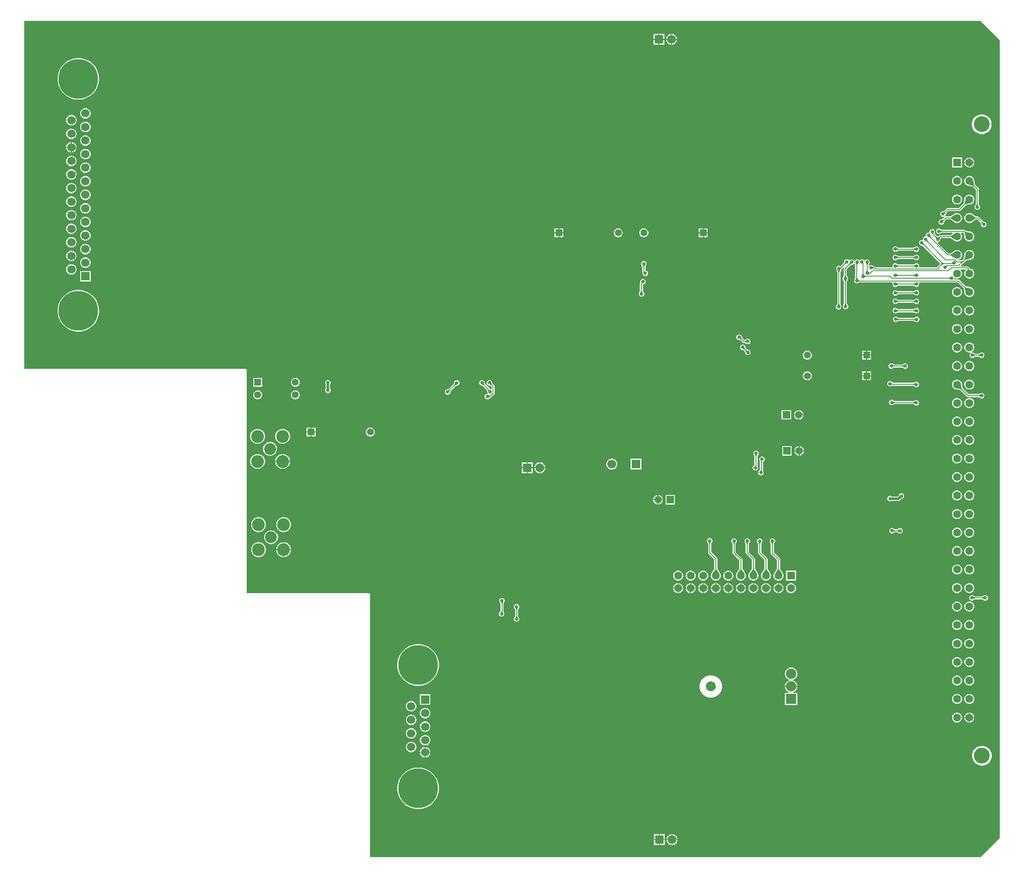
<source format=gbl>
G04*
G04 #@! TF.GenerationSoftware,Altium Limited,Altium Designer,21.9.2 (33)*
G04*
G04 Layer_Physical_Order=2*
G04 Layer_Color=16711680*
%FSLAX44Y44*%
%MOMM*%
G71*
G04*
G04 #@! TF.SameCoordinates,B747FECD-FE5A-43CE-90B0-0D92A10A89A2*
G04*
G04*
G04 #@! TF.FilePolarity,Positive*
G04*
G01*
G75*
%ADD14C,0.2000*%
%ADD16C,0.5000*%
%ADD30C,1.8000*%
%ADD33C,1.7000*%
%ADD36R,1.7000X1.7000*%
%ADD37C,2.1000*%
%ADD40C,1.5000*%
%ADD44R,1.5000X1.5000*%
%ADD45C,1.6000*%
%ADD46R,1.6000X1.6000*%
%ADD62C,8.0000*%
%ADD63C,3.2000*%
%ADD64R,1.6000X1.6000*%
%ADD65C,2.0000*%
%ADD66R,2.1000X2.1000*%
%ADD67C,1.4000*%
%ADD68R,1.4000X1.4000*%
%ADD69C,2.6000*%
%ADD70C,2.4000*%
%ADD71R,1.4000X1.4000*%
%ADD72R,1.8000X1.8000*%
%ADD73C,0.7000*%
G36*
X1938944Y1697451D02*
X1977451Y1658944D01*
Y41056D01*
X1938944Y2549D01*
X702549Y2549D01*
X702549Y535000D01*
X702355Y535975D01*
X701802Y536802D01*
X700975Y537355D01*
X700000Y537549D01*
X452549D01*
X452549Y990000D01*
X452355Y990975D01*
X451802Y991802D01*
X450975Y992355D01*
X450000Y992549D01*
X2549Y992549D01*
X2549Y1697451D01*
X1938944Y1697451D01*
D02*
G37*
%LPC*%
G36*
X1314348Y1671000D02*
X1313900D01*
Y1661000D01*
X1323900D01*
Y1661448D01*
X1323150Y1664246D01*
X1321702Y1666754D01*
X1319654Y1668802D01*
X1317146Y1670250D01*
X1314348Y1671000D01*
D02*
G37*
G36*
X1311900D02*
X1311452D01*
X1308654Y1670250D01*
X1306146Y1668802D01*
X1304098Y1666754D01*
X1302650Y1664246D01*
X1301900Y1661448D01*
Y1661000D01*
X1311900D01*
Y1671000D01*
D02*
G37*
G36*
X1298500D02*
X1288500D01*
Y1661000D01*
X1298500D01*
Y1671000D01*
D02*
G37*
G36*
X1286500D02*
X1276500D01*
Y1661000D01*
X1286500D01*
Y1671000D01*
D02*
G37*
G36*
X1323900Y1659000D02*
X1313900D01*
Y1649000D01*
X1314348D01*
X1317146Y1649750D01*
X1319654Y1651198D01*
X1321702Y1653246D01*
X1323150Y1655754D01*
X1323900Y1658552D01*
Y1659000D01*
D02*
G37*
G36*
X1311900D02*
X1301900D01*
Y1658552D01*
X1302650Y1655754D01*
X1304098Y1653246D01*
X1306146Y1651198D01*
X1308654Y1649750D01*
X1311452Y1649000D01*
X1311900D01*
Y1659000D01*
D02*
G37*
G36*
X1298500D02*
X1288500D01*
Y1649000D01*
X1298500D01*
Y1659000D01*
D02*
G37*
G36*
X1286500D02*
X1276500D01*
Y1649000D01*
X1286500D01*
Y1659000D01*
D02*
G37*
G36*
X114553Y1622000D02*
X109047D01*
X103589Y1621281D01*
X98271Y1619856D01*
X93184Y1617749D01*
X88416Y1614997D01*
X84048Y1611645D01*
X80155Y1607752D01*
X76803Y1603384D01*
X74050Y1598616D01*
X71944Y1593529D01*
X70519Y1588211D01*
X69800Y1582753D01*
Y1577247D01*
X70519Y1571789D01*
X71944Y1566471D01*
X74050Y1561384D01*
X76803Y1556616D01*
X80155Y1552248D01*
X84048Y1548355D01*
X88416Y1545003D01*
X93184Y1542251D01*
X98271Y1540144D01*
X103589Y1538719D01*
X109047Y1538000D01*
X114553D01*
X120011Y1538719D01*
X125329Y1540144D01*
X130416Y1542251D01*
X135184Y1545003D01*
X139552Y1548355D01*
X143445Y1552248D01*
X146797Y1556616D01*
X149550Y1561384D01*
X151656Y1566471D01*
X153081Y1571789D01*
X153800Y1577247D01*
Y1582753D01*
X153081Y1588211D01*
X151656Y1593529D01*
X149550Y1598616D01*
X146797Y1603384D01*
X143445Y1607752D01*
X139552Y1611645D01*
X135184Y1614997D01*
X130416Y1617749D01*
X125329Y1619856D01*
X120011Y1621281D01*
X114553Y1622000D01*
D02*
G37*
G36*
X127382Y1520500D02*
X124618D01*
X121947Y1519784D01*
X119553Y1518402D01*
X117598Y1516447D01*
X116216Y1514053D01*
X115500Y1511382D01*
Y1508618D01*
X116216Y1505947D01*
X117598Y1503553D01*
X119553Y1501598D01*
X121947Y1500216D01*
X124618Y1499500D01*
X127382D01*
X130053Y1500216D01*
X132447Y1501598D01*
X134402Y1503553D01*
X135784Y1505947D01*
X136500Y1508618D01*
Y1511382D01*
X135784Y1514053D01*
X134402Y1516447D01*
X132447Y1518402D01*
X130053Y1519784D01*
X127382Y1520500D01*
D02*
G37*
G36*
X98982Y1506750D02*
X96218D01*
X93547Y1506034D01*
X91153Y1504652D01*
X89198Y1502697D01*
X87816Y1500303D01*
X87100Y1497632D01*
Y1494868D01*
X87816Y1492197D01*
X89198Y1489803D01*
X91153Y1487848D01*
X93547Y1486466D01*
X96218Y1485750D01*
X98982D01*
X101653Y1486466D01*
X104047Y1487848D01*
X106002Y1489803D01*
X107384Y1492197D01*
X108100Y1494868D01*
Y1497632D01*
X107384Y1500303D01*
X106002Y1502697D01*
X104047Y1504652D01*
X101653Y1506034D01*
X98982Y1506750D01*
D02*
G37*
G36*
X127382Y1493000D02*
X124618D01*
X121947Y1492284D01*
X119553Y1490902D01*
X117598Y1488947D01*
X116216Y1486553D01*
X115500Y1483882D01*
Y1481118D01*
X116216Y1478447D01*
X117598Y1476053D01*
X119553Y1474098D01*
X121947Y1472716D01*
X124618Y1472000D01*
X127382D01*
X130053Y1472716D01*
X132447Y1474098D01*
X134402Y1476053D01*
X135784Y1478447D01*
X136500Y1481118D01*
Y1483882D01*
X135784Y1486553D01*
X134402Y1488947D01*
X132447Y1490902D01*
X130053Y1492284D01*
X127382Y1493000D01*
D02*
G37*
G36*
X1942970Y1508000D02*
X1939030D01*
X1935166Y1507231D01*
X1931526Y1505724D01*
X1928251Y1503535D01*
X1925465Y1500749D01*
X1923276Y1497473D01*
X1921769Y1493834D01*
X1921000Y1489970D01*
Y1486030D01*
X1921769Y1482166D01*
X1923276Y1478526D01*
X1925465Y1475251D01*
X1928251Y1472465D01*
X1931526Y1470276D01*
X1935166Y1468769D01*
X1939030Y1468000D01*
X1942970D01*
X1946834Y1468769D01*
X1950473Y1470276D01*
X1953749Y1472465D01*
X1956535Y1475251D01*
X1958724Y1478526D01*
X1960231Y1482166D01*
X1961000Y1486030D01*
Y1489970D01*
X1960231Y1493834D01*
X1958724Y1497473D01*
X1956535Y1500749D01*
X1953749Y1503535D01*
X1950473Y1505724D01*
X1946834Y1507231D01*
X1942970Y1508000D01*
D02*
G37*
G36*
X98982Y1479250D02*
X96218D01*
X93547Y1478534D01*
X91153Y1477152D01*
X89198Y1475197D01*
X87816Y1472803D01*
X87100Y1470132D01*
Y1467368D01*
X87816Y1464697D01*
X89198Y1462303D01*
X91153Y1460348D01*
X93547Y1458966D01*
X96218Y1458250D01*
X98982D01*
X101653Y1458966D01*
X104047Y1460348D01*
X106002Y1462303D01*
X107384Y1464697D01*
X108100Y1467368D01*
Y1470132D01*
X107384Y1472803D01*
X106002Y1475197D01*
X104047Y1477152D01*
X101653Y1478534D01*
X98982Y1479250D01*
D02*
G37*
G36*
X127382Y1465500D02*
X124618D01*
X121947Y1464784D01*
X119553Y1463402D01*
X117598Y1461447D01*
X116216Y1459053D01*
X115500Y1456382D01*
Y1453618D01*
X116216Y1450947D01*
X117598Y1448553D01*
X119553Y1446598D01*
X121947Y1445216D01*
X124618Y1444500D01*
X127382D01*
X130053Y1445216D01*
X132447Y1446598D01*
X134402Y1448553D01*
X135784Y1450947D01*
X136500Y1453618D01*
Y1456382D01*
X135784Y1459053D01*
X134402Y1461447D01*
X132447Y1463402D01*
X130053Y1464784D01*
X127382Y1465500D01*
D02*
G37*
G36*
X98982Y1451750D02*
X98600D01*
Y1442250D01*
X108100D01*
Y1442632D01*
X107384Y1445303D01*
X106002Y1447697D01*
X104047Y1449652D01*
X101653Y1451034D01*
X98982Y1451750D01*
D02*
G37*
G36*
X96600D02*
X96218D01*
X93547Y1451034D01*
X91153Y1449652D01*
X89198Y1447697D01*
X87816Y1445303D01*
X87100Y1442632D01*
Y1442250D01*
X96600D01*
Y1451750D01*
D02*
G37*
G36*
X108100Y1440250D02*
X98600D01*
Y1430750D01*
X98982D01*
X101653Y1431466D01*
X104047Y1432848D01*
X106002Y1434803D01*
X107384Y1437197D01*
X108100Y1439868D01*
Y1440250D01*
D02*
G37*
G36*
X96600D02*
X87100D01*
Y1439868D01*
X87816Y1437197D01*
X89198Y1434803D01*
X91153Y1432848D01*
X93547Y1431466D01*
X96218Y1430750D01*
X96600D01*
Y1440250D01*
D02*
G37*
G36*
X127382Y1438000D02*
X124618D01*
X121947Y1437284D01*
X119553Y1435902D01*
X117598Y1433947D01*
X116216Y1431553D01*
X115500Y1428882D01*
Y1426118D01*
X116216Y1423447D01*
X117598Y1421053D01*
X119553Y1419098D01*
X121947Y1417716D01*
X124618Y1417000D01*
X127382D01*
X130053Y1417716D01*
X132447Y1419098D01*
X134402Y1421053D01*
X135784Y1423447D01*
X136500Y1426118D01*
Y1428882D01*
X135784Y1431553D01*
X134402Y1433947D01*
X132447Y1435902D01*
X130053Y1437284D01*
X127382Y1438000D01*
D02*
G37*
G36*
X1917316Y1420500D02*
X1917000D01*
Y1411500D01*
X1926000D01*
Y1411817D01*
X1925318Y1414360D01*
X1924002Y1416640D01*
X1922140Y1418502D01*
X1919860Y1419819D01*
X1917316Y1420500D01*
D02*
G37*
G36*
X1915000D02*
X1914684D01*
X1912140Y1419819D01*
X1909860Y1418502D01*
X1907998Y1416640D01*
X1906682Y1414360D01*
X1906000Y1411817D01*
Y1411500D01*
X1915000D01*
Y1420500D01*
D02*
G37*
G36*
X98982Y1424250D02*
X96218D01*
X93547Y1423534D01*
X91153Y1422152D01*
X89198Y1420197D01*
X87816Y1417803D01*
X87100Y1415132D01*
Y1412368D01*
X87816Y1409697D01*
X89198Y1407303D01*
X91153Y1405348D01*
X93547Y1403966D01*
X96218Y1403250D01*
X98982D01*
X101653Y1403966D01*
X104047Y1405348D01*
X106002Y1407303D01*
X107384Y1409697D01*
X108100Y1412368D01*
Y1415132D01*
X107384Y1417803D01*
X106002Y1420197D01*
X104047Y1422152D01*
X101653Y1423534D01*
X98982Y1424250D01*
D02*
G37*
G36*
X1926000Y1409500D02*
X1917000D01*
Y1400500D01*
X1917316D01*
X1919860Y1401181D01*
X1922140Y1402498D01*
X1924002Y1404360D01*
X1925318Y1406640D01*
X1926000Y1409184D01*
Y1409500D01*
D02*
G37*
G36*
X1915000D02*
X1906000D01*
Y1409184D01*
X1906682Y1406640D01*
X1907998Y1404360D01*
X1909860Y1402498D01*
X1912140Y1401181D01*
X1914684Y1400500D01*
X1915000D01*
Y1409500D01*
D02*
G37*
G36*
X1901000Y1420500D02*
X1881000D01*
Y1400500D01*
X1901000D01*
Y1420500D01*
D02*
G37*
G36*
X127382Y1410500D02*
X124618D01*
X121947Y1409784D01*
X119553Y1408402D01*
X117598Y1406447D01*
X116216Y1404053D01*
X115500Y1401382D01*
Y1398618D01*
X116216Y1395947D01*
X117598Y1393553D01*
X119553Y1391598D01*
X121947Y1390216D01*
X124618Y1389500D01*
X127382D01*
X130053Y1390216D01*
X132447Y1391598D01*
X134402Y1393553D01*
X135784Y1395947D01*
X136500Y1398618D01*
Y1401382D01*
X135784Y1404053D01*
X134402Y1406447D01*
X132447Y1408402D01*
X130053Y1409784D01*
X127382Y1410500D01*
D02*
G37*
G36*
X98982Y1396750D02*
X96218D01*
X93547Y1396034D01*
X91153Y1394652D01*
X89198Y1392697D01*
X87816Y1390303D01*
X87100Y1387632D01*
Y1384868D01*
X87816Y1382197D01*
X89198Y1379803D01*
X91153Y1377848D01*
X93547Y1376466D01*
X96218Y1375750D01*
X98982D01*
X101653Y1376466D01*
X104047Y1377848D01*
X106002Y1379803D01*
X107384Y1382197D01*
X108100Y1384868D01*
Y1387632D01*
X107384Y1390303D01*
X106002Y1392697D01*
X104047Y1394652D01*
X101653Y1396034D01*
X98982Y1396750D01*
D02*
G37*
G36*
X1892316Y1383000D02*
X1889684D01*
X1887140Y1382319D01*
X1884860Y1381002D01*
X1882998Y1379140D01*
X1881682Y1376860D01*
X1881000Y1374317D01*
Y1371684D01*
X1881682Y1369140D01*
X1882998Y1366860D01*
X1884860Y1364998D01*
X1887140Y1363681D01*
X1889684Y1363000D01*
X1892316D01*
X1894860Y1363681D01*
X1897140Y1364998D01*
X1899002Y1366860D01*
X1900318Y1369140D01*
X1901000Y1371684D01*
Y1374317D01*
X1900318Y1376860D01*
X1899002Y1379140D01*
X1897140Y1381002D01*
X1894860Y1382319D01*
X1892316Y1383000D01*
D02*
G37*
G36*
X127382D02*
X124618D01*
X121947Y1382284D01*
X119553Y1380902D01*
X117598Y1378947D01*
X116216Y1376553D01*
X115500Y1373882D01*
Y1371118D01*
X116216Y1368447D01*
X117598Y1366053D01*
X119553Y1364098D01*
X121947Y1362716D01*
X124618Y1362000D01*
X127382D01*
X130053Y1362716D01*
X132447Y1364098D01*
X134402Y1366053D01*
X135784Y1368447D01*
X136500Y1371118D01*
Y1373882D01*
X135784Y1376553D01*
X134402Y1378947D01*
X132447Y1380902D01*
X130053Y1382284D01*
X127382Y1383000D01*
D02*
G37*
G36*
X98982Y1369250D02*
X96218D01*
X93547Y1368534D01*
X91153Y1367152D01*
X89198Y1365197D01*
X87816Y1362803D01*
X87100Y1360132D01*
Y1357368D01*
X87816Y1354697D01*
X89198Y1352303D01*
X91153Y1350348D01*
X93547Y1348966D01*
X96218Y1348250D01*
X98982D01*
X101653Y1348966D01*
X104047Y1350348D01*
X106002Y1352303D01*
X107384Y1354697D01*
X108100Y1357368D01*
Y1360132D01*
X107384Y1362803D01*
X106002Y1365197D01*
X104047Y1367152D01*
X101653Y1368534D01*
X98982Y1369250D01*
D02*
G37*
G36*
X127382Y1355500D02*
X124618D01*
X121947Y1354784D01*
X119553Y1353402D01*
X117598Y1351447D01*
X116216Y1349053D01*
X115500Y1346382D01*
Y1343618D01*
X116216Y1340947D01*
X117598Y1338553D01*
X119553Y1336598D01*
X121947Y1335216D01*
X124618Y1334500D01*
X127382D01*
X130053Y1335216D01*
X132447Y1336598D01*
X134402Y1338553D01*
X135784Y1340947D01*
X136500Y1343618D01*
Y1346382D01*
X135784Y1349053D01*
X134402Y1351447D01*
X132447Y1353402D01*
X130053Y1354784D01*
X127382Y1355500D01*
D02*
G37*
G36*
X1892316Y1345500D02*
X1889684D01*
X1887140Y1344819D01*
X1884860Y1343502D01*
X1882998Y1341640D01*
X1881682Y1339360D01*
X1881000Y1336817D01*
Y1334184D01*
X1881682Y1331640D01*
X1882998Y1329360D01*
X1884860Y1327498D01*
X1887140Y1326181D01*
X1889684Y1325500D01*
X1892316D01*
X1894860Y1326181D01*
X1897140Y1327498D01*
X1899002Y1329360D01*
X1900318Y1331640D01*
X1901000Y1334184D01*
Y1336817D01*
X1900318Y1339360D01*
X1899002Y1341640D01*
X1897140Y1343502D01*
X1894860Y1344819D01*
X1892316Y1345500D01*
D02*
G37*
G36*
X98982Y1341750D02*
X96218D01*
X93547Y1341034D01*
X91153Y1339652D01*
X89198Y1337697D01*
X87816Y1335303D01*
X87100Y1332632D01*
Y1329868D01*
X87816Y1327197D01*
X89198Y1324803D01*
X91153Y1322848D01*
X93547Y1321466D01*
X96218Y1320750D01*
X98982D01*
X101653Y1321466D01*
X104047Y1322848D01*
X106002Y1324803D01*
X107384Y1327197D01*
X108100Y1329868D01*
Y1332632D01*
X107384Y1335303D01*
X106002Y1337697D01*
X104047Y1339652D01*
X101653Y1341034D01*
X98982Y1341750D01*
D02*
G37*
G36*
X1917316Y1345500D02*
X1914684D01*
X1912140Y1344819D01*
X1909860Y1343502D01*
X1907998Y1341640D01*
X1906682Y1339360D01*
X1906000Y1336817D01*
Y1335816D01*
X1904422Y1328247D01*
X1894233Y1318059D01*
X1872000D01*
X1872000Y1318059D01*
X1870829Y1317826D01*
X1869837Y1317163D01*
X1869837Y1317163D01*
X1864848Y1312174D01*
X1862537Y1311500D01*
X1861406D01*
X1859384Y1310663D01*
X1857837Y1309115D01*
X1857000Y1307094D01*
Y1304906D01*
X1857837Y1302885D01*
X1859384Y1301337D01*
X1861406Y1300500D01*
X1863594D01*
X1864933Y1301055D01*
X1865652Y1299978D01*
X1861762Y1296087D01*
X1859571Y1295500D01*
X1858156D01*
X1856134Y1294663D01*
X1854587Y1293116D01*
X1853750Y1291094D01*
Y1288906D01*
X1854587Y1286884D01*
X1856134Y1285337D01*
X1858156Y1284500D01*
X1860344D01*
X1862366Y1285337D01*
X1863913Y1286884D01*
X1864750Y1288906D01*
Y1289080D01*
X1865744Y1291418D01*
X1869267Y1294941D01*
X1877684D01*
X1884153Y1290705D01*
X1884860Y1289998D01*
X1887140Y1288681D01*
X1889684Y1288000D01*
X1892316D01*
X1894860Y1288681D01*
X1897140Y1289998D01*
X1899002Y1291860D01*
X1900318Y1294140D01*
X1901000Y1296684D01*
Y1299317D01*
X1900318Y1301860D01*
X1899002Y1304140D01*
X1897140Y1306002D01*
X1894860Y1307319D01*
X1892316Y1308000D01*
X1889684D01*
X1887140Y1307319D01*
X1884860Y1306002D01*
X1884153Y1305295D01*
X1877684Y1301059D01*
X1868000D01*
X1868000Y1301059D01*
X1866918Y1300844D01*
X1866841Y1300899D01*
X1866460Y1302182D01*
X1867163Y1302885D01*
X1868000Y1304906D01*
Y1305230D01*
X1868947Y1307621D01*
X1873267Y1311941D01*
X1895500D01*
X1895500Y1311941D01*
X1896671Y1312174D01*
X1897663Y1312837D01*
X1908747Y1323922D01*
X1916316Y1325500D01*
X1917316D01*
X1919860Y1326181D01*
X1922140Y1327498D01*
X1924002Y1329360D01*
X1925318Y1331640D01*
X1926000Y1334184D01*
Y1336817D01*
X1925318Y1339360D01*
X1924002Y1341640D01*
X1922140Y1343502D01*
X1919860Y1344819D01*
X1917316Y1345500D01*
D02*
G37*
G36*
Y1383000D02*
X1914684D01*
X1912140Y1382319D01*
X1909860Y1381002D01*
X1907998Y1379140D01*
X1906682Y1376860D01*
X1906000Y1374317D01*
Y1371684D01*
X1906682Y1369140D01*
X1907998Y1366860D01*
X1909860Y1364998D01*
X1912140Y1363681D01*
X1914684Y1363000D01*
X1915684D01*
X1923253Y1361422D01*
X1928941Y1355733D01*
Y1325888D01*
X1927815Y1323593D01*
X1927337Y1323116D01*
X1926500Y1321094D01*
Y1318906D01*
X1927337Y1316884D01*
X1928884Y1315337D01*
X1930906Y1314500D01*
X1933094D01*
X1935116Y1315337D01*
X1936663Y1316884D01*
X1937500Y1318906D01*
Y1321094D01*
X1936663Y1323116D01*
X1936185Y1323593D01*
X1935059Y1325888D01*
Y1357000D01*
X1935059Y1357000D01*
X1934826Y1358170D01*
X1934163Y1359163D01*
X1927578Y1365747D01*
X1926000Y1373316D01*
Y1374317D01*
X1925318Y1376860D01*
X1924002Y1379140D01*
X1922140Y1381002D01*
X1919860Y1382319D01*
X1917316Y1383000D01*
D02*
G37*
G36*
X127382Y1328000D02*
X124618D01*
X121947Y1327284D01*
X119553Y1325902D01*
X117598Y1323947D01*
X116216Y1321553D01*
X115500Y1318882D01*
Y1316118D01*
X116216Y1313447D01*
X117598Y1311053D01*
X119553Y1309098D01*
X121947Y1307716D01*
X124618Y1307000D01*
X127382D01*
X130053Y1307716D01*
X132447Y1309098D01*
X134402Y1311053D01*
X135784Y1313447D01*
X136500Y1316118D01*
Y1318882D01*
X135784Y1321553D01*
X134402Y1323947D01*
X132447Y1325902D01*
X130053Y1327284D01*
X127382Y1328000D01*
D02*
G37*
G36*
X98982Y1314250D02*
X96218D01*
X93547Y1313534D01*
X91153Y1312152D01*
X89198Y1310197D01*
X87816Y1307803D01*
X87100Y1305132D01*
Y1302368D01*
X87816Y1299697D01*
X89198Y1297303D01*
X91153Y1295348D01*
X93547Y1293966D01*
X96218Y1293250D01*
X98982D01*
X101653Y1293966D01*
X104047Y1295348D01*
X106002Y1297303D01*
X107384Y1299697D01*
X108100Y1302368D01*
Y1305132D01*
X107384Y1307803D01*
X106002Y1310197D01*
X104047Y1312152D01*
X101653Y1313534D01*
X98982Y1314250D01*
D02*
G37*
G36*
X127382Y1300500D02*
X124618D01*
X121947Y1299784D01*
X119553Y1298402D01*
X117598Y1296447D01*
X116216Y1294053D01*
X115500Y1291382D01*
Y1288618D01*
X116216Y1285947D01*
X117598Y1283553D01*
X119553Y1281598D01*
X121947Y1280216D01*
X124618Y1279500D01*
X127382D01*
X130053Y1280216D01*
X132447Y1281598D01*
X134402Y1283553D01*
X135784Y1285947D01*
X136500Y1288618D01*
Y1291382D01*
X135784Y1294053D01*
X134402Y1296447D01*
X132447Y1298402D01*
X130053Y1299784D01*
X127382Y1300500D01*
D02*
G37*
G36*
X1917316Y1308000D02*
X1914684D01*
X1912140Y1307319D01*
X1909860Y1306002D01*
X1907998Y1304140D01*
X1906682Y1301860D01*
X1906000Y1299317D01*
Y1296684D01*
X1906682Y1294140D01*
X1907998Y1291860D01*
X1909860Y1289998D01*
X1912140Y1288681D01*
X1914684Y1288000D01*
X1917316D01*
X1919860Y1288681D01*
X1922140Y1289998D01*
X1922847Y1290705D01*
X1929316Y1294941D01*
X1931733D01*
X1939162Y1287512D01*
X1939750Y1285321D01*
Y1283906D01*
X1940587Y1281884D01*
X1942135Y1280337D01*
X1944156Y1279500D01*
X1946344D01*
X1948365Y1280337D01*
X1949913Y1281884D01*
X1950750Y1283906D01*
Y1286094D01*
X1949913Y1288116D01*
X1948365Y1289663D01*
X1946344Y1290500D01*
X1946170D01*
X1943832Y1291494D01*
X1935163Y1300163D01*
X1934171Y1300826D01*
X1933000Y1301059D01*
X1933000Y1301059D01*
X1929316D01*
X1922847Y1305295D01*
X1922140Y1306002D01*
X1919860Y1307319D01*
X1917316Y1308000D01*
D02*
G37*
G36*
X1386000Y1277000D02*
X1378000D01*
Y1269000D01*
X1386000D01*
Y1277000D01*
D02*
G37*
G36*
X1376000D02*
X1368000D01*
Y1269000D01*
X1376000D01*
Y1277000D01*
D02*
G37*
G36*
X1094000D02*
X1086000D01*
Y1269000D01*
X1094000D01*
Y1277000D01*
D02*
G37*
G36*
X1084000D02*
X1076000D01*
Y1269000D01*
X1084000D01*
Y1277000D01*
D02*
G37*
G36*
X98982Y1286750D02*
X96218D01*
X93547Y1286034D01*
X91153Y1284652D01*
X89198Y1282697D01*
X87816Y1280303D01*
X87100Y1277632D01*
Y1274868D01*
X87816Y1272197D01*
X89198Y1269803D01*
X91153Y1267848D01*
X93547Y1266466D01*
X96218Y1265750D01*
X98982D01*
X101653Y1266466D01*
X104047Y1267848D01*
X106002Y1269803D01*
X107384Y1272197D01*
X108100Y1274868D01*
Y1277632D01*
X107384Y1280303D01*
X106002Y1282697D01*
X104047Y1284652D01*
X101653Y1286034D01*
X98982Y1286750D01*
D02*
G37*
G36*
X1855094Y1276500D02*
X1852906D01*
X1850885Y1275663D01*
X1849337Y1274116D01*
X1848500Y1272094D01*
Y1269906D01*
X1849337Y1267885D01*
X1850885Y1266337D01*
X1852906Y1265500D01*
X1855094D01*
X1857115Y1266337D01*
X1857594Y1266815D01*
X1859888Y1267941D01*
X1882058D01*
X1882437Y1266671D01*
X1877684Y1263559D01*
X1857500D01*
X1857500Y1263559D01*
X1856329Y1263326D01*
X1855337Y1262663D01*
X1855337Y1262663D01*
X1854000Y1261326D01*
X1852220Y1260718D01*
X1850379Y1261447D01*
X1845302Y1266524D01*
X1845663Y1266885D01*
X1846500Y1268906D01*
Y1271094D01*
X1845663Y1273115D01*
X1844115Y1274663D01*
X1842094Y1275500D01*
X1839906D01*
X1837885Y1274663D01*
X1836337Y1273115D01*
X1835500Y1271094D01*
Y1269396D01*
X1834409Y1268473D01*
X1834344Y1268500D01*
X1832156D01*
X1830134Y1267663D01*
X1828587Y1266115D01*
X1827750Y1264094D01*
Y1261906D01*
X1827999Y1261306D01*
X1827293Y1260250D01*
X1826406D01*
X1824384Y1259413D01*
X1822837Y1257866D01*
X1822000Y1255844D01*
Y1253939D01*
X1821314Y1253267D01*
X1820887Y1253025D01*
X1820344Y1253250D01*
X1818156D01*
X1816134Y1252413D01*
X1814587Y1250865D01*
X1813750Y1248844D01*
Y1246656D01*
X1814587Y1244634D01*
X1816134Y1243087D01*
X1818156Y1242250D01*
X1819287D01*
X1821598Y1241576D01*
X1856751Y1206423D01*
Y1205076D01*
X1849733Y1198059D01*
X1814981D01*
X1814276Y1199115D01*
X1814500Y1199656D01*
Y1201844D01*
X1813663Y1203866D01*
X1812115Y1205413D01*
X1810094Y1206250D01*
X1807906D01*
X1805885Y1205413D01*
X1805406Y1204935D01*
X1803112Y1203809D01*
X1771888D01*
X1769594Y1204935D01*
X1769115Y1205413D01*
X1767094Y1206250D01*
X1764906D01*
X1762885Y1205413D01*
X1761337Y1203866D01*
X1760500Y1201844D01*
Y1199656D01*
X1760724Y1199115D01*
X1760019Y1198059D01*
X1727267D01*
X1726259Y1199067D01*
X1725267Y1199730D01*
X1724096Y1199963D01*
X1724096Y1199963D01*
X1722930D01*
X1720672Y1201106D01*
X1720116Y1201663D01*
X1718094Y1202500D01*
X1715906D01*
X1713884Y1201663D01*
X1713329Y1201107D01*
X1712059Y1201633D01*
Y1202862D01*
X1713185Y1205156D01*
X1713663Y1205635D01*
X1714500Y1207656D01*
Y1209844D01*
X1713663Y1211865D01*
X1712115Y1213413D01*
X1710094Y1214250D01*
X1707906D01*
X1705885Y1213413D01*
X1704479Y1212007D01*
X1703750Y1211929D01*
X1703021Y1212007D01*
X1701615Y1213413D01*
X1699594Y1214250D01*
X1697406D01*
X1695385Y1213413D01*
X1694330Y1212358D01*
X1693500Y1212008D01*
X1692670Y1212358D01*
X1691615Y1213413D01*
X1689594Y1214250D01*
X1687406D01*
X1685385Y1213413D01*
X1683837Y1211865D01*
X1683760Y1211679D01*
X1682490D01*
X1682413Y1211865D01*
X1680865Y1213413D01*
X1678844Y1214250D01*
X1676656D01*
X1674635Y1213413D01*
X1673656Y1212434D01*
X1672589Y1212161D01*
X1672045Y1212483D01*
X1670865Y1213663D01*
X1668844Y1214500D01*
X1666656D01*
X1664635Y1213663D01*
X1663087Y1212115D01*
X1662250Y1210094D01*
Y1209418D01*
X1661424Y1207000D01*
X1655456Y1201032D01*
X1654068Y1200846D01*
X1653094Y1201250D01*
X1650906D01*
X1648884Y1200413D01*
X1647337Y1198866D01*
X1646500Y1196844D01*
Y1194656D01*
X1647337Y1192635D01*
X1647676Y1192296D01*
X1647666Y1192281D01*
X1647653Y1192216D01*
X1647620Y1192160D01*
X1647576Y1191828D01*
X1647511Y1191500D01*
X1647524Y1191436D01*
X1647515Y1191371D01*
X1647601Y1191048D01*
X1647666Y1190720D01*
X1647702Y1190666D01*
X1647719Y1190602D01*
X1648941Y1188112D01*
Y1124322D01*
X1647801Y1122329D01*
X1646837Y1121366D01*
X1646000Y1119344D01*
Y1117156D01*
X1646837Y1115135D01*
X1648385Y1113587D01*
X1650406Y1112750D01*
X1652594D01*
X1654615Y1113587D01*
X1656163Y1115135D01*
X1657000Y1117156D01*
Y1119344D01*
X1656163Y1121366D01*
X1656022Y1121506D01*
X1655059Y1123865D01*
Y1188112D01*
X1656281Y1190602D01*
X1656297Y1190666D01*
X1656334Y1190720D01*
X1656399Y1191048D01*
X1656485Y1191371D01*
X1656476Y1191436D01*
X1656489Y1191500D01*
X1656424Y1191828D01*
X1656380Y1192160D01*
X1656347Y1192216D01*
X1656334Y1192281D01*
X1656324Y1192296D01*
X1656663Y1192635D01*
X1656841Y1193065D01*
X1658462Y1195386D01*
X1661453Y1198377D01*
X1662439Y1197567D01*
X1662174Y1197170D01*
X1661941Y1196000D01*
X1661941Y1196000D01*
Y1180888D01*
X1660815Y1178594D01*
X1660337Y1178115D01*
X1659500Y1176094D01*
Y1173906D01*
X1660337Y1171885D01*
X1660815Y1171406D01*
X1661941Y1169112D01*
Y1124263D01*
X1660884Y1121912D01*
X1660587Y1121616D01*
X1659750Y1119594D01*
Y1117406D01*
X1660587Y1115385D01*
X1662135Y1113837D01*
X1664156Y1113000D01*
X1666344D01*
X1668365Y1113837D01*
X1669913Y1115385D01*
X1670750Y1117406D01*
Y1119594D01*
X1669913Y1121616D01*
X1669217Y1122311D01*
X1668059Y1124490D01*
Y1169112D01*
X1669185Y1171406D01*
X1669663Y1171885D01*
X1670500Y1173906D01*
Y1176094D01*
X1669663Y1178115D01*
X1669185Y1178594D01*
X1668059Y1180888D01*
Y1194733D01*
X1675750Y1202424D01*
X1678168Y1203250D01*
X1678844D01*
X1680865Y1204087D01*
X1682413Y1205635D01*
X1682490Y1205821D01*
X1683760D01*
X1683837Y1205635D01*
X1683978Y1205494D01*
X1684941Y1203135D01*
Y1176888D01*
X1683815Y1174594D01*
X1683337Y1174116D01*
X1682500Y1172094D01*
Y1169906D01*
X1683337Y1167885D01*
X1684884Y1166337D01*
X1686906Y1165500D01*
X1689094D01*
X1691116Y1166337D01*
X1691118Y1166340D01*
X1693440Y1167191D01*
X1759994D01*
X1760843Y1165921D01*
X1760500Y1165094D01*
Y1162906D01*
X1761337Y1160884D01*
X1762885Y1159337D01*
X1764906Y1158500D01*
X1767094D01*
X1769115Y1159337D01*
X1769594Y1159815D01*
X1771888Y1160941D01*
X1803112D01*
X1805406Y1159815D01*
X1805885Y1159337D01*
X1807906Y1158500D01*
X1810094D01*
X1812115Y1159337D01*
X1813663Y1160884D01*
X1814500Y1162906D01*
Y1165094D01*
X1814157Y1165921D01*
X1815006Y1167191D01*
X1892483D01*
X1904422Y1155253D01*
X1906000Y1147684D01*
Y1146684D01*
X1906682Y1144140D01*
X1907998Y1141860D01*
X1909860Y1139998D01*
X1912140Y1138681D01*
X1914684Y1138000D01*
X1917316D01*
X1919860Y1138681D01*
X1922140Y1139998D01*
X1924002Y1141860D01*
X1925318Y1144140D01*
X1926000Y1146684D01*
Y1149316D01*
X1925318Y1151860D01*
X1924002Y1154140D01*
X1922140Y1156002D01*
X1919860Y1157318D01*
X1917316Y1158000D01*
X1916316D01*
X1908747Y1159578D01*
X1895913Y1172413D01*
X1894921Y1173076D01*
X1893750Y1173309D01*
X1893750Y1173309D01*
X1885981D01*
X1885276Y1174365D01*
X1885500Y1174906D01*
Y1175662D01*
X1886770Y1176395D01*
X1887140Y1176181D01*
X1889684Y1175500D01*
X1892316D01*
X1894860Y1176181D01*
X1897140Y1177498D01*
X1899002Y1179360D01*
X1900318Y1181640D01*
X1901000Y1184184D01*
Y1186816D01*
X1900318Y1189360D01*
X1899002Y1191640D01*
X1897971Y1192671D01*
X1898497Y1193941D01*
X1908503D01*
X1909029Y1192671D01*
X1907998Y1191640D01*
X1906682Y1189360D01*
X1906000Y1186816D01*
Y1184184D01*
X1906682Y1181640D01*
X1907998Y1179360D01*
X1909860Y1177498D01*
X1912140Y1176181D01*
X1914684Y1175500D01*
X1917316D01*
X1919860Y1176181D01*
X1922140Y1177498D01*
X1924002Y1179360D01*
X1925318Y1181640D01*
X1926000Y1184184D01*
Y1186816D01*
X1925318Y1189360D01*
X1924002Y1191640D01*
X1922140Y1193502D01*
X1919860Y1194818D01*
X1917316Y1195500D01*
X1917140D01*
X1916858Y1195895D01*
X1916798Y1196199D01*
X1916135Y1197191D01*
X1916135Y1197191D01*
X1914163Y1199163D01*
X1913170Y1199826D01*
X1912000Y1200059D01*
X1912000Y1200059D01*
X1899044D01*
X1898558Y1201232D01*
X1904163Y1206837D01*
X1904163Y1206837D01*
X1908747Y1211422D01*
X1916316Y1213000D01*
X1917316D01*
X1919860Y1213681D01*
X1922140Y1214998D01*
X1924002Y1216860D01*
X1925318Y1219140D01*
X1926000Y1221684D01*
Y1224316D01*
X1925318Y1226860D01*
X1924002Y1229140D01*
X1922140Y1231002D01*
X1919860Y1232318D01*
X1917316Y1233000D01*
X1914684D01*
X1912140Y1232318D01*
X1909860Y1231002D01*
X1907998Y1229140D01*
X1906682Y1226860D01*
X1906000Y1224316D01*
Y1223316D01*
X1904422Y1215747D01*
X1901798Y1213123D01*
X1899227Y1212059D01*
X1893711D01*
X1893544Y1213329D01*
X1894860Y1213681D01*
X1897140Y1214998D01*
X1899002Y1216860D01*
X1900318Y1219140D01*
X1901000Y1221684D01*
Y1224316D01*
X1900318Y1226860D01*
X1899002Y1229140D01*
X1897140Y1231002D01*
X1894860Y1232318D01*
X1892316Y1233000D01*
X1889684D01*
X1887140Y1232318D01*
X1884860Y1231002D01*
X1884153Y1230295D01*
X1877684Y1226059D01*
X1873767D01*
X1851596Y1248230D01*
X1852122Y1249500D01*
X1853094D01*
X1855116Y1250337D01*
X1856663Y1251885D01*
X1857500Y1253906D01*
Y1254582D01*
X1858326Y1257000D01*
X1858767Y1257441D01*
X1877684D01*
X1884153Y1253205D01*
X1884860Y1252498D01*
X1887140Y1251181D01*
X1889684Y1250500D01*
X1892316D01*
X1894860Y1251181D01*
X1897140Y1252498D01*
X1899002Y1254360D01*
X1900318Y1256640D01*
X1901000Y1259184D01*
Y1261816D01*
X1900318Y1264360D01*
X1899002Y1266640D01*
X1898874Y1266768D01*
X1899360Y1267941D01*
X1904233D01*
X1904422Y1267753D01*
X1906000Y1260184D01*
Y1259184D01*
X1906682Y1256640D01*
X1907998Y1254360D01*
X1909860Y1252498D01*
X1912140Y1251181D01*
X1914684Y1250500D01*
X1917316D01*
X1919860Y1251181D01*
X1922140Y1252498D01*
X1924002Y1254360D01*
X1925318Y1256640D01*
X1926000Y1259184D01*
Y1261816D01*
X1925318Y1264360D01*
X1924002Y1266640D01*
X1922140Y1268502D01*
X1919860Y1269818D01*
X1917316Y1270500D01*
X1916316D01*
X1908747Y1272078D01*
X1907663Y1273163D01*
X1906671Y1273826D01*
X1905500Y1274059D01*
X1905500Y1274059D01*
X1859888D01*
X1857594Y1275185D01*
X1857115Y1275663D01*
X1855094Y1276500D01*
D02*
G37*
G36*
X1386000Y1267000D02*
X1378000D01*
Y1259000D01*
X1386000D01*
Y1267000D01*
D02*
G37*
G36*
X1376000D02*
X1368000D01*
Y1259000D01*
X1376000D01*
Y1267000D01*
D02*
G37*
G36*
X1258185Y1277000D02*
X1255815D01*
X1253526Y1276387D01*
X1251474Y1275202D01*
X1249798Y1273526D01*
X1248613Y1271474D01*
X1248000Y1269185D01*
Y1266815D01*
X1248613Y1264526D01*
X1249798Y1262474D01*
X1251474Y1260798D01*
X1253526Y1259613D01*
X1255815Y1259000D01*
X1258185D01*
X1260474Y1259613D01*
X1262526Y1260798D01*
X1264202Y1262474D01*
X1265387Y1264526D01*
X1266000Y1266815D01*
Y1269185D01*
X1265387Y1271474D01*
X1264202Y1273526D01*
X1262526Y1275202D01*
X1260474Y1276387D01*
X1258185Y1277000D01*
D02*
G37*
G36*
X1206185D02*
X1203815D01*
X1201526Y1276387D01*
X1199474Y1275202D01*
X1197798Y1273526D01*
X1196613Y1271474D01*
X1196000Y1269185D01*
Y1266815D01*
X1196613Y1264526D01*
X1197798Y1262474D01*
X1199474Y1260798D01*
X1201526Y1259613D01*
X1203815Y1259000D01*
X1206185D01*
X1208474Y1259613D01*
X1210526Y1260798D01*
X1212202Y1262474D01*
X1213387Y1264526D01*
X1214000Y1266815D01*
Y1269185D01*
X1213387Y1271474D01*
X1212202Y1273526D01*
X1210526Y1275202D01*
X1208474Y1276387D01*
X1206185Y1277000D01*
D02*
G37*
G36*
X1094000Y1267000D02*
X1086000D01*
Y1259000D01*
X1094000D01*
Y1267000D01*
D02*
G37*
G36*
X1084000D02*
X1076000D01*
Y1259000D01*
X1084000D01*
Y1267000D01*
D02*
G37*
G36*
X127382Y1273000D02*
X124618D01*
X121947Y1272284D01*
X119553Y1270902D01*
X117598Y1268947D01*
X116216Y1266553D01*
X115500Y1263882D01*
Y1261118D01*
X116216Y1258447D01*
X117598Y1256053D01*
X119553Y1254098D01*
X121947Y1252716D01*
X124618Y1252000D01*
X127382D01*
X130053Y1252716D01*
X132447Y1254098D01*
X134402Y1256053D01*
X135784Y1258447D01*
X136500Y1261118D01*
Y1263882D01*
X135784Y1266553D01*
X134402Y1268947D01*
X132447Y1270902D01*
X130053Y1272284D01*
X127382Y1273000D01*
D02*
G37*
G36*
X98982Y1259250D02*
X96218D01*
X93547Y1258534D01*
X91153Y1257152D01*
X89198Y1255197D01*
X87816Y1252803D01*
X87100Y1250132D01*
Y1247368D01*
X87816Y1244697D01*
X89198Y1242303D01*
X91153Y1240348D01*
X93547Y1238966D01*
X96218Y1238250D01*
X98982D01*
X101653Y1238966D01*
X104047Y1240348D01*
X106002Y1242303D01*
X107384Y1244697D01*
X108100Y1247368D01*
Y1250132D01*
X107384Y1252803D01*
X106002Y1255197D01*
X104047Y1257152D01*
X101653Y1258534D01*
X98982Y1259250D01*
D02*
G37*
G36*
X1810094Y1240500D02*
X1807906D01*
X1805885Y1239663D01*
X1805123Y1238902D01*
X1802986Y1237742D01*
X1772014D01*
X1769877Y1238902D01*
X1769115Y1239663D01*
X1767094Y1240500D01*
X1764906D01*
X1762885Y1239663D01*
X1761337Y1238115D01*
X1760500Y1236094D01*
Y1233906D01*
X1761337Y1231885D01*
X1762885Y1230337D01*
X1764906Y1229500D01*
X1767094D01*
X1769115Y1230337D01*
X1769368Y1230590D01*
X1771726Y1231625D01*
X1803274D01*
X1805632Y1230590D01*
X1805885Y1230337D01*
X1807906Y1229500D01*
X1810094D01*
X1812115Y1230337D01*
X1813663Y1231885D01*
X1814500Y1233906D01*
Y1236094D01*
X1813663Y1238115D01*
X1812115Y1239663D01*
X1810094Y1240500D01*
D02*
G37*
G36*
X127382Y1245500D02*
X124618D01*
X121947Y1244784D01*
X119553Y1243402D01*
X117598Y1241447D01*
X116216Y1239053D01*
X115500Y1236382D01*
Y1233618D01*
X116216Y1230947D01*
X117598Y1228553D01*
X119553Y1226598D01*
X121947Y1225216D01*
X124618Y1224500D01*
X127382D01*
X130053Y1225216D01*
X132447Y1226598D01*
X134402Y1228553D01*
X135784Y1230947D01*
X136500Y1233618D01*
Y1236382D01*
X135784Y1239053D01*
X134402Y1241447D01*
X132447Y1243402D01*
X130053Y1244784D01*
X127382Y1245500D01*
D02*
G37*
G36*
X1810094Y1223500D02*
X1807906D01*
X1805885Y1222663D01*
X1805406Y1222185D01*
X1803112Y1221059D01*
X1771888D01*
X1769594Y1222185D01*
X1769115Y1222663D01*
X1767094Y1223500D01*
X1764906D01*
X1762885Y1222663D01*
X1761337Y1221115D01*
X1760500Y1219094D01*
Y1216906D01*
X1761337Y1214884D01*
X1762885Y1213337D01*
X1764906Y1212500D01*
X1767094D01*
X1769115Y1213337D01*
X1769594Y1213815D01*
X1771888Y1214941D01*
X1803112D01*
X1805406Y1213815D01*
X1805885Y1213337D01*
X1807906Y1212500D01*
X1810094D01*
X1812115Y1213337D01*
X1813663Y1214884D01*
X1814500Y1216906D01*
Y1219094D01*
X1813663Y1221115D01*
X1812115Y1222663D01*
X1810094Y1223500D01*
D02*
G37*
G36*
X98982Y1231750D02*
X96218D01*
X93547Y1231034D01*
X91153Y1229652D01*
X89198Y1227697D01*
X87816Y1225303D01*
X87100Y1222632D01*
Y1219868D01*
X87816Y1217197D01*
X89198Y1214803D01*
X91153Y1212848D01*
X93547Y1211466D01*
X96218Y1210750D01*
X98982D01*
X101653Y1211466D01*
X104047Y1212848D01*
X106002Y1214803D01*
X107384Y1217197D01*
X108100Y1219868D01*
Y1222632D01*
X107384Y1225303D01*
X106002Y1227697D01*
X104047Y1229652D01*
X101653Y1231034D01*
X98982Y1231750D01*
D02*
G37*
G36*
X127382Y1218000D02*
X124618D01*
X121947Y1217284D01*
X119553Y1215902D01*
X117598Y1213947D01*
X116216Y1211553D01*
X115500Y1208882D01*
Y1206118D01*
X116216Y1203447D01*
X117598Y1201053D01*
X119553Y1199098D01*
X121947Y1197716D01*
X124618Y1197000D01*
X127382D01*
X130053Y1197716D01*
X132447Y1199098D01*
X134402Y1201053D01*
X135784Y1203447D01*
X136500Y1206118D01*
Y1208882D01*
X135784Y1211553D01*
X134402Y1213947D01*
X132447Y1215902D01*
X130053Y1217284D01*
X127382Y1218000D01*
D02*
G37*
G36*
X98982Y1204250D02*
X96218D01*
X93547Y1203534D01*
X91153Y1202152D01*
X89198Y1200197D01*
X87816Y1197803D01*
X87100Y1195132D01*
Y1192368D01*
X87816Y1189697D01*
X89198Y1187303D01*
X91153Y1185348D01*
X93547Y1183966D01*
X96218Y1183250D01*
X98982D01*
X101653Y1183966D01*
X104047Y1185348D01*
X106002Y1187303D01*
X107384Y1189697D01*
X108100Y1192368D01*
Y1195132D01*
X107384Y1197803D01*
X106002Y1200197D01*
X104047Y1202152D01*
X101653Y1203534D01*
X98982Y1204250D01*
D02*
G37*
G36*
X1258094Y1210500D02*
X1255906D01*
X1253885Y1209663D01*
X1252337Y1208115D01*
X1251500Y1206094D01*
Y1203906D01*
X1252337Y1201885D01*
X1252815Y1201406D01*
X1253941Y1199112D01*
Y1189672D01*
X1253941Y1189672D01*
X1254174Y1188501D01*
X1254500Y1188014D01*
X1254516Y1187965D01*
X1254570Y1187867D01*
X1254250Y1187094D01*
Y1184906D01*
X1255087Y1182885D01*
X1256635Y1181337D01*
X1258656Y1180500D01*
X1260844D01*
X1262866Y1181337D01*
X1264413Y1182885D01*
X1265250Y1184906D01*
Y1187094D01*
X1264413Y1189116D01*
X1262866Y1190663D01*
X1260844Y1191500D01*
X1260059D01*
Y1199112D01*
X1261185Y1201406D01*
X1261663Y1201885D01*
X1262500Y1203906D01*
Y1206094D01*
X1261663Y1208115D01*
X1260116Y1209663D01*
X1258094Y1210500D01*
D02*
G37*
G36*
X136500Y1190500D02*
X115500D01*
Y1169500D01*
X136500D01*
Y1190500D01*
D02*
G37*
G36*
X1810094Y1152000D02*
X1807906D01*
X1805885Y1151163D01*
X1805406Y1150685D01*
X1803112Y1149559D01*
X1771615D01*
X1769256Y1150522D01*
X1769115Y1150663D01*
X1767094Y1151500D01*
X1764906D01*
X1762885Y1150663D01*
X1761337Y1149116D01*
X1760500Y1147094D01*
Y1144906D01*
X1761337Y1142885D01*
X1762885Y1141337D01*
X1764906Y1140500D01*
X1767094D01*
X1769115Y1141337D01*
X1770079Y1142301D01*
X1772072Y1143441D01*
X1803112D01*
X1805406Y1142315D01*
X1805885Y1141837D01*
X1807906Y1141000D01*
X1810094D01*
X1812115Y1141837D01*
X1813663Y1143384D01*
X1814500Y1145406D01*
Y1147594D01*
X1813663Y1149615D01*
X1812115Y1151163D01*
X1810094Y1152000D01*
D02*
G37*
G36*
X1256094Y1174500D02*
X1253906D01*
X1251885Y1173663D01*
X1250337Y1172115D01*
X1249500Y1170094D01*
Y1167906D01*
X1249697Y1167430D01*
X1249456Y1166920D01*
X1249174Y1166499D01*
X1248941Y1165328D01*
X1248941Y1165328D01*
Y1149888D01*
X1247815Y1147594D01*
X1247337Y1147115D01*
X1246500Y1145094D01*
Y1142906D01*
X1247337Y1140884D01*
X1248885Y1139337D01*
X1250906Y1138500D01*
X1253094D01*
X1255116Y1139337D01*
X1256663Y1140884D01*
X1257500Y1142906D01*
Y1145094D01*
X1256663Y1147115D01*
X1256185Y1147594D01*
X1255059Y1149888D01*
Y1163500D01*
X1256094D01*
X1258115Y1164337D01*
X1259663Y1165884D01*
X1260500Y1167906D01*
Y1170094D01*
X1259663Y1172115D01*
X1258115Y1173663D01*
X1256094Y1174500D01*
D02*
G37*
G36*
X1892316Y1158000D02*
X1889684D01*
X1887140Y1157318D01*
X1884860Y1156002D01*
X1882998Y1154140D01*
X1881682Y1151860D01*
X1881000Y1149316D01*
Y1146684D01*
X1881682Y1144140D01*
X1882998Y1141860D01*
X1884860Y1139998D01*
X1887140Y1138681D01*
X1889684Y1138000D01*
X1892316D01*
X1894860Y1138681D01*
X1897140Y1139998D01*
X1899002Y1141860D01*
X1900318Y1144140D01*
X1901000Y1146684D01*
Y1149316D01*
X1900318Y1151860D01*
X1899002Y1154140D01*
X1897140Y1156002D01*
X1894860Y1157318D01*
X1892316Y1158000D01*
D02*
G37*
G36*
X1810094Y1134500D02*
X1807906D01*
X1805885Y1133663D01*
X1805406Y1133185D01*
X1803112Y1132059D01*
X1771888D01*
X1769594Y1133185D01*
X1769115Y1133663D01*
X1767094Y1134500D01*
X1764906D01*
X1762885Y1133663D01*
X1761337Y1132115D01*
X1760500Y1130094D01*
Y1127906D01*
X1761337Y1125884D01*
X1762885Y1124337D01*
X1764906Y1123500D01*
X1767094D01*
X1769115Y1124337D01*
X1769594Y1124815D01*
X1771888Y1125941D01*
X1803112D01*
X1805406Y1124815D01*
X1805885Y1124337D01*
X1807906Y1123500D01*
X1810094D01*
X1812115Y1124337D01*
X1813663Y1125884D01*
X1814500Y1127906D01*
Y1130094D01*
X1813663Y1132115D01*
X1812115Y1133663D01*
X1810094Y1134500D01*
D02*
G37*
G36*
Y1115500D02*
X1807906D01*
X1805885Y1114663D01*
X1805406Y1114185D01*
X1803112Y1113059D01*
X1771888D01*
X1769594Y1114185D01*
X1769115Y1114663D01*
X1767094Y1115500D01*
X1764906D01*
X1762885Y1114663D01*
X1761337Y1113115D01*
X1760500Y1111094D01*
Y1108906D01*
X1761337Y1106885D01*
X1762885Y1105337D01*
X1764906Y1104500D01*
X1767094D01*
X1769115Y1105337D01*
X1769594Y1105815D01*
X1771888Y1106941D01*
X1803112D01*
X1805406Y1105815D01*
X1805885Y1105337D01*
X1807906Y1104500D01*
X1810094D01*
X1812115Y1105337D01*
X1813663Y1106885D01*
X1814500Y1108906D01*
Y1111094D01*
X1813663Y1113115D01*
X1812115Y1114663D01*
X1810094Y1115500D01*
D02*
G37*
G36*
X1917316Y1120500D02*
X1914684D01*
X1912140Y1119818D01*
X1909860Y1118502D01*
X1907998Y1116640D01*
X1906682Y1114360D01*
X1906000Y1111816D01*
Y1109184D01*
X1906682Y1106640D01*
X1907998Y1104360D01*
X1909860Y1102498D01*
X1912140Y1101181D01*
X1914684Y1100500D01*
X1917316D01*
X1919860Y1101181D01*
X1922140Y1102498D01*
X1924002Y1104360D01*
X1925318Y1106640D01*
X1926000Y1109184D01*
Y1111816D01*
X1925318Y1114360D01*
X1924002Y1116640D01*
X1922140Y1118502D01*
X1919860Y1119818D01*
X1917316Y1120500D01*
D02*
G37*
G36*
X1892316D02*
X1889684D01*
X1887140Y1119818D01*
X1884860Y1118502D01*
X1882998Y1116640D01*
X1881682Y1114360D01*
X1881000Y1111816D01*
Y1109184D01*
X1881682Y1106640D01*
X1882998Y1104360D01*
X1884860Y1102498D01*
X1887140Y1101181D01*
X1889684Y1100500D01*
X1892316D01*
X1894860Y1101181D01*
X1897140Y1102498D01*
X1899002Y1104360D01*
X1900318Y1106640D01*
X1901000Y1109184D01*
Y1111816D01*
X1900318Y1114360D01*
X1899002Y1116640D01*
X1897140Y1118502D01*
X1894860Y1119818D01*
X1892316Y1120500D01*
D02*
G37*
G36*
X1768094Y1098500D02*
X1765906D01*
X1763884Y1097663D01*
X1762337Y1096115D01*
X1761500Y1094094D01*
Y1091906D01*
X1762337Y1089884D01*
X1763884Y1088337D01*
X1765906Y1087500D01*
X1768094D01*
X1770116Y1088337D01*
X1770136Y1088358D01*
X1772465Y1089225D01*
X1803544D01*
X1805839Y1088099D01*
X1806317Y1087621D01*
X1808338Y1086784D01*
X1810526D01*
X1812548Y1087621D01*
X1814095Y1089168D01*
X1814932Y1091190D01*
Y1093378D01*
X1814095Y1095399D01*
X1812548Y1096946D01*
X1810526Y1097784D01*
X1808338D01*
X1806317Y1096946D01*
X1805839Y1096468D01*
X1803544Y1095343D01*
X1773127D01*
X1771368Y1096410D01*
X1770116Y1097663D01*
X1768094Y1098500D01*
D02*
G37*
G36*
X114553Y1152000D02*
X109047D01*
X103589Y1151281D01*
X98271Y1149856D01*
X93184Y1147749D01*
X88416Y1144997D01*
X84048Y1141645D01*
X80155Y1137752D01*
X76803Y1133384D01*
X74050Y1128616D01*
X71944Y1123529D01*
X70519Y1118211D01*
X69800Y1112753D01*
Y1107247D01*
X70519Y1101789D01*
X71944Y1096471D01*
X74050Y1091384D01*
X76803Y1086616D01*
X80155Y1082248D01*
X84048Y1078355D01*
X88416Y1075003D01*
X93184Y1072251D01*
X98271Y1070144D01*
X103589Y1068719D01*
X109047Y1068000D01*
X114553D01*
X120011Y1068719D01*
X125329Y1070144D01*
X130416Y1072251D01*
X135184Y1075003D01*
X139552Y1078355D01*
X143445Y1082248D01*
X146797Y1086616D01*
X149550Y1091384D01*
X151656Y1096471D01*
X153081Y1101789D01*
X153800Y1107247D01*
Y1112753D01*
X153081Y1118211D01*
X151656Y1123529D01*
X149550Y1128616D01*
X146797Y1133384D01*
X143445Y1137752D01*
X139552Y1141645D01*
X135184Y1144997D01*
X130416Y1147749D01*
X125329Y1149856D01*
X120011Y1151281D01*
X114553Y1152000D01*
D02*
G37*
G36*
X1917316Y1083000D02*
X1914684D01*
X1912140Y1082318D01*
X1909860Y1081002D01*
X1907998Y1079140D01*
X1906682Y1076860D01*
X1906000Y1074316D01*
Y1071684D01*
X1906682Y1069140D01*
X1907998Y1066860D01*
X1909860Y1064998D01*
X1912140Y1063681D01*
X1914684Y1063000D01*
X1917316D01*
X1919860Y1063681D01*
X1922140Y1064998D01*
X1924002Y1066860D01*
X1925318Y1069140D01*
X1926000Y1071684D01*
Y1074316D01*
X1925318Y1076860D01*
X1924002Y1079140D01*
X1922140Y1081002D01*
X1919860Y1082318D01*
X1917316Y1083000D01*
D02*
G37*
G36*
X1892316D02*
X1889684D01*
X1887140Y1082318D01*
X1884860Y1081002D01*
X1882998Y1079140D01*
X1881682Y1076860D01*
X1881000Y1074316D01*
Y1071684D01*
X1881682Y1069140D01*
X1882998Y1066860D01*
X1884860Y1064998D01*
X1887140Y1063681D01*
X1889684Y1063000D01*
X1892316D01*
X1894860Y1063681D01*
X1897140Y1064998D01*
X1899002Y1066860D01*
X1900318Y1069140D01*
X1901000Y1071684D01*
Y1074316D01*
X1900318Y1076860D01*
X1899002Y1079140D01*
X1897140Y1081002D01*
X1894860Y1082318D01*
X1892316Y1083000D01*
D02*
G37*
G36*
X1451094Y1062000D02*
X1448906D01*
X1446884Y1061163D01*
X1445337Y1059615D01*
X1444500Y1057594D01*
Y1055406D01*
X1445337Y1053384D01*
X1446884Y1051837D01*
X1448906Y1051000D01*
X1450321D01*
X1452512Y1050413D01*
X1457337Y1045587D01*
X1457337Y1045587D01*
X1458329Y1044924D01*
X1459500Y1044691D01*
X1459500Y1044691D01*
X1461362D01*
X1463656Y1043565D01*
X1464135Y1043087D01*
X1466156Y1042250D01*
X1468344D01*
X1470365Y1043087D01*
X1471913Y1044634D01*
X1472750Y1046656D01*
Y1048844D01*
X1471913Y1050865D01*
X1470365Y1052413D01*
X1468344Y1053250D01*
X1466156D01*
X1464135Y1052413D01*
X1463656Y1051935D01*
X1461362Y1050809D01*
X1460767D01*
X1456494Y1055082D01*
X1455500Y1057420D01*
Y1057594D01*
X1454663Y1059615D01*
X1453116Y1061163D01*
X1451094Y1062000D01*
D02*
G37*
G36*
X1892316Y1045500D02*
X1889684D01*
X1887140Y1044818D01*
X1884860Y1043502D01*
X1882998Y1041640D01*
X1881682Y1039360D01*
X1881000Y1036816D01*
Y1034184D01*
X1881682Y1031640D01*
X1882998Y1029360D01*
X1884860Y1027498D01*
X1887140Y1026181D01*
X1889684Y1025500D01*
X1892316D01*
X1894860Y1026181D01*
X1897140Y1027498D01*
X1899002Y1029360D01*
X1900318Y1031640D01*
X1901000Y1034184D01*
Y1036816D01*
X1900318Y1039360D01*
X1899002Y1041640D01*
X1897140Y1043502D01*
X1894860Y1044818D01*
X1892316Y1045500D01*
D02*
G37*
G36*
X1717000Y1029000D02*
X1709000D01*
Y1021000D01*
X1717000D01*
Y1029000D01*
D02*
G37*
G36*
X1707000D02*
X1699000D01*
Y1021000D01*
X1707000D01*
Y1029000D01*
D02*
G37*
G36*
X1458094Y1041500D02*
X1455906D01*
X1453884Y1040663D01*
X1452337Y1039116D01*
X1451500Y1037094D01*
Y1034906D01*
X1452337Y1032885D01*
X1453884Y1031337D01*
X1455906Y1030500D01*
X1456582D01*
X1459000Y1029674D01*
X1461155Y1027519D01*
X1461948Y1025112D01*
Y1024339D01*
X1462785Y1022317D01*
X1464332Y1020770D01*
X1466354Y1019933D01*
X1468542D01*
X1470563Y1020770D01*
X1472110Y1022317D01*
X1472948Y1024339D01*
Y1026527D01*
X1472110Y1028548D01*
X1470563Y1030095D01*
X1468542Y1030933D01*
X1467957D01*
X1465535Y1031790D01*
X1463326Y1034000D01*
X1462500Y1036418D01*
Y1037094D01*
X1461663Y1039116D01*
X1460116Y1040663D01*
X1458094Y1041500D01*
D02*
G37*
G36*
X1917316Y1045500D02*
X1914684D01*
X1912140Y1044818D01*
X1909860Y1043502D01*
X1907998Y1041640D01*
X1906682Y1039360D01*
X1906000Y1036816D01*
Y1034184D01*
X1906682Y1031640D01*
X1907998Y1029360D01*
X1909860Y1027498D01*
X1912140Y1026181D01*
X1914684Y1025500D01*
X1917316D01*
X1917875Y1025649D01*
X1918806Y1024655D01*
X1918806Y1024584D01*
X1917337Y1023115D01*
X1916500Y1021094D01*
Y1018906D01*
X1917337Y1016885D01*
X1918884Y1015337D01*
X1920906Y1014500D01*
X1923094D01*
X1925116Y1015337D01*
X1925594Y1015815D01*
X1927888Y1016941D01*
X1935112D01*
X1937406Y1015815D01*
X1937885Y1015337D01*
X1939906Y1014500D01*
X1942094D01*
X1944115Y1015337D01*
X1945663Y1016885D01*
X1946500Y1018906D01*
Y1021094D01*
X1945663Y1023115D01*
X1944115Y1024663D01*
X1942094Y1025500D01*
X1939906D01*
X1937885Y1024663D01*
X1937406Y1024185D01*
X1935112Y1023059D01*
X1927888D01*
X1925594Y1024185D01*
X1925116Y1024663D01*
X1923094Y1025500D01*
X1921219D01*
X1920811Y1026731D01*
X1922140Y1027498D01*
X1924002Y1029360D01*
X1925318Y1031640D01*
X1926000Y1034184D01*
Y1036816D01*
X1925318Y1039360D01*
X1924002Y1041640D01*
X1922140Y1043502D01*
X1919860Y1044818D01*
X1917316Y1045500D01*
D02*
G37*
G36*
X1717000Y1019000D02*
X1709000D01*
Y1011000D01*
X1717000D01*
Y1019000D01*
D02*
G37*
G36*
X1707000D02*
X1699000D01*
Y1011000D01*
X1707000D01*
Y1019000D01*
D02*
G37*
G36*
X1589185Y1029000D02*
X1586815D01*
X1584526Y1028387D01*
X1582474Y1027202D01*
X1580798Y1025526D01*
X1579613Y1023474D01*
X1579000Y1021185D01*
Y1018815D01*
X1579613Y1016526D01*
X1580798Y1014474D01*
X1582474Y1012798D01*
X1584526Y1011613D01*
X1586815Y1011000D01*
X1589185D01*
X1591474Y1011613D01*
X1593526Y1012798D01*
X1595202Y1014474D01*
X1596387Y1016526D01*
X1597000Y1018815D01*
Y1021185D01*
X1596387Y1023474D01*
X1595202Y1025526D01*
X1593526Y1027202D01*
X1591474Y1028387D01*
X1589185Y1029000D01*
D02*
G37*
G36*
X1787094Y1003500D02*
X1784906D01*
X1782885Y1002663D01*
X1782406Y1002185D01*
X1780112Y1001059D01*
X1763888D01*
X1761593Y1002185D01*
X1761116Y1002663D01*
X1759094Y1003500D01*
X1756906D01*
X1754884Y1002663D01*
X1753337Y1001115D01*
X1752500Y999094D01*
Y996906D01*
X1753337Y994884D01*
X1754884Y993337D01*
X1756906Y992500D01*
X1759094D01*
X1761116Y993337D01*
X1761593Y993815D01*
X1763888Y994941D01*
X1780112D01*
X1782406Y993815D01*
X1782885Y993337D01*
X1784906Y992500D01*
X1787094D01*
X1789115Y993337D01*
X1790663Y994884D01*
X1791500Y996906D01*
Y999094D01*
X1790663Y1001115D01*
X1789115Y1002663D01*
X1787094Y1003500D01*
D02*
G37*
G36*
X1917316Y1008000D02*
X1914684D01*
X1912140Y1007318D01*
X1909860Y1006002D01*
X1907998Y1004140D01*
X1906682Y1001860D01*
X1906000Y999316D01*
Y996684D01*
X1906682Y994140D01*
X1907998Y991860D01*
X1909860Y989998D01*
X1912140Y988681D01*
X1914684Y988000D01*
X1917316D01*
X1919860Y988681D01*
X1922140Y989998D01*
X1924002Y991860D01*
X1925318Y994140D01*
X1926000Y996684D01*
Y999316D01*
X1925318Y1001860D01*
X1924002Y1004140D01*
X1922140Y1006002D01*
X1919860Y1007318D01*
X1917316Y1008000D01*
D02*
G37*
G36*
X1892316D02*
X1889684D01*
X1887140Y1007318D01*
X1884860Y1006002D01*
X1882998Y1004140D01*
X1881682Y1001860D01*
X1881000Y999316D01*
Y996684D01*
X1881682Y994140D01*
X1882998Y991860D01*
X1884860Y989998D01*
X1887140Y988681D01*
X1889684Y988000D01*
X1892316D01*
X1894860Y988681D01*
X1897140Y989998D01*
X1899002Y991860D01*
X1900318Y994140D01*
X1901000Y996684D01*
Y999316D01*
X1900318Y1001860D01*
X1899002Y1004140D01*
X1897140Y1006002D01*
X1894860Y1007318D01*
X1892316Y1008000D01*
D02*
G37*
G36*
X1717000Y987000D02*
X1709000D01*
Y979000D01*
X1717000D01*
Y987000D01*
D02*
G37*
G36*
X1707000D02*
X1699000D01*
Y979000D01*
X1707000D01*
Y987000D01*
D02*
G37*
G36*
X1717000Y977000D02*
X1709000D01*
Y969000D01*
X1717000D01*
Y977000D01*
D02*
G37*
G36*
X1707000D02*
X1699000D01*
Y969000D01*
X1707000D01*
Y977000D01*
D02*
G37*
G36*
X1589185Y987000D02*
X1586815D01*
X1584526Y986387D01*
X1582474Y985202D01*
X1580798Y983526D01*
X1579613Y981474D01*
X1579000Y979185D01*
Y976815D01*
X1579613Y974526D01*
X1580798Y972474D01*
X1582474Y970798D01*
X1584526Y969613D01*
X1586815Y969000D01*
X1589185D01*
X1591474Y969613D01*
X1593526Y970798D01*
X1595202Y972474D01*
X1596387Y974526D01*
X1597000Y976815D01*
Y979185D01*
X1596387Y981474D01*
X1595202Y983526D01*
X1593526Y985202D01*
X1591474Y986387D01*
X1589185Y987000D01*
D02*
G37*
G36*
X552385Y974000D02*
X550015D01*
X547726Y973387D01*
X545674Y972202D01*
X543998Y970526D01*
X542813Y968474D01*
X542200Y966185D01*
Y963815D01*
X542813Y961526D01*
X543998Y959474D01*
X545674Y957798D01*
X547726Y956613D01*
X550015Y956000D01*
X552385D01*
X554674Y956613D01*
X556726Y957798D01*
X558402Y959474D01*
X559587Y961526D01*
X560200Y963815D01*
Y966185D01*
X559587Y968474D01*
X558402Y970526D01*
X556726Y972202D01*
X554674Y973387D01*
X552385Y974000D01*
D02*
G37*
G36*
X484000D02*
X466000D01*
Y956000D01*
X484000D01*
Y974000D01*
D02*
G37*
G36*
X1756344Y967500D02*
X1754156D01*
X1752135Y966663D01*
X1750587Y965116D01*
X1749750Y963094D01*
Y960906D01*
X1750587Y958885D01*
X1752135Y957337D01*
X1754156Y956500D01*
X1756344D01*
X1757603Y957022D01*
X1757626Y957025D01*
X1760522Y957984D01*
X1762454D01*
X1762672Y957941D01*
X1802305D01*
X1804064Y956874D01*
X1805317Y955621D01*
X1807338Y954784D01*
X1809526D01*
X1811548Y955621D01*
X1813095Y957168D01*
X1813932Y959190D01*
Y961378D01*
X1813095Y963399D01*
X1811548Y964947D01*
X1809526Y965784D01*
X1807338D01*
X1805317Y964947D01*
X1805296Y964926D01*
X1802967Y964059D01*
X1762846D01*
X1762628Y964102D01*
X1762628Y964102D01*
X1761420D01*
X1759935Y965061D01*
X1759913Y965116D01*
X1758365Y966663D01*
X1756344Y967500D01*
D02*
G37*
G36*
X945594Y969500D02*
X943406D01*
X941385Y968663D01*
X939837Y967115D01*
X939000Y965094D01*
Y962906D01*
X939837Y960884D01*
X941385Y959337D01*
X943406Y958500D01*
X944082D01*
X946500Y957674D01*
X948573Y955601D01*
Y951466D01*
X947517Y950760D01*
X946976Y950984D01*
X946464D01*
X944430Y951727D01*
X944221Y952775D01*
X943558Y953767D01*
X943558Y953767D01*
X935326Y962000D01*
X934500Y964418D01*
Y965094D01*
X933663Y967115D01*
X932115Y968663D01*
X930094Y969500D01*
X927906D01*
X925884Y968663D01*
X924337Y967115D01*
X923500Y965094D01*
Y962906D01*
X924337Y960884D01*
X925884Y959337D01*
X927906Y958500D01*
X928582D01*
X931000Y957674D01*
X938337Y950338D01*
Y950190D01*
X938337Y950190D01*
X938570Y949020D01*
X939233Y948027D01*
X939619Y947641D01*
X940382Y945250D01*
Y944390D01*
X940949Y943020D01*
X940179Y941750D01*
X939156D01*
X937134Y940913D01*
X935587Y939365D01*
X934750Y937344D01*
Y935156D01*
X935587Y933135D01*
X937134Y931587D01*
X939156Y930750D01*
X941344D01*
X943365Y931587D01*
X944467Y932689D01*
X946483Y933808D01*
X946885Y933888D01*
X947877Y934551D01*
X953795Y940469D01*
X953795Y940469D01*
X954458Y941461D01*
X954691Y942632D01*
Y956868D01*
X954458Y958039D01*
X953795Y959031D01*
X953795Y959031D01*
X950826Y962000D01*
X950000Y964418D01*
Y965094D01*
X949163Y967115D01*
X947616Y968663D01*
X945594Y969500D01*
D02*
G37*
G36*
X1917316Y970500D02*
X1914684D01*
X1912140Y969818D01*
X1909860Y968502D01*
X1907998Y966640D01*
X1906682Y964360D01*
X1906000Y961816D01*
Y959184D01*
X1906682Y956640D01*
X1907998Y954360D01*
X1909860Y952498D01*
X1912140Y951181D01*
X1914684Y950500D01*
X1917316D01*
X1919860Y951181D01*
X1922140Y952498D01*
X1924002Y954360D01*
X1925318Y956640D01*
X1926000Y959184D01*
Y961816D01*
X1925318Y964360D01*
X1924002Y966640D01*
X1922140Y968502D01*
X1919860Y969818D01*
X1917316Y970500D01*
D02*
G37*
G36*
X618094Y969500D02*
X615906D01*
X613885Y968663D01*
X612337Y967115D01*
X611500Y965094D01*
Y962906D01*
X612337Y960884D01*
X612412Y960810D01*
Y952190D01*
X612337Y952115D01*
X611500Y950094D01*
Y947906D01*
X612337Y945884D01*
X613885Y944337D01*
X615906Y943500D01*
X618094D01*
X620116Y944337D01*
X621663Y945884D01*
X622500Y947906D01*
Y950094D01*
X621663Y952115D01*
X621588Y952190D01*
Y960810D01*
X621663Y960884D01*
X622500Y962906D01*
Y965094D01*
X621663Y967115D01*
X620116Y968663D01*
X618094Y969500D01*
D02*
G37*
G36*
X878844Y969250D02*
X876656D01*
X874634Y968413D01*
X873087Y966865D01*
X872250Y964844D01*
Y964168D01*
X871424Y961750D01*
X861417Y951743D01*
X859029Y950984D01*
X858156D01*
X856134Y950147D01*
X854587Y948600D01*
X853750Y946578D01*
Y944390D01*
X854587Y942369D01*
X856134Y940822D01*
X858156Y939984D01*
X860344D01*
X862365Y940822D01*
X863913Y942369D01*
X864750Y944390D01*
Y944891D01*
X865637Y947311D01*
X875750Y957424D01*
X878168Y958250D01*
X878844D01*
X880865Y959087D01*
X882413Y960635D01*
X883250Y962656D01*
Y964844D01*
X882413Y966865D01*
X880865Y968413D01*
X878844Y969250D01*
D02*
G37*
G36*
X1892316Y970500D02*
X1889684D01*
X1887140Y969818D01*
X1884860Y968502D01*
X1882998Y966640D01*
X1881682Y964360D01*
X1881000Y961816D01*
Y959184D01*
X1881682Y956640D01*
X1882998Y954360D01*
X1884860Y952498D01*
X1887140Y951181D01*
X1889684Y950500D01*
X1890684D01*
X1898253Y948922D01*
X1911337Y935837D01*
X1912329Y935174D01*
X1913500Y934941D01*
X1935112D01*
X1937406Y933815D01*
X1937885Y933337D01*
X1939906Y932500D01*
X1942094D01*
X1944115Y933337D01*
X1945663Y934884D01*
X1946500Y936906D01*
Y939094D01*
X1945663Y941115D01*
X1944115Y942663D01*
X1942094Y943500D01*
X1939906D01*
X1937885Y942663D01*
X1937406Y942185D01*
X1935112Y941059D01*
X1914767D01*
X1902578Y953247D01*
X1901000Y960816D01*
Y961816D01*
X1900318Y964360D01*
X1899002Y966640D01*
X1897140Y968502D01*
X1894860Y969818D01*
X1892316Y970500D01*
D02*
G37*
G36*
X552385Y948600D02*
X550015D01*
X547726Y947987D01*
X545674Y946802D01*
X543998Y945126D01*
X542813Y943074D01*
X542200Y940785D01*
Y938415D01*
X542813Y936126D01*
X543998Y934074D01*
X545674Y932398D01*
X547726Y931213D01*
X550015Y930600D01*
X552385D01*
X554674Y931213D01*
X556726Y932398D01*
X558402Y934074D01*
X559587Y936126D01*
X560200Y938415D01*
Y940785D01*
X559587Y943074D01*
X558402Y945126D01*
X556726Y946802D01*
X554674Y947987D01*
X552385Y948600D01*
D02*
G37*
G36*
X476185D02*
X473815D01*
X471526Y947987D01*
X469474Y946802D01*
X467798Y945126D01*
X466613Y943074D01*
X466000Y940785D01*
Y938415D01*
X466613Y936126D01*
X467798Y934074D01*
X469474Y932398D01*
X471526Y931213D01*
X473815Y930600D01*
X476185D01*
X478474Y931213D01*
X480526Y932398D01*
X482202Y934074D01*
X483387Y936126D01*
X484000Y938415D01*
Y940785D01*
X483387Y943074D01*
X482202Y945126D01*
X480526Y946802D01*
X478474Y947987D01*
X476185Y948600D01*
D02*
G37*
G36*
X1759844Y929500D02*
X1757656D01*
X1755634Y928663D01*
X1754087Y927115D01*
X1753250Y925094D01*
Y922906D01*
X1754087Y920884D01*
X1755634Y919337D01*
X1757656Y918500D01*
X1759844D01*
X1761866Y919337D01*
X1762343Y919815D01*
X1764638Y920941D01*
X1802305D01*
X1804064Y919874D01*
X1805317Y918621D01*
X1807338Y917784D01*
X1809526D01*
X1811548Y918621D01*
X1813095Y920168D01*
X1813932Y922190D01*
Y924378D01*
X1813095Y926399D01*
X1811548Y927946D01*
X1809526Y928784D01*
X1807338D01*
X1805317Y927946D01*
X1805296Y927926D01*
X1802967Y927059D01*
X1764638D01*
X1762343Y928185D01*
X1761866Y928663D01*
X1759844Y929500D01*
D02*
G37*
G36*
X1917316Y933000D02*
X1914684D01*
X1912140Y932318D01*
X1909860Y931002D01*
X1907998Y929140D01*
X1906682Y926860D01*
X1906000Y924316D01*
Y921684D01*
X1906682Y919140D01*
X1907998Y916860D01*
X1909860Y914998D01*
X1912140Y913681D01*
X1914684Y913000D01*
X1917316D01*
X1919860Y913681D01*
X1922140Y914998D01*
X1924002Y916860D01*
X1925318Y919140D01*
X1926000Y921684D01*
Y924316D01*
X1925318Y926860D01*
X1924002Y929140D01*
X1922140Y931002D01*
X1919860Y932318D01*
X1917316Y933000D01*
D02*
G37*
G36*
X1892316D02*
X1889684D01*
X1887140Y932318D01*
X1884860Y931002D01*
X1882998Y929140D01*
X1881682Y926860D01*
X1881000Y924316D01*
Y921684D01*
X1881682Y919140D01*
X1882998Y916860D01*
X1884860Y914998D01*
X1887140Y913681D01*
X1889684Y913000D01*
X1892316D01*
X1894860Y913681D01*
X1897140Y914998D01*
X1899002Y916860D01*
X1900318Y919140D01*
X1901000Y921684D01*
Y924316D01*
X1900318Y926860D01*
X1899002Y929140D01*
X1897140Y931002D01*
X1894860Y932318D01*
X1892316Y933000D01*
D02*
G37*
G36*
X1571751Y908500D02*
X1571500D01*
Y900000D01*
X1580000D01*
Y900251D01*
X1579353Y902667D01*
X1578102Y904833D01*
X1576333Y906602D01*
X1574167Y907853D01*
X1571751Y908500D01*
D02*
G37*
G36*
X1569500D02*
X1569249D01*
X1566833Y907853D01*
X1564667Y906602D01*
X1562898Y904833D01*
X1561647Y902667D01*
X1561000Y900251D01*
Y900000D01*
X1569500D01*
Y908500D01*
D02*
G37*
G36*
X1580000Y898000D02*
X1571500D01*
Y889500D01*
X1571751D01*
X1574167Y890147D01*
X1576333Y891398D01*
X1578102Y893167D01*
X1579353Y895333D01*
X1580000Y897749D01*
Y898000D01*
D02*
G37*
G36*
X1569500D02*
X1561000D01*
Y897749D01*
X1561647Y895333D01*
X1562898Y893167D01*
X1564667Y891398D01*
X1566833Y890147D01*
X1569249Y889500D01*
X1569500D01*
Y898000D01*
D02*
G37*
G36*
X1555000Y908500D02*
X1536000D01*
Y889500D01*
X1555000D01*
Y908500D01*
D02*
G37*
G36*
X1917316Y895500D02*
X1914684D01*
X1912140Y894818D01*
X1909860Y893502D01*
X1907998Y891640D01*
X1906682Y889360D01*
X1906000Y886816D01*
Y884183D01*
X1906682Y881640D01*
X1907998Y879360D01*
X1909860Y877498D01*
X1912140Y876181D01*
X1914684Y875500D01*
X1917316D01*
X1919860Y876181D01*
X1922140Y877498D01*
X1924002Y879360D01*
X1925318Y881640D01*
X1926000Y884183D01*
Y886816D01*
X1925318Y889360D01*
X1924002Y891640D01*
X1922140Y893502D01*
X1919860Y894818D01*
X1917316Y895500D01*
D02*
G37*
G36*
X1892316D02*
X1889684D01*
X1887140Y894818D01*
X1884860Y893502D01*
X1882998Y891640D01*
X1881682Y889360D01*
X1881000Y886816D01*
Y884183D01*
X1881682Y881640D01*
X1882998Y879360D01*
X1884860Y877498D01*
X1887140Y876181D01*
X1889684Y875500D01*
X1892316D01*
X1894860Y876181D01*
X1897140Y877498D01*
X1899002Y879360D01*
X1900318Y881640D01*
X1901000Y884183D01*
Y886816D01*
X1900318Y889360D01*
X1899002Y891640D01*
X1897140Y893502D01*
X1894860Y894818D01*
X1892316Y895500D01*
D02*
G37*
G36*
X592000Y873250D02*
X584000D01*
Y865250D01*
X592000D01*
Y873250D01*
D02*
G37*
G36*
X582000D02*
X574000D01*
Y865250D01*
X582000D01*
Y873250D01*
D02*
G37*
G36*
X704185D02*
X701815D01*
X699526Y872637D01*
X697474Y871452D01*
X695798Y869776D01*
X694613Y867724D01*
X694000Y865435D01*
Y863065D01*
X694613Y860776D01*
X695798Y858724D01*
X697474Y857048D01*
X699526Y855863D01*
X701815Y855250D01*
X704185D01*
X706474Y855863D01*
X708526Y857048D01*
X710202Y858724D01*
X711387Y860776D01*
X712000Y863065D01*
Y865435D01*
X711387Y867724D01*
X710202Y869776D01*
X708526Y871452D01*
X706474Y872637D01*
X704185Y873250D01*
D02*
G37*
G36*
X592000Y863250D02*
X584000D01*
Y855250D01*
X592000D01*
Y863250D01*
D02*
G37*
G36*
X582000D02*
X574000D01*
Y855250D01*
X582000D01*
Y863250D01*
D02*
G37*
G36*
X526877Y870400D02*
X523923D01*
X521025Y869824D01*
X518295Y868693D01*
X515838Y867051D01*
X513749Y864962D01*
X512107Y862505D01*
X510976Y859775D01*
X510400Y856877D01*
Y853923D01*
X510976Y851025D01*
X512107Y848295D01*
X513749Y845838D01*
X515838Y843749D01*
X518295Y842107D01*
X521025Y840976D01*
X523923Y840400D01*
X526877D01*
X529775Y840976D01*
X532505Y842107D01*
X534962Y843749D01*
X537051Y845838D01*
X538693Y848295D01*
X539823Y851025D01*
X540400Y853923D01*
Y856877D01*
X539823Y859775D01*
X538693Y862505D01*
X537051Y864962D01*
X534962Y867051D01*
X532505Y868693D01*
X529775Y869824D01*
X526877Y870400D01*
D02*
G37*
G36*
X476077D02*
X473123D01*
X470225Y869824D01*
X467495Y868693D01*
X465038Y867051D01*
X462949Y864962D01*
X461307Y862505D01*
X460176Y859775D01*
X459600Y856877D01*
Y853923D01*
X460176Y851025D01*
X461307Y848295D01*
X462949Y845838D01*
X465038Y843749D01*
X467495Y842107D01*
X470225Y840976D01*
X473123Y840400D01*
X476077D01*
X478975Y840976D01*
X481705Y842107D01*
X484162Y843749D01*
X486251Y845838D01*
X487893Y848295D01*
X489024Y851025D01*
X489600Y853923D01*
Y856877D01*
X489024Y859775D01*
X487893Y862505D01*
X486251Y864962D01*
X484162Y867051D01*
X481705Y868693D01*
X478975Y869824D01*
X476077Y870400D01*
D02*
G37*
G36*
X1917316Y858000D02*
X1914684D01*
X1912140Y857318D01*
X1909860Y856002D01*
X1907998Y854140D01*
X1906682Y851860D01*
X1906000Y849316D01*
Y846683D01*
X1906682Y844140D01*
X1907998Y841860D01*
X1909860Y839998D01*
X1912140Y838681D01*
X1914684Y838000D01*
X1917316D01*
X1919860Y838681D01*
X1922140Y839998D01*
X1924002Y841860D01*
X1925318Y844140D01*
X1926000Y846683D01*
Y849316D01*
X1925318Y851860D01*
X1924002Y854140D01*
X1922140Y856002D01*
X1919860Y857318D01*
X1917316Y858000D01*
D02*
G37*
G36*
X1892316D02*
X1889684D01*
X1887140Y857318D01*
X1884860Y856002D01*
X1882998Y854140D01*
X1881682Y851860D01*
X1881000Y849316D01*
Y846683D01*
X1881682Y844140D01*
X1882998Y841860D01*
X1884860Y839998D01*
X1887140Y838681D01*
X1889684Y838000D01*
X1892316D01*
X1894860Y838681D01*
X1897140Y839998D01*
X1899002Y841860D01*
X1900318Y844140D01*
X1901000Y846683D01*
Y849316D01*
X1900318Y851860D01*
X1899002Y854140D01*
X1897140Y856002D01*
X1894860Y857318D01*
X1892316Y858000D01*
D02*
G37*
G36*
X1572751Y835500D02*
X1572500D01*
Y827000D01*
X1581000D01*
Y827251D01*
X1580353Y829667D01*
X1579102Y831833D01*
X1577333Y833602D01*
X1575167Y834853D01*
X1572751Y835500D01*
D02*
G37*
G36*
X1570500D02*
X1570249D01*
X1567833Y834853D01*
X1565667Y833602D01*
X1563898Y831833D01*
X1562647Y829667D01*
X1562000Y827251D01*
Y827000D01*
X1570500D01*
Y835500D01*
D02*
G37*
G36*
X1581000Y825000D02*
X1572500D01*
Y816500D01*
X1572751D01*
X1575167Y817147D01*
X1577333Y818398D01*
X1579102Y820167D01*
X1580353Y822333D01*
X1581000Y824749D01*
Y825000D01*
D02*
G37*
G36*
X1570500D02*
X1562000D01*
Y824749D01*
X1562647Y822333D01*
X1563898Y820167D01*
X1565667Y818398D01*
X1567833Y817147D01*
X1570249Y816500D01*
X1570500D01*
Y825000D01*
D02*
G37*
G36*
X1556000Y835500D02*
X1537000D01*
Y816500D01*
X1556000D01*
Y835500D01*
D02*
G37*
G36*
X501843Y844000D02*
X498157D01*
X494596Y843046D01*
X491404Y841203D01*
X488797Y838596D01*
X486954Y835404D01*
X486000Y831843D01*
Y828157D01*
X486954Y824596D01*
X488797Y821404D01*
X491404Y818797D01*
X494596Y816954D01*
X498157Y816000D01*
X501843D01*
X505404Y816954D01*
X508596Y818797D01*
X511203Y821404D01*
X513046Y824596D01*
X514000Y828157D01*
Y831843D01*
X513046Y835404D01*
X511203Y838596D01*
X508596Y841203D01*
X505404Y843046D01*
X501843Y844000D01*
D02*
G37*
G36*
X526877Y819600D02*
X526400D01*
Y805600D01*
X540400D01*
Y806077D01*
X539823Y808975D01*
X538693Y811705D01*
X537051Y814162D01*
X534962Y816251D01*
X532505Y817893D01*
X529775Y819024D01*
X526877Y819600D01*
D02*
G37*
G36*
X524400D02*
X523923D01*
X521025Y819024D01*
X518295Y817893D01*
X515838Y816251D01*
X513749Y814162D01*
X512107Y811705D01*
X510976Y808975D01*
X510400Y806077D01*
Y805600D01*
X524400D01*
Y819600D01*
D02*
G37*
G36*
X1917316Y820500D02*
X1914684D01*
X1912140Y819818D01*
X1909860Y818502D01*
X1907998Y816640D01*
X1906682Y814360D01*
X1906000Y811816D01*
Y809183D01*
X1906682Y806640D01*
X1907998Y804360D01*
X1909860Y802498D01*
X1912140Y801181D01*
X1914684Y800500D01*
X1917316D01*
X1919860Y801181D01*
X1922140Y802498D01*
X1924002Y804360D01*
X1925318Y806640D01*
X1926000Y809183D01*
Y811816D01*
X1925318Y814360D01*
X1924002Y816640D01*
X1922140Y818502D01*
X1919860Y819818D01*
X1917316Y820500D01*
D02*
G37*
G36*
X1892316D02*
X1889684D01*
X1887140Y819818D01*
X1884860Y818502D01*
X1882998Y816640D01*
X1881682Y814360D01*
X1881000Y811816D01*
Y809183D01*
X1881682Y806640D01*
X1882998Y804360D01*
X1884860Y802498D01*
X1887140Y801181D01*
X1889684Y800500D01*
X1892316D01*
X1894860Y801181D01*
X1897140Y802498D01*
X1899002Y804360D01*
X1900318Y806640D01*
X1901000Y809183D01*
Y811816D01*
X1900318Y814360D01*
X1899002Y816640D01*
X1897140Y818502D01*
X1894860Y819818D01*
X1892316Y820500D01*
D02*
G37*
G36*
X1047602Y802992D02*
X1047154D01*
Y792992D01*
X1057154D01*
Y793440D01*
X1056404Y796237D01*
X1054956Y798746D01*
X1052908Y800794D01*
X1050400Y802242D01*
X1047602Y802992D01*
D02*
G37*
G36*
X1045154D02*
X1044706D01*
X1041908Y802242D01*
X1039400Y800794D01*
X1037352Y798746D01*
X1035904Y796237D01*
X1035154Y793440D01*
Y792992D01*
X1045154D01*
Y802992D01*
D02*
G37*
G36*
X1031754D02*
X1021754D01*
Y792992D01*
X1031754D01*
Y802992D01*
D02*
G37*
G36*
X1019754D02*
X1009754D01*
Y792992D01*
X1019754D01*
Y802992D01*
D02*
G37*
G36*
X540400Y803600D02*
X526400D01*
Y789600D01*
X526877D01*
X529775Y790176D01*
X532505Y791307D01*
X534962Y792949D01*
X537051Y795038D01*
X538693Y797495D01*
X539823Y800225D01*
X540400Y803123D01*
Y803600D01*
D02*
G37*
G36*
X524400D02*
X510400D01*
Y803123D01*
X510976Y800225D01*
X512107Y797495D01*
X513749Y795038D01*
X515838Y792949D01*
X518295Y791307D01*
X521025Y790176D01*
X523923Y789600D01*
X524400D01*
Y803600D01*
D02*
G37*
G36*
X476077Y819600D02*
X473123D01*
X470225Y819024D01*
X467495Y817893D01*
X465038Y816251D01*
X462949Y814162D01*
X461307Y811705D01*
X460176Y808975D01*
X459600Y806077D01*
Y803123D01*
X460176Y800225D01*
X461307Y797495D01*
X462949Y795038D01*
X465038Y792949D01*
X467495Y791307D01*
X470225Y790176D01*
X473123Y789600D01*
X476077D01*
X478975Y790176D01*
X481705Y791307D01*
X484162Y792949D01*
X486251Y795038D01*
X487893Y797495D01*
X489024Y800225D01*
X489600Y803123D01*
Y806077D01*
X489024Y808975D01*
X487893Y811705D01*
X486251Y814162D01*
X484162Y816251D01*
X481705Y817893D01*
X478975Y819024D01*
X476077Y819600D01*
D02*
G37*
G36*
X1252000Y810000D02*
X1230000D01*
Y788000D01*
X1252000D01*
Y810000D01*
D02*
G37*
G36*
X1193448D02*
X1190552D01*
X1187754Y809250D01*
X1185246Y807802D01*
X1183198Y805754D01*
X1181750Y803246D01*
X1181000Y800448D01*
Y797552D01*
X1181750Y794754D01*
X1183198Y792246D01*
X1185246Y790198D01*
X1187754Y788750D01*
X1190552Y788000D01*
X1193448D01*
X1196246Y788750D01*
X1198754Y790198D01*
X1200802Y792246D01*
X1202250Y794754D01*
X1203000Y797552D01*
Y800448D01*
X1202250Y803246D01*
X1200802Y805754D01*
X1198754Y807802D01*
X1196246Y809250D01*
X1193448Y810000D01*
D02*
G37*
G36*
X1485094Y826500D02*
X1482906D01*
X1480885Y825663D01*
X1479337Y824116D01*
X1478500Y822094D01*
Y819906D01*
X1479337Y817885D01*
X1479815Y817406D01*
X1480941Y815112D01*
Y797100D01*
X1479884Y796663D01*
X1478337Y795116D01*
X1477500Y793094D01*
Y790906D01*
X1478337Y788885D01*
X1479884Y787337D01*
X1481906Y786500D01*
X1484094D01*
X1486116Y787337D01*
X1487663Y788885D01*
X1488500Y790906D01*
Y793094D01*
X1487663Y795116D01*
X1487059Y795719D01*
Y815112D01*
X1488185Y817406D01*
X1488663Y817885D01*
X1489500Y819906D01*
Y822094D01*
X1488663Y824116D01*
X1487115Y825663D01*
X1485094Y826500D01*
D02*
G37*
G36*
X1057154Y790992D02*
X1047154D01*
Y780992D01*
X1047602D01*
X1050400Y781741D01*
X1052908Y783189D01*
X1054956Y785238D01*
X1056404Y787746D01*
X1057154Y790544D01*
Y790992D01*
D02*
G37*
G36*
X1045154D02*
X1035154D01*
Y790544D01*
X1035904Y787746D01*
X1037352Y785238D01*
X1039400Y783189D01*
X1041908Y781741D01*
X1044706Y780992D01*
X1045154D01*
Y790992D01*
D02*
G37*
G36*
X1031754D02*
X1021754D01*
Y780992D01*
X1031754D01*
Y790992D01*
D02*
G37*
G36*
X1019754D02*
X1009754D01*
Y780992D01*
X1019754D01*
Y790992D01*
D02*
G37*
G36*
X1497094Y814500D02*
X1494906D01*
X1492885Y813663D01*
X1491337Y812115D01*
X1490500Y810094D01*
Y807906D01*
X1491337Y805884D01*
X1491941Y805281D01*
Y787100D01*
X1490885Y786663D01*
X1489337Y785116D01*
X1488500Y783094D01*
Y780906D01*
X1489337Y778885D01*
X1490885Y777337D01*
X1492906Y776500D01*
X1495094D01*
X1497115Y777337D01*
X1498663Y778885D01*
X1499500Y780906D01*
Y783094D01*
X1498663Y785116D01*
X1498059Y785719D01*
Y803900D01*
X1499115Y804337D01*
X1500663Y805884D01*
X1501500Y807906D01*
Y810094D01*
X1500663Y812115D01*
X1499115Y813663D01*
X1497094Y814500D01*
D02*
G37*
G36*
X1917316Y783000D02*
X1914684D01*
X1912140Y782318D01*
X1909860Y781002D01*
X1907998Y779140D01*
X1906682Y776860D01*
X1906000Y774316D01*
Y771683D01*
X1906682Y769140D01*
X1907998Y766860D01*
X1909860Y764998D01*
X1912140Y763681D01*
X1914684Y763000D01*
X1917316D01*
X1919860Y763681D01*
X1922140Y764998D01*
X1924002Y766860D01*
X1925318Y769140D01*
X1926000Y771683D01*
Y774316D01*
X1925318Y776860D01*
X1924002Y779140D01*
X1922140Y781002D01*
X1919860Y782318D01*
X1917316Y783000D01*
D02*
G37*
G36*
X1892316D02*
X1889684D01*
X1887140Y782318D01*
X1884860Y781002D01*
X1882998Y779140D01*
X1881682Y776860D01*
X1881000Y774316D01*
Y771683D01*
X1881682Y769140D01*
X1882998Y766860D01*
X1884860Y764998D01*
X1887140Y763681D01*
X1889684Y763000D01*
X1892316D01*
X1894860Y763681D01*
X1897140Y764998D01*
X1899002Y766860D01*
X1900318Y769140D01*
X1901000Y771683D01*
Y774316D01*
X1900318Y776860D01*
X1899002Y779140D01*
X1897140Y781002D01*
X1894860Y782318D01*
X1892316Y783000D01*
D02*
G37*
G36*
X1779594Y739750D02*
X1777406D01*
X1775385Y738913D01*
X1773837Y737365D01*
X1773308Y736088D01*
X1770808Y733588D01*
X1758690D01*
X1758616Y733663D01*
X1756594Y734500D01*
X1754406D01*
X1752384Y733663D01*
X1750837Y732115D01*
X1750000Y730094D01*
Y727906D01*
X1750837Y725884D01*
X1752384Y724337D01*
X1754406Y723500D01*
X1756594D01*
X1758616Y724337D01*
X1758690Y724412D01*
X1772709D01*
X1774465Y724761D01*
X1775953Y725756D01*
X1778947Y728750D01*
X1779594D01*
X1781615Y729587D01*
X1783163Y731135D01*
X1784000Y733156D01*
Y735344D01*
X1783163Y737365D01*
X1781615Y738913D01*
X1779594Y739750D01*
D02*
G37*
G36*
X1286751Y736500D02*
X1286500D01*
Y728000D01*
X1295000D01*
Y728251D01*
X1294353Y730667D01*
X1293102Y732833D01*
X1291333Y734602D01*
X1289167Y735853D01*
X1286751Y736500D01*
D02*
G37*
G36*
X1284500D02*
X1284249D01*
X1281833Y735853D01*
X1279667Y734602D01*
X1277898Y732833D01*
X1276647Y730667D01*
X1276000Y728251D01*
Y728000D01*
X1284500D01*
Y736500D01*
D02*
G37*
G36*
X1917316Y745500D02*
X1914684D01*
X1912140Y744818D01*
X1909860Y743502D01*
X1907998Y741640D01*
X1906682Y739360D01*
X1906000Y736816D01*
Y734183D01*
X1906682Y731640D01*
X1907998Y729360D01*
X1909860Y727498D01*
X1912140Y726181D01*
X1914684Y725500D01*
X1917316D01*
X1919860Y726181D01*
X1922140Y727498D01*
X1924002Y729360D01*
X1925318Y731640D01*
X1926000Y734183D01*
Y736816D01*
X1925318Y739360D01*
X1924002Y741640D01*
X1922140Y743502D01*
X1919860Y744818D01*
X1917316Y745500D01*
D02*
G37*
G36*
X1892316D02*
X1889684D01*
X1887140Y744818D01*
X1884860Y743502D01*
X1882998Y741640D01*
X1881682Y739360D01*
X1881000Y736816D01*
Y734183D01*
X1881682Y731640D01*
X1882998Y729360D01*
X1884860Y727498D01*
X1887140Y726181D01*
X1889684Y725500D01*
X1892316D01*
X1894860Y726181D01*
X1897140Y727498D01*
X1899002Y729360D01*
X1900318Y731640D01*
X1901000Y734183D01*
Y736816D01*
X1900318Y739360D01*
X1899002Y741640D01*
X1897140Y743502D01*
X1894860Y744818D01*
X1892316Y745500D01*
D02*
G37*
G36*
X1320000Y736500D02*
X1301000D01*
Y717500D01*
X1320000D01*
Y736500D01*
D02*
G37*
G36*
X1295000Y726000D02*
X1286500D01*
Y717500D01*
X1286751D01*
X1289167Y718147D01*
X1291333Y719398D01*
X1293102Y721167D01*
X1294353Y723333D01*
X1295000Y725749D01*
Y726000D01*
D02*
G37*
G36*
X1284500D02*
X1276000D01*
Y725749D01*
X1276647Y723333D01*
X1277898Y721167D01*
X1279667Y719398D01*
X1281833Y718147D01*
X1284249Y717500D01*
X1284500D01*
Y726000D01*
D02*
G37*
G36*
X1917316Y708000D02*
X1914684D01*
X1912140Y707318D01*
X1909860Y706002D01*
X1907998Y704140D01*
X1906682Y701860D01*
X1906000Y699316D01*
Y696683D01*
X1906682Y694140D01*
X1907998Y691860D01*
X1909860Y689998D01*
X1912140Y688681D01*
X1914684Y688000D01*
X1917316D01*
X1919860Y688681D01*
X1922140Y689998D01*
X1924002Y691860D01*
X1925318Y694140D01*
X1926000Y696683D01*
Y699316D01*
X1925318Y701860D01*
X1924002Y704140D01*
X1922140Y706002D01*
X1919860Y707318D01*
X1917316Y708000D01*
D02*
G37*
G36*
X1892316D02*
X1889684D01*
X1887140Y707318D01*
X1884860Y706002D01*
X1882998Y704140D01*
X1881682Y701860D01*
X1881000Y699316D01*
Y696683D01*
X1881682Y694140D01*
X1882998Y691860D01*
X1884860Y689998D01*
X1887140Y688681D01*
X1889684Y688000D01*
X1892316D01*
X1894860Y688681D01*
X1897140Y689998D01*
X1899002Y691860D01*
X1900318Y694140D01*
X1901000Y696683D01*
Y699316D01*
X1900318Y701860D01*
X1899002Y704140D01*
X1897140Y706002D01*
X1894860Y707318D01*
X1892316Y708000D01*
D02*
G37*
G36*
X528877Y691400D02*
X525923D01*
X523025Y690824D01*
X520295Y689693D01*
X517838Y688051D01*
X515749Y685962D01*
X514107Y683505D01*
X512976Y680775D01*
X512400Y677877D01*
Y674923D01*
X512976Y672025D01*
X514107Y669295D01*
X515749Y666838D01*
X517838Y664749D01*
X520295Y663107D01*
X523025Y661976D01*
X525923Y661400D01*
X528877D01*
X531775Y661976D01*
X534505Y663107D01*
X536962Y664749D01*
X539051Y666838D01*
X540693Y669295D01*
X541824Y672025D01*
X542400Y674923D01*
Y677877D01*
X541824Y680775D01*
X540693Y683505D01*
X539051Y685962D01*
X536962Y688051D01*
X534505Y689693D01*
X531775Y690824D01*
X528877Y691400D01*
D02*
G37*
G36*
X478077D02*
X475123D01*
X472225Y690824D01*
X469495Y689693D01*
X467038Y688051D01*
X464949Y685962D01*
X463307Y683505D01*
X462177Y680775D01*
X461600Y677877D01*
Y674923D01*
X462177Y672025D01*
X463307Y669295D01*
X464949Y666838D01*
X467038Y664749D01*
X469495Y663107D01*
X472225Y661976D01*
X475123Y661400D01*
X478077D01*
X480975Y661976D01*
X483705Y663107D01*
X486162Y664749D01*
X488251Y666838D01*
X489893Y669295D01*
X491024Y672025D01*
X491600Y674923D01*
Y677877D01*
X491024Y680775D01*
X489893Y683505D01*
X488251Y685962D01*
X486162Y688051D01*
X483705Y689693D01*
X480975Y690824D01*
X478077Y691400D01*
D02*
G37*
G36*
X1760594Y669750D02*
X1758406D01*
X1756384Y668913D01*
X1754837Y667365D01*
X1754000Y665344D01*
Y663156D01*
X1754837Y661134D01*
X1756384Y659587D01*
X1758406Y658750D01*
X1760594D01*
X1762616Y659587D01*
X1762912Y659884D01*
X1765263Y660941D01*
X1769862D01*
X1772157Y659815D01*
X1772634Y659337D01*
X1774656Y658500D01*
X1776844D01*
X1778866Y659337D01*
X1780413Y660884D01*
X1781250Y662906D01*
Y665094D01*
X1780413Y667115D01*
X1778866Y668663D01*
X1776844Y669500D01*
X1774656D01*
X1772634Y668663D01*
X1772157Y668185D01*
X1769862Y667059D01*
X1765490D01*
X1763311Y668217D01*
X1762616Y668913D01*
X1760594Y669750D01*
D02*
G37*
G36*
X1917316Y670500D02*
X1914684D01*
X1912140Y669818D01*
X1909860Y668502D01*
X1907998Y666640D01*
X1906682Y664360D01*
X1906000Y661816D01*
Y659183D01*
X1906682Y656640D01*
X1907998Y654360D01*
X1909860Y652498D01*
X1912140Y651181D01*
X1914684Y650500D01*
X1917316D01*
X1919860Y651181D01*
X1922140Y652498D01*
X1924002Y654360D01*
X1925318Y656640D01*
X1926000Y659183D01*
Y661816D01*
X1925318Y664360D01*
X1924002Y666640D01*
X1922140Y668502D01*
X1919860Y669818D01*
X1917316Y670500D01*
D02*
G37*
G36*
X1892316D02*
X1889684D01*
X1887140Y669818D01*
X1884860Y668502D01*
X1882998Y666640D01*
X1881682Y664360D01*
X1881000Y661816D01*
Y659183D01*
X1881682Y656640D01*
X1882998Y654360D01*
X1884860Y652498D01*
X1887140Y651181D01*
X1889684Y650500D01*
X1892316D01*
X1894860Y651181D01*
X1897140Y652498D01*
X1899002Y654360D01*
X1900318Y656640D01*
X1901000Y659183D01*
Y661816D01*
X1900318Y664360D01*
X1899002Y666640D01*
X1897140Y668502D01*
X1894860Y669818D01*
X1892316Y670500D01*
D02*
G37*
G36*
X503843Y665000D02*
X500157D01*
X496596Y664046D01*
X493404Y662203D01*
X490797Y659596D01*
X488954Y656404D01*
X488000Y652843D01*
Y649157D01*
X488954Y645596D01*
X490797Y642404D01*
X493404Y639797D01*
X496596Y637954D01*
X500157Y637000D01*
X503843D01*
X507404Y637954D01*
X510596Y639797D01*
X513203Y642404D01*
X515046Y645596D01*
X516000Y649157D01*
Y652843D01*
X515046Y656404D01*
X513203Y659596D01*
X510596Y662203D01*
X507404Y664046D01*
X503843Y665000D01*
D02*
G37*
G36*
X528877Y640600D02*
X528400D01*
Y626600D01*
X542400D01*
Y627077D01*
X541824Y629975D01*
X540693Y632705D01*
X539051Y635162D01*
X536962Y637251D01*
X534505Y638893D01*
X531775Y640023D01*
X528877Y640600D01*
D02*
G37*
G36*
X526400D02*
X525923D01*
X523025Y640023D01*
X520295Y638893D01*
X517838Y637251D01*
X515749Y635162D01*
X514107Y632705D01*
X512976Y629975D01*
X512400Y627077D01*
Y626600D01*
X526400D01*
Y640600D01*
D02*
G37*
G36*
X1917316Y633000D02*
X1914684D01*
X1912140Y632318D01*
X1909860Y631002D01*
X1907998Y629140D01*
X1906682Y626860D01*
X1906000Y624316D01*
Y621683D01*
X1906682Y619140D01*
X1907998Y616860D01*
X1909860Y614998D01*
X1912140Y613681D01*
X1914684Y613000D01*
X1917316D01*
X1919860Y613681D01*
X1922140Y614998D01*
X1924002Y616860D01*
X1925318Y619140D01*
X1926000Y621683D01*
Y624316D01*
X1925318Y626860D01*
X1924002Y629140D01*
X1922140Y631002D01*
X1919860Y632318D01*
X1917316Y633000D01*
D02*
G37*
G36*
X1892316D02*
X1889684D01*
X1887140Y632318D01*
X1884860Y631002D01*
X1882998Y629140D01*
X1881682Y626860D01*
X1881000Y624316D01*
Y621683D01*
X1881682Y619140D01*
X1882998Y616860D01*
X1884860Y614998D01*
X1887140Y613681D01*
X1889684Y613000D01*
X1892316D01*
X1894860Y613681D01*
X1897140Y614998D01*
X1899002Y616860D01*
X1900318Y619140D01*
X1901000Y621683D01*
Y624316D01*
X1900318Y626860D01*
X1899002Y629140D01*
X1897140Y631002D01*
X1894860Y632318D01*
X1892316Y633000D01*
D02*
G37*
G36*
X542400Y624600D02*
X528400D01*
Y610600D01*
X528877D01*
X531775Y611176D01*
X534505Y612307D01*
X536962Y613949D01*
X539051Y616038D01*
X540693Y618495D01*
X541824Y621225D01*
X542400Y624123D01*
Y624600D01*
D02*
G37*
G36*
X526400D02*
X512400D01*
Y624123D01*
X512976Y621225D01*
X514107Y618495D01*
X515749Y616038D01*
X517838Y613949D01*
X520295Y612307D01*
X523025Y611176D01*
X525923Y610600D01*
X526400D01*
Y624600D01*
D02*
G37*
G36*
X478077Y640600D02*
X475123D01*
X472225Y640023D01*
X469495Y638893D01*
X467038Y637251D01*
X464949Y635162D01*
X463307Y632705D01*
X462177Y629975D01*
X461600Y627077D01*
Y624123D01*
X462177Y621225D01*
X463307Y618495D01*
X464949Y616038D01*
X467038Y613949D01*
X469495Y612307D01*
X472225Y611176D01*
X475123Y610600D01*
X478077D01*
X480975Y611176D01*
X483705Y612307D01*
X486162Y613949D01*
X488251Y616038D01*
X489893Y618495D01*
X491024Y621225D01*
X491600Y624123D01*
Y627077D01*
X491024Y629975D01*
X489893Y632705D01*
X488251Y635162D01*
X486162Y637251D01*
X483705Y638893D01*
X480975Y640023D01*
X478077Y640600D01*
D02*
G37*
G36*
X1917316Y595500D02*
X1914684D01*
X1912140Y594818D01*
X1909860Y593502D01*
X1907998Y591640D01*
X1906682Y589360D01*
X1906000Y586816D01*
Y584183D01*
X1906682Y581640D01*
X1907998Y579360D01*
X1909860Y577498D01*
X1912140Y576181D01*
X1914684Y575500D01*
X1917316D01*
X1919860Y576181D01*
X1922140Y577498D01*
X1924002Y579360D01*
X1925318Y581640D01*
X1926000Y584183D01*
Y586816D01*
X1925318Y589360D01*
X1924002Y591640D01*
X1922140Y593502D01*
X1919860Y594818D01*
X1917316Y595500D01*
D02*
G37*
G36*
X1892316D02*
X1889684D01*
X1887140Y594818D01*
X1884860Y593502D01*
X1882998Y591640D01*
X1881682Y589360D01*
X1881000Y586816D01*
Y584183D01*
X1881682Y581640D01*
X1882998Y579360D01*
X1884860Y577498D01*
X1887140Y576181D01*
X1889684Y575500D01*
X1892316D01*
X1894860Y576181D01*
X1897140Y577498D01*
X1899002Y579360D01*
X1900318Y581640D01*
X1901000Y584183D01*
Y586816D01*
X1900318Y589360D01*
X1899002Y591640D01*
X1897140Y593502D01*
X1894860Y594818D01*
X1892316Y595500D01*
D02*
G37*
G36*
X1565000Y583000D02*
X1545000D01*
Y563000D01*
X1565000D01*
Y583000D01*
D02*
G37*
G36*
X1518094Y648750D02*
X1515906D01*
X1513884Y647913D01*
X1512337Y646366D01*
X1511500Y644344D01*
Y642156D01*
X1512337Y640135D01*
X1512815Y639656D01*
X1513941Y637362D01*
Y619250D01*
X1513941Y619250D01*
X1514174Y618079D01*
X1514837Y617087D01*
X1526541Y605383D01*
Y586316D01*
X1522305Y579847D01*
X1521598Y579140D01*
X1520282Y576860D01*
X1519600Y574316D01*
Y571684D01*
X1520282Y569140D01*
X1521598Y566860D01*
X1523460Y564998D01*
X1525740Y563681D01*
X1528284Y563000D01*
X1530916D01*
X1533460Y563681D01*
X1535740Y564998D01*
X1537602Y566860D01*
X1538918Y569140D01*
X1539600Y571684D01*
Y574316D01*
X1538918Y576860D01*
X1537602Y579140D01*
X1536895Y579847D01*
X1532659Y586316D01*
Y606650D01*
X1532659Y606650D01*
X1532426Y607821D01*
X1531763Y608813D01*
X1520059Y620517D01*
Y637362D01*
X1521185Y639656D01*
X1521663Y640135D01*
X1522500Y642156D01*
Y644344D01*
X1521663Y646366D01*
X1520116Y647913D01*
X1518094Y648750D01*
D02*
G37*
G36*
X1492594Y648500D02*
X1490406D01*
X1488385Y647663D01*
X1486837Y646115D01*
X1486000Y644094D01*
Y641906D01*
X1486837Y639884D01*
X1487315Y639407D01*
X1488441Y637112D01*
Y619250D01*
X1488441Y619250D01*
X1488674Y618079D01*
X1489337Y617087D01*
X1501141Y605283D01*
Y586316D01*
X1496905Y579847D01*
X1496198Y579140D01*
X1494881Y576860D01*
X1494200Y574316D01*
Y571684D01*
X1494881Y569140D01*
X1496198Y566860D01*
X1498060Y564998D01*
X1500340Y563681D01*
X1502883Y563000D01*
X1505517D01*
X1508060Y563681D01*
X1510340Y564998D01*
X1512202Y566860D01*
X1513519Y569140D01*
X1514200Y571684D01*
Y574316D01*
X1513519Y576860D01*
X1512202Y579140D01*
X1511495Y579847D01*
X1507259Y586316D01*
Y606550D01*
X1507259Y606550D01*
X1507026Y607721D01*
X1506363Y608713D01*
X1506363Y608713D01*
X1494559Y620517D01*
Y637112D01*
X1495685Y639407D01*
X1496163Y639884D01*
X1497000Y641906D01*
Y644094D01*
X1496163Y646115D01*
X1494615Y647663D01*
X1492594Y648500D01*
D02*
G37*
G36*
X1467344Y648750D02*
X1465156D01*
X1463134Y647913D01*
X1461587Y646366D01*
X1460750Y644344D01*
Y642156D01*
X1461587Y640135D01*
X1462065Y639656D01*
X1463191Y637362D01*
Y619500D01*
X1463191Y619500D01*
X1463424Y618330D01*
X1464087Y617337D01*
X1475741Y605683D01*
Y586316D01*
X1471505Y579847D01*
X1470798Y579140D01*
X1469482Y576860D01*
X1468800Y574316D01*
Y571684D01*
X1469482Y569140D01*
X1470798Y566860D01*
X1472660Y564998D01*
X1474940Y563681D01*
X1477484Y563000D01*
X1480116D01*
X1482660Y563681D01*
X1484940Y564998D01*
X1486802Y566860D01*
X1488118Y569140D01*
X1488800Y571684D01*
Y574316D01*
X1488118Y576860D01*
X1486802Y579140D01*
X1486095Y579847D01*
X1481859Y586316D01*
Y606950D01*
X1481626Y608121D01*
X1480963Y609113D01*
X1480963Y609113D01*
X1469309Y620767D01*
Y637362D01*
X1470435Y639656D01*
X1470913Y640135D01*
X1471750Y642156D01*
Y644344D01*
X1470913Y646366D01*
X1469366Y647913D01*
X1467344Y648750D01*
D02*
G37*
G36*
X1440844D02*
X1438656D01*
X1436635Y647913D01*
X1435087Y646366D01*
X1434250Y644344D01*
Y642156D01*
X1435087Y640135D01*
X1435565Y639656D01*
X1436691Y637362D01*
Y619500D01*
X1436691Y619500D01*
X1436924Y618330D01*
X1437587Y617337D01*
X1450341Y604583D01*
Y586316D01*
X1446105Y579847D01*
X1445398Y579140D01*
X1444082Y576860D01*
X1443400Y574316D01*
Y571684D01*
X1444082Y569140D01*
X1445398Y566860D01*
X1447260Y564998D01*
X1449540Y563681D01*
X1452083Y563000D01*
X1454716D01*
X1457260Y563681D01*
X1459540Y564998D01*
X1461402Y566860D01*
X1462719Y569140D01*
X1463400Y571684D01*
Y574316D01*
X1462719Y576860D01*
X1461402Y579140D01*
X1460695Y579847D01*
X1456459Y586316D01*
Y605850D01*
X1456459Y605850D01*
X1456226Y607021D01*
X1455563Y608013D01*
X1455563Y608013D01*
X1442809Y620767D01*
Y637362D01*
X1443935Y639656D01*
X1444413Y640135D01*
X1445250Y642156D01*
Y644344D01*
X1444413Y646366D01*
X1442865Y647913D01*
X1440844Y648750D01*
D02*
G37*
G36*
X1429317Y583000D02*
X1426684D01*
X1424140Y582318D01*
X1421860Y581002D01*
X1419998Y579140D01*
X1418681Y576860D01*
X1418000Y574316D01*
Y571684D01*
X1418681Y569140D01*
X1419998Y566860D01*
X1421860Y564998D01*
X1424140Y563681D01*
X1426684Y563000D01*
X1429317D01*
X1431860Y563681D01*
X1434140Y564998D01*
X1436002Y566860D01*
X1437319Y569140D01*
X1438000Y571684D01*
Y574316D01*
X1437319Y576860D01*
X1436002Y579140D01*
X1434140Y581002D01*
X1431860Y582318D01*
X1429317Y583000D01*
D02*
G37*
G36*
X1391344Y649000D02*
X1389156D01*
X1387135Y648163D01*
X1385587Y646616D01*
X1384750Y644594D01*
Y642406D01*
X1385587Y640385D01*
X1386065Y639907D01*
X1387191Y637612D01*
Y619750D01*
X1387191Y619750D01*
X1387424Y618579D01*
X1388087Y617587D01*
X1399541Y606133D01*
Y586316D01*
X1395305Y579847D01*
X1394598Y579140D01*
X1393282Y576860D01*
X1392600Y574316D01*
Y571684D01*
X1393282Y569140D01*
X1394598Y566860D01*
X1396460Y564998D01*
X1398740Y563681D01*
X1401284Y563000D01*
X1403916D01*
X1406460Y563681D01*
X1408740Y564998D01*
X1410602Y566860D01*
X1411918Y569140D01*
X1412600Y571684D01*
Y574316D01*
X1411918Y576860D01*
X1410602Y579140D01*
X1409895Y579847D01*
X1405659Y586316D01*
Y607400D01*
X1405659Y607400D01*
X1405426Y608571D01*
X1404763Y609563D01*
X1393309Y621017D01*
Y637612D01*
X1394435Y639907D01*
X1394913Y640385D01*
X1395750Y642406D01*
Y644594D01*
X1394913Y646616D01*
X1393365Y648163D01*
X1391344Y649000D01*
D02*
G37*
G36*
X1378517Y583000D02*
X1375883D01*
X1373340Y582318D01*
X1371060Y581002D01*
X1369198Y579140D01*
X1367881Y576860D01*
X1367200Y574316D01*
Y571684D01*
X1367881Y569140D01*
X1369198Y566860D01*
X1371060Y564998D01*
X1373340Y563681D01*
X1375883Y563000D01*
X1378517D01*
X1381060Y563681D01*
X1383340Y564998D01*
X1385202Y566860D01*
X1386519Y569140D01*
X1387200Y571684D01*
Y574316D01*
X1386519Y576860D01*
X1385202Y579140D01*
X1383340Y581002D01*
X1381060Y582318D01*
X1378517Y583000D01*
D02*
G37*
G36*
X1353116D02*
X1350484D01*
X1347940Y582318D01*
X1345660Y581002D01*
X1343798Y579140D01*
X1342482Y576860D01*
X1341800Y574316D01*
Y571684D01*
X1342482Y569140D01*
X1343798Y566860D01*
X1345660Y564998D01*
X1347940Y563681D01*
X1350484Y563000D01*
X1353116D01*
X1355660Y563681D01*
X1357940Y564998D01*
X1359802Y566860D01*
X1361118Y569140D01*
X1361800Y571684D01*
Y574316D01*
X1361118Y576860D01*
X1359802Y579140D01*
X1357940Y581002D01*
X1355660Y582318D01*
X1353116Y583000D01*
D02*
G37*
G36*
X1327717D02*
X1325083D01*
X1322540Y582318D01*
X1320260Y581002D01*
X1318398Y579140D01*
X1317081Y576860D01*
X1316400Y574316D01*
Y571684D01*
X1317081Y569140D01*
X1318398Y566860D01*
X1320260Y564998D01*
X1322540Y563681D01*
X1325083Y563000D01*
X1327717D01*
X1330260Y563681D01*
X1332540Y564998D01*
X1334402Y566860D01*
X1335719Y569140D01*
X1336400Y571684D01*
Y574316D01*
X1335719Y576860D01*
X1334402Y579140D01*
X1332540Y581002D01*
X1330260Y582318D01*
X1327717Y583000D01*
D02*
G37*
G36*
X1353116Y557600D02*
X1352800D01*
Y548600D01*
X1361800D01*
Y548917D01*
X1361118Y551460D01*
X1359802Y553740D01*
X1357940Y555602D01*
X1355660Y556918D01*
X1353116Y557600D01*
D02*
G37*
G36*
X1480116D02*
X1479800D01*
Y548600D01*
X1488800D01*
Y548917D01*
X1488118Y551460D01*
X1486802Y553740D01*
X1484940Y555602D01*
X1482660Y556918D01*
X1480116Y557600D01*
D02*
G37*
G36*
X1378517D02*
X1378200D01*
Y548600D01*
X1387200D01*
Y548917D01*
X1386519Y551460D01*
X1385202Y553740D01*
X1383340Y555602D01*
X1381060Y556918D01*
X1378517Y557600D01*
D02*
G37*
G36*
X1505517D02*
X1505200D01*
Y548600D01*
X1514200D01*
Y548917D01*
X1513519Y551460D01*
X1512202Y553740D01*
X1510340Y555602D01*
X1508060Y556918D01*
X1505517Y557600D01*
D02*
G37*
G36*
X1454716D02*
X1454400D01*
Y548600D01*
X1463400D01*
Y548917D01*
X1462719Y551460D01*
X1461402Y553740D01*
X1459540Y555602D01*
X1457260Y556918D01*
X1454716Y557600D01*
D02*
G37*
G36*
X1403916D02*
X1403600D01*
Y548600D01*
X1412600D01*
Y548917D01*
X1411918Y551460D01*
X1410602Y553740D01*
X1408740Y555602D01*
X1406460Y556918D01*
X1403916Y557600D01*
D02*
G37*
G36*
X1327717D02*
X1327400D01*
Y548600D01*
X1336400D01*
Y548917D01*
X1335719Y551460D01*
X1334402Y553740D01*
X1332540Y555602D01*
X1330260Y556918D01*
X1327717Y557600D01*
D02*
G37*
G36*
X1530916D02*
X1530600D01*
Y548600D01*
X1539600D01*
Y548917D01*
X1538918Y551460D01*
X1537602Y553740D01*
X1535740Y555602D01*
X1533460Y556918D01*
X1530916Y557600D01*
D02*
G37*
G36*
X1429317D02*
X1429000D01*
Y548600D01*
X1438000D01*
Y548917D01*
X1437319Y551460D01*
X1436002Y553740D01*
X1434140Y555602D01*
X1431860Y556918D01*
X1429317Y557600D01*
D02*
G37*
G36*
X1350800D02*
X1350484D01*
X1347940Y556918D01*
X1345660Y555602D01*
X1343798Y553740D01*
X1342482Y551460D01*
X1341800Y548917D01*
Y548600D01*
X1350800D01*
Y557600D01*
D02*
G37*
G36*
X1477800D02*
X1477484D01*
X1474940Y556918D01*
X1472660Y555602D01*
X1470798Y553740D01*
X1469482Y551460D01*
X1468800Y548917D01*
Y548600D01*
X1477800D01*
Y557600D01*
D02*
G37*
G36*
X1376200D02*
X1375883D01*
X1373340Y556918D01*
X1371060Y555602D01*
X1369198Y553740D01*
X1367881Y551460D01*
X1367200Y548917D01*
Y548600D01*
X1376200D01*
Y557600D01*
D02*
G37*
G36*
X1325400D02*
X1325083D01*
X1322540Y556918D01*
X1320260Y555602D01*
X1318398Y553740D01*
X1317081Y551460D01*
X1316400Y548917D01*
Y548600D01*
X1325400D01*
Y557600D01*
D02*
G37*
G36*
X1503200D02*
X1502883D01*
X1500340Y556918D01*
X1498060Y555602D01*
X1496198Y553740D01*
X1494881Y551460D01*
X1494200Y548917D01*
Y548600D01*
X1503200D01*
Y557600D01*
D02*
G37*
G36*
X1452400D02*
X1452083D01*
X1449540Y556918D01*
X1447260Y555602D01*
X1445398Y553740D01*
X1444082Y551460D01*
X1443400Y548917D01*
Y548600D01*
X1452400D01*
Y557600D01*
D02*
G37*
G36*
X1401600D02*
X1401284D01*
X1398740Y556918D01*
X1396460Y555602D01*
X1394598Y553740D01*
X1393282Y551460D01*
X1392600Y548917D01*
Y548600D01*
X1401600D01*
Y557600D01*
D02*
G37*
G36*
X1528600D02*
X1528284D01*
X1525740Y556918D01*
X1523460Y555602D01*
X1521598Y553740D01*
X1520282Y551460D01*
X1519600Y548917D01*
Y548600D01*
X1528600D01*
Y557600D01*
D02*
G37*
G36*
X1427000D02*
X1426684D01*
X1424140Y556918D01*
X1421860Y555602D01*
X1419998Y553740D01*
X1418681Y551460D01*
X1418000Y548917D01*
Y548600D01*
X1427000D01*
Y557600D01*
D02*
G37*
G36*
X1917316Y558000D02*
X1914684D01*
X1912140Y557318D01*
X1909860Y556002D01*
X1907998Y554140D01*
X1906682Y551860D01*
X1906000Y549316D01*
Y546683D01*
X1906682Y544140D01*
X1907998Y541860D01*
X1909860Y539998D01*
X1912140Y538681D01*
X1914684Y538000D01*
X1917316D01*
X1919860Y538681D01*
X1922140Y539998D01*
X1924002Y541860D01*
X1925318Y544140D01*
X1926000Y546683D01*
Y549316D01*
X1925318Y551860D01*
X1924002Y554140D01*
X1922140Y556002D01*
X1919860Y557318D01*
X1917316Y558000D01*
D02*
G37*
G36*
X1892316D02*
X1889684D01*
X1887140Y557318D01*
X1884860Y556002D01*
X1882998Y554140D01*
X1881682Y551860D01*
X1881000Y549316D01*
Y546683D01*
X1881682Y544140D01*
X1882998Y541860D01*
X1884860Y539998D01*
X1887140Y538681D01*
X1889684Y538000D01*
X1892316D01*
X1894860Y538681D01*
X1897140Y539998D01*
X1899002Y541860D01*
X1900318Y544140D01*
X1901000Y546683D01*
Y549316D01*
X1900318Y551860D01*
X1899002Y554140D01*
X1897140Y556002D01*
X1894860Y557318D01*
X1892316Y558000D01*
D02*
G37*
G36*
X1556317Y557600D02*
X1553683D01*
X1551140Y556918D01*
X1548860Y555602D01*
X1546998Y553740D01*
X1545681Y551460D01*
X1545000Y548917D01*
Y546283D01*
X1545681Y543740D01*
X1546998Y541460D01*
X1548860Y539598D01*
X1551140Y538282D01*
X1553683Y537600D01*
X1556317D01*
X1558860Y538282D01*
X1561140Y539598D01*
X1563002Y541460D01*
X1564319Y543740D01*
X1565000Y546283D01*
Y548917D01*
X1564319Y551460D01*
X1563002Y553740D01*
X1561140Y555602D01*
X1558860Y556918D01*
X1556317Y557600D01*
D02*
G37*
G36*
X1539600Y546600D02*
X1530600D01*
Y537600D01*
X1530916D01*
X1533460Y538282D01*
X1535740Y539598D01*
X1537602Y541460D01*
X1538918Y543740D01*
X1539600Y546283D01*
Y546600D01*
D02*
G37*
G36*
X1528600D02*
X1519600D01*
Y546283D01*
X1520282Y543740D01*
X1521598Y541460D01*
X1523460Y539598D01*
X1525740Y538282D01*
X1528284Y537600D01*
X1528600D01*
Y546600D01*
D02*
G37*
G36*
X1514200D02*
X1505200D01*
Y537600D01*
X1505517D01*
X1508060Y538282D01*
X1510340Y539598D01*
X1512202Y541460D01*
X1513519Y543740D01*
X1514200Y546283D01*
Y546600D01*
D02*
G37*
G36*
X1503200D02*
X1494200D01*
Y546283D01*
X1494881Y543740D01*
X1496198Y541460D01*
X1498060Y539598D01*
X1500340Y538282D01*
X1502883Y537600D01*
X1503200D01*
Y546600D01*
D02*
G37*
G36*
X1488800D02*
X1479800D01*
Y537600D01*
X1480116D01*
X1482660Y538282D01*
X1484940Y539598D01*
X1486802Y541460D01*
X1488118Y543740D01*
X1488800Y546283D01*
Y546600D01*
D02*
G37*
G36*
X1477800D02*
X1468800D01*
Y546283D01*
X1469482Y543740D01*
X1470798Y541460D01*
X1472660Y539598D01*
X1474940Y538282D01*
X1477484Y537600D01*
X1477800D01*
Y546600D01*
D02*
G37*
G36*
X1463400D02*
X1454400D01*
Y537600D01*
X1454716D01*
X1457260Y538282D01*
X1459540Y539598D01*
X1461402Y541460D01*
X1462719Y543740D01*
X1463400Y546283D01*
Y546600D01*
D02*
G37*
G36*
X1452400D02*
X1443400D01*
Y546283D01*
X1444082Y543740D01*
X1445398Y541460D01*
X1447260Y539598D01*
X1449540Y538282D01*
X1452083Y537600D01*
X1452400D01*
Y546600D01*
D02*
G37*
G36*
X1438000D02*
X1429000D01*
Y537600D01*
X1429317D01*
X1431860Y538282D01*
X1434140Y539598D01*
X1436002Y541460D01*
X1437319Y543740D01*
X1438000Y546283D01*
Y546600D01*
D02*
G37*
G36*
X1427000D02*
X1418000D01*
Y546283D01*
X1418681Y543740D01*
X1419998Y541460D01*
X1421860Y539598D01*
X1424140Y538282D01*
X1426684Y537600D01*
X1427000D01*
Y546600D01*
D02*
G37*
G36*
X1412600D02*
X1403600D01*
Y537600D01*
X1403916D01*
X1406460Y538282D01*
X1408740Y539598D01*
X1410602Y541460D01*
X1411918Y543740D01*
X1412600Y546283D01*
Y546600D01*
D02*
G37*
G36*
X1401600D02*
X1392600D01*
Y546283D01*
X1393282Y543740D01*
X1394598Y541460D01*
X1396460Y539598D01*
X1398740Y538282D01*
X1401284Y537600D01*
X1401600D01*
Y546600D01*
D02*
G37*
G36*
X1387200D02*
X1378200D01*
Y537600D01*
X1378517D01*
X1381060Y538282D01*
X1383340Y539598D01*
X1385202Y541460D01*
X1386519Y543740D01*
X1387200Y546283D01*
Y546600D01*
D02*
G37*
G36*
X1376200D02*
X1367200D01*
Y546283D01*
X1367881Y543740D01*
X1369198Y541460D01*
X1371060Y539598D01*
X1373340Y538282D01*
X1375883Y537600D01*
X1376200D01*
Y546600D01*
D02*
G37*
G36*
X1361800D02*
X1352800D01*
Y537600D01*
X1353116D01*
X1355660Y538282D01*
X1357940Y539598D01*
X1359802Y541460D01*
X1361118Y543740D01*
X1361800Y546283D01*
Y546600D01*
D02*
G37*
G36*
X1350800D02*
X1341800D01*
Y546283D01*
X1342482Y543740D01*
X1343798Y541460D01*
X1345660Y539598D01*
X1347940Y538282D01*
X1350484Y537600D01*
X1350800D01*
Y546600D01*
D02*
G37*
G36*
X1336400D02*
X1327400D01*
Y537600D01*
X1327717D01*
X1330260Y538282D01*
X1332540Y539598D01*
X1334402Y541460D01*
X1335719Y543740D01*
X1336400Y546283D01*
Y546600D01*
D02*
G37*
G36*
X1325400D02*
X1316400D01*
Y546283D01*
X1317081Y543740D01*
X1318398Y541460D01*
X1320260Y539598D01*
X1322540Y538282D01*
X1325083Y537600D01*
X1325400D01*
Y546600D01*
D02*
G37*
G36*
X1949094Y533500D02*
X1946906D01*
X1944884Y532663D01*
X1944406Y532185D01*
X1942112Y531059D01*
X1926888D01*
X1924594Y532185D01*
X1924115Y532663D01*
X1922094Y533500D01*
X1919906D01*
X1917885Y532663D01*
X1916337Y531115D01*
X1915500Y529094D01*
Y526906D01*
X1916337Y524884D01*
X1917885Y523337D01*
X1919906Y522500D01*
X1922094D01*
X1924115Y523337D01*
X1924594Y523815D01*
X1926888Y524941D01*
X1942112D01*
X1944406Y523815D01*
X1944884Y523337D01*
X1946906Y522500D01*
X1949094D01*
X1951116Y523337D01*
X1952663Y524884D01*
X1953500Y526906D01*
Y529094D01*
X1952663Y531115D01*
X1951116Y532663D01*
X1949094Y533500D01*
D02*
G37*
G36*
X1917316Y520500D02*
X1914684D01*
X1912140Y519818D01*
X1909860Y518502D01*
X1907998Y516640D01*
X1906682Y514360D01*
X1906000Y511816D01*
Y509183D01*
X1906682Y506640D01*
X1907998Y504360D01*
X1909860Y502498D01*
X1912140Y501181D01*
X1914684Y500500D01*
X1917316D01*
X1919860Y501181D01*
X1922140Y502498D01*
X1924002Y504360D01*
X1925318Y506640D01*
X1926000Y509183D01*
Y511816D01*
X1925318Y514360D01*
X1924002Y516640D01*
X1922140Y518502D01*
X1919860Y519818D01*
X1917316Y520500D01*
D02*
G37*
G36*
X1892316D02*
X1889684D01*
X1887140Y519818D01*
X1884860Y518502D01*
X1882998Y516640D01*
X1881682Y514360D01*
X1881000Y511816D01*
Y509183D01*
X1881682Y506640D01*
X1882998Y504360D01*
X1884860Y502498D01*
X1887140Y501181D01*
X1889684Y500500D01*
X1892316D01*
X1894860Y501181D01*
X1897140Y502498D01*
X1899002Y504360D01*
X1900318Y506640D01*
X1901000Y509183D01*
Y511816D01*
X1900318Y514360D01*
X1899002Y516640D01*
X1897140Y518502D01*
X1894860Y519818D01*
X1892316Y520500D01*
D02*
G37*
G36*
X970667Y527822D02*
X968478D01*
X966457Y526985D01*
X964910Y525438D01*
X964072Y523416D01*
Y521228D01*
X964910Y519207D01*
X965538Y518579D01*
X966691Y516360D01*
Y501452D01*
X965641Y499737D01*
X964337Y498433D01*
X963500Y496412D01*
Y494224D01*
X964337Y492202D01*
X965884Y490655D01*
X967906Y489818D01*
X970094D01*
X972115Y490655D01*
X973663Y492202D01*
X974500Y494224D01*
Y496412D01*
X973663Y498433D01*
X973660Y498436D01*
X972809Y500758D01*
Y516521D01*
X973889Y518861D01*
X974235Y519207D01*
X975072Y521228D01*
Y523416D01*
X974235Y525438D01*
X972688Y526985D01*
X970667Y527822D01*
D02*
G37*
G36*
X1000094Y515250D02*
X997906D01*
X995884Y514413D01*
X994337Y512865D01*
X993500Y510844D01*
Y508656D01*
X994337Y506634D01*
X995033Y505939D01*
X996191Y503760D01*
Y491138D01*
X995065Y488843D01*
X994587Y488366D01*
X993750Y486344D01*
Y484156D01*
X994587Y482135D01*
X996134Y480587D01*
X998156Y479750D01*
X1000344D01*
X1002365Y480587D01*
X1003913Y482135D01*
X1004750Y484156D01*
Y486344D01*
X1003913Y488366D01*
X1003435Y488843D01*
X1002309Y491138D01*
Y503987D01*
X1003366Y506338D01*
X1003663Y506634D01*
X1004500Y508656D01*
Y510844D01*
X1003663Y512865D01*
X1002115Y514413D01*
X1000094Y515250D01*
D02*
G37*
G36*
X1917316Y483000D02*
X1914684D01*
X1912140Y482318D01*
X1909860Y481002D01*
X1907998Y479140D01*
X1906682Y476860D01*
X1906000Y474316D01*
Y471683D01*
X1906682Y469140D01*
X1907998Y466860D01*
X1909860Y464998D01*
X1912140Y463681D01*
X1914684Y463000D01*
X1917316D01*
X1919860Y463681D01*
X1922140Y464998D01*
X1924002Y466860D01*
X1925318Y469140D01*
X1926000Y471683D01*
Y474316D01*
X1925318Y476860D01*
X1924002Y479140D01*
X1922140Y481002D01*
X1919860Y482318D01*
X1917316Y483000D01*
D02*
G37*
G36*
X1892316D02*
X1889684D01*
X1887140Y482318D01*
X1884860Y481002D01*
X1882998Y479140D01*
X1881682Y476860D01*
X1881000Y474316D01*
Y471683D01*
X1881682Y469140D01*
X1882998Y466860D01*
X1884860Y464998D01*
X1887140Y463681D01*
X1889684Y463000D01*
X1892316D01*
X1894860Y463681D01*
X1897140Y464998D01*
X1899002Y466860D01*
X1900318Y469140D01*
X1901000Y471683D01*
Y474316D01*
X1900318Y476860D01*
X1899002Y479140D01*
X1897140Y481002D01*
X1894860Y482318D01*
X1892316Y483000D01*
D02*
G37*
G36*
X1917316Y445500D02*
X1914684D01*
X1912140Y444818D01*
X1909860Y443502D01*
X1907998Y441640D01*
X1906682Y439360D01*
X1906000Y436816D01*
Y434183D01*
X1906682Y431640D01*
X1907998Y429360D01*
X1909860Y427498D01*
X1912140Y426181D01*
X1914684Y425500D01*
X1917316D01*
X1919860Y426181D01*
X1922140Y427498D01*
X1924002Y429360D01*
X1925318Y431640D01*
X1926000Y434183D01*
Y436816D01*
X1925318Y439360D01*
X1924002Y441640D01*
X1922140Y443502D01*
X1919860Y444818D01*
X1917316Y445500D01*
D02*
G37*
G36*
X1892316D02*
X1889684D01*
X1887140Y444818D01*
X1884860Y443502D01*
X1882998Y441640D01*
X1881682Y439360D01*
X1881000Y436816D01*
Y434183D01*
X1881682Y431640D01*
X1882998Y429360D01*
X1884860Y427498D01*
X1887140Y426181D01*
X1889684Y425500D01*
X1892316D01*
X1894860Y426181D01*
X1897140Y427498D01*
X1899002Y429360D01*
X1900318Y431640D01*
X1901000Y434183D01*
Y436816D01*
X1900318Y439360D01*
X1899002Y441640D01*
X1897140Y443502D01*
X1894860Y444818D01*
X1892316Y445500D01*
D02*
G37*
G36*
X1917316Y408000D02*
X1914684D01*
X1912140Y407318D01*
X1909860Y406002D01*
X1907998Y404140D01*
X1906682Y401860D01*
X1906000Y399316D01*
Y396683D01*
X1906682Y394140D01*
X1907998Y391860D01*
X1909860Y389998D01*
X1912140Y388681D01*
X1914684Y388000D01*
X1917316D01*
X1919860Y388681D01*
X1922140Y389998D01*
X1924002Y391860D01*
X1925318Y394140D01*
X1926000Y396683D01*
Y399316D01*
X1925318Y401860D01*
X1924002Y404140D01*
X1922140Y406002D01*
X1919860Y407318D01*
X1917316Y408000D01*
D02*
G37*
G36*
X1892316D02*
X1889684D01*
X1887140Y407318D01*
X1884860Y406002D01*
X1882998Y404140D01*
X1881682Y401860D01*
X1881000Y399316D01*
Y396683D01*
X1881682Y394140D01*
X1882998Y391860D01*
X1884860Y389998D01*
X1887140Y388681D01*
X1889684Y388000D01*
X1892316D01*
X1894860Y388681D01*
X1897140Y389998D01*
X1899002Y391860D01*
X1900318Y394140D01*
X1901000Y396683D01*
Y399316D01*
X1900318Y401860D01*
X1899002Y404140D01*
X1897140Y406002D01*
X1894860Y407318D01*
X1892316Y408000D01*
D02*
G37*
G36*
X1917316Y370500D02*
X1914684D01*
X1912140Y369818D01*
X1909860Y368502D01*
X1907998Y366640D01*
X1906682Y364360D01*
X1906000Y361816D01*
Y359183D01*
X1906682Y356640D01*
X1907998Y354360D01*
X1909860Y352498D01*
X1912140Y351181D01*
X1914684Y350500D01*
X1917316D01*
X1919860Y351181D01*
X1922140Y352498D01*
X1924002Y354360D01*
X1925318Y356640D01*
X1926000Y359183D01*
Y361816D01*
X1925318Y364360D01*
X1924002Y366640D01*
X1922140Y368502D01*
X1919860Y369818D01*
X1917316Y370500D01*
D02*
G37*
G36*
X1892316D02*
X1889684D01*
X1887140Y369818D01*
X1884860Y368502D01*
X1882998Y366640D01*
X1881682Y364360D01*
X1881000Y361816D01*
Y359183D01*
X1881682Y356640D01*
X1882998Y354360D01*
X1884860Y352498D01*
X1887140Y351181D01*
X1889684Y350500D01*
X1892316D01*
X1894860Y351181D01*
X1897140Y352498D01*
X1899002Y354360D01*
X1900318Y356640D01*
X1901000Y359183D01*
Y361816D01*
X1900318Y364360D01*
X1899002Y366640D01*
X1897140Y368502D01*
X1894860Y369818D01*
X1892316Y370500D01*
D02*
G37*
G36*
X802553Y434000D02*
X797047D01*
X791589Y433281D01*
X786271Y431856D01*
X781184Y429749D01*
X776416Y426997D01*
X772048Y423645D01*
X768155Y419752D01*
X764803Y415384D01*
X762050Y410616D01*
X759944Y405529D01*
X758519Y400211D01*
X757800Y394753D01*
Y389247D01*
X758519Y383789D01*
X759944Y378471D01*
X762050Y373384D01*
X764803Y368616D01*
X768155Y364248D01*
X772048Y360355D01*
X776416Y357003D01*
X781184Y354250D01*
X786271Y352144D01*
X791589Y350719D01*
X797047Y350000D01*
X802553D01*
X808011Y350719D01*
X813329Y352144D01*
X818416Y354250D01*
X823184Y357003D01*
X827552Y360355D01*
X831445Y364248D01*
X834797Y368616D01*
X837550Y373384D01*
X839656Y378471D01*
X841081Y383789D01*
X841800Y389247D01*
Y394753D01*
X841081Y400211D01*
X839656Y405529D01*
X837550Y410616D01*
X834797Y415384D01*
X831445Y419752D01*
X827552Y423645D01*
X823184Y426997D01*
X818416Y429749D01*
X813329Y431856D01*
X808011Y433281D01*
X802553Y434000D01*
D02*
G37*
G36*
X1556646Y386500D02*
X1553354D01*
X1550175Y385648D01*
X1547325Y384002D01*
X1544998Y381675D01*
X1543352Y378825D01*
X1542500Y375646D01*
Y372354D01*
X1543352Y369175D01*
X1544998Y366325D01*
X1547325Y363997D01*
X1550175Y362352D01*
X1551834Y361907D01*
Y360593D01*
X1550175Y360148D01*
X1547325Y358503D01*
X1544998Y356175D01*
X1543352Y353325D01*
X1542500Y350146D01*
Y349500D01*
X1555000D01*
X1567500D01*
Y350146D01*
X1566648Y353325D01*
X1565002Y356175D01*
X1562675Y358503D01*
X1559825Y360148D01*
X1558166Y360593D01*
Y361907D01*
X1559825Y362352D01*
X1562675Y363997D01*
X1565002Y366325D01*
X1566648Y369175D01*
X1567500Y372354D01*
Y375646D01*
X1566648Y378825D01*
X1565002Y381675D01*
X1562675Y384002D01*
X1559825Y385648D01*
X1556646Y386500D01*
D02*
G37*
G36*
X1394716Y371000D02*
X1390284D01*
X1385937Y370135D01*
X1381842Y368439D01*
X1378157Y365977D01*
X1375023Y362843D01*
X1372561Y359158D01*
X1370865Y355063D01*
X1370000Y350716D01*
Y346284D01*
X1370865Y341937D01*
X1372561Y337842D01*
X1375023Y334157D01*
X1378157Y331023D01*
X1381842Y328561D01*
X1385937Y326865D01*
X1390284Y326000D01*
X1394716D01*
X1399063Y326865D01*
X1403158Y328561D01*
X1406843Y331023D01*
X1409977Y334157D01*
X1412439Y337842D01*
X1414135Y341937D01*
X1415000Y346284D01*
Y350716D01*
X1414135Y355063D01*
X1412439Y359158D01*
X1409977Y362843D01*
X1406843Y365977D01*
X1403158Y368439D01*
X1399063Y370135D01*
X1394716Y371000D01*
D02*
G37*
G36*
X1917316Y333000D02*
X1914684D01*
X1912140Y332318D01*
X1909860Y331002D01*
X1907998Y329140D01*
X1906682Y326860D01*
X1906000Y324316D01*
Y321683D01*
X1906682Y319140D01*
X1907998Y316860D01*
X1909860Y314998D01*
X1912140Y313682D01*
X1914684Y313000D01*
X1917316D01*
X1919860Y313682D01*
X1922140Y314998D01*
X1924002Y316860D01*
X1925318Y319140D01*
X1926000Y321683D01*
Y324316D01*
X1925318Y326860D01*
X1924002Y329140D01*
X1922140Y331002D01*
X1919860Y332318D01*
X1917316Y333000D01*
D02*
G37*
G36*
X1892316D02*
X1889684D01*
X1887140Y332318D01*
X1884860Y331002D01*
X1882998Y329140D01*
X1881682Y326860D01*
X1881000Y324316D01*
Y321683D01*
X1881682Y319140D01*
X1882998Y316860D01*
X1884860Y314998D01*
X1887140Y313682D01*
X1889684Y313000D01*
X1892316D01*
X1894860Y313682D01*
X1897140Y314998D01*
X1899002Y316860D01*
X1900318Y319140D01*
X1901000Y321683D01*
Y324316D01*
X1900318Y326860D01*
X1899002Y329140D01*
X1897140Y331002D01*
X1894860Y332318D01*
X1892316Y333000D01*
D02*
G37*
G36*
X824500Y332500D02*
X803500D01*
Y311500D01*
X824500D01*
Y332500D01*
D02*
G37*
G36*
X1567500Y347500D02*
X1555000D01*
X1542500D01*
Y346854D01*
X1543352Y343675D01*
X1544998Y340825D01*
X1547325Y338498D01*
X1550175Y336852D01*
X1550481Y336770D01*
X1550313Y335500D01*
X1542500D01*
Y310500D01*
X1567500D01*
Y335500D01*
X1559687D01*
X1559519Y336770D01*
X1559825Y336852D01*
X1562675Y338498D01*
X1565002Y340825D01*
X1566648Y343675D01*
X1567500Y346854D01*
Y347500D01*
D02*
G37*
G36*
X786982Y318750D02*
X784218D01*
X781547Y318034D01*
X779153Y316652D01*
X777198Y314697D01*
X775816Y312303D01*
X775100Y309632D01*
Y306868D01*
X775816Y304197D01*
X777198Y301803D01*
X779153Y299848D01*
X781547Y298466D01*
X784218Y297750D01*
X786982D01*
X789653Y298466D01*
X792047Y299848D01*
X794002Y301803D01*
X795384Y304197D01*
X796100Y306868D01*
Y309632D01*
X795384Y312303D01*
X794002Y314697D01*
X792047Y316652D01*
X789653Y318034D01*
X786982Y318750D01*
D02*
G37*
G36*
X1917316Y295500D02*
X1917000D01*
Y286500D01*
X1926000D01*
Y286817D01*
X1925318Y289360D01*
X1924002Y291640D01*
X1922140Y293502D01*
X1919860Y294818D01*
X1917316Y295500D01*
D02*
G37*
G36*
X1915000D02*
X1914684D01*
X1912140Y294818D01*
X1909860Y293502D01*
X1907998Y291640D01*
X1906682Y289360D01*
X1906000Y286817D01*
Y286500D01*
X1915000D01*
Y295500D01*
D02*
G37*
G36*
X815382Y305000D02*
X812618D01*
X809947Y304284D01*
X807553Y302902D01*
X805598Y300947D01*
X804216Y298553D01*
X803500Y295882D01*
Y293118D01*
X804216Y290447D01*
X805598Y288053D01*
X807553Y286098D01*
X809947Y284716D01*
X812618Y284000D01*
X815382D01*
X818053Y284716D01*
X820447Y286098D01*
X822402Y288053D01*
X823784Y290447D01*
X824500Y293118D01*
Y295882D01*
X823784Y298553D01*
X822402Y300947D01*
X820447Y302902D01*
X818053Y304284D01*
X815382Y305000D01*
D02*
G37*
G36*
X1926000Y284500D02*
X1917000D01*
Y275500D01*
X1917316D01*
X1919860Y276182D01*
X1922140Y277498D01*
X1924002Y279360D01*
X1925318Y281640D01*
X1926000Y284183D01*
Y284500D01*
D02*
G37*
G36*
X1915000D02*
X1906000D01*
Y284183D01*
X1906682Y281640D01*
X1907998Y279360D01*
X1909860Y277498D01*
X1912140Y276182D01*
X1914684Y275500D01*
X1915000D01*
Y284500D01*
D02*
G37*
G36*
X1892316Y295500D02*
X1889684D01*
X1887140Y294818D01*
X1884860Y293502D01*
X1882998Y291640D01*
X1881682Y289360D01*
X1881000Y286817D01*
Y284183D01*
X1881682Y281640D01*
X1882998Y279360D01*
X1884860Y277498D01*
X1887140Y276182D01*
X1889684Y275500D01*
X1892316D01*
X1894860Y276182D01*
X1897140Y277498D01*
X1899002Y279360D01*
X1900318Y281640D01*
X1901000Y284183D01*
Y286817D01*
X1900318Y289360D01*
X1899002Y291640D01*
X1897140Y293502D01*
X1894860Y294818D01*
X1892316Y295500D01*
D02*
G37*
G36*
X786982Y291250D02*
X784218D01*
X781547Y290534D01*
X779153Y289152D01*
X777198Y287197D01*
X775816Y284803D01*
X775100Y282132D01*
Y279368D01*
X775816Y276697D01*
X777198Y274303D01*
X779153Y272348D01*
X781547Y270966D01*
X784218Y270250D01*
X786982D01*
X789653Y270966D01*
X792047Y272348D01*
X794002Y274303D01*
X795384Y276697D01*
X796100Y279368D01*
Y282132D01*
X795384Y284803D01*
X794002Y287197D01*
X792047Y289152D01*
X789653Y290534D01*
X786982Y291250D01*
D02*
G37*
G36*
X815382Y277500D02*
X812618D01*
X809947Y276784D01*
X807553Y275402D01*
X805598Y273447D01*
X804216Y271053D01*
X803500Y268382D01*
Y265618D01*
X804216Y262947D01*
X805598Y260553D01*
X807553Y258598D01*
X809947Y257216D01*
X812618Y256500D01*
X815382D01*
X818053Y257216D01*
X820447Y258598D01*
X822402Y260553D01*
X823784Y262947D01*
X824500Y265618D01*
Y268382D01*
X823784Y271053D01*
X822402Y273447D01*
X820447Y275402D01*
X818053Y276784D01*
X815382Y277500D01*
D02*
G37*
G36*
X786982Y263750D02*
X784218D01*
X781547Y263034D01*
X779153Y261652D01*
X777198Y259697D01*
X775816Y257303D01*
X775100Y254632D01*
Y251868D01*
X775816Y249197D01*
X777198Y246803D01*
X779153Y244848D01*
X781547Y243466D01*
X784218Y242750D01*
X786982D01*
X789653Y243466D01*
X792047Y244848D01*
X794002Y246803D01*
X795384Y249197D01*
X796100Y251868D01*
Y254632D01*
X795384Y257303D01*
X794002Y259697D01*
X792047Y261652D01*
X789653Y263034D01*
X786982Y263750D01*
D02*
G37*
G36*
X815382Y250000D02*
X812618D01*
X809947Y249284D01*
X807553Y247902D01*
X805598Y245947D01*
X804216Y243553D01*
X803500Y240882D01*
Y238118D01*
X804216Y235447D01*
X805598Y233053D01*
X807553Y231098D01*
X809947Y229716D01*
X812618Y229000D01*
X815382D01*
X818053Y229716D01*
X820447Y231098D01*
X822402Y233053D01*
X823784Y235447D01*
X824500Y238118D01*
Y240882D01*
X823784Y243553D01*
X822402Y245947D01*
X820447Y247902D01*
X818053Y249284D01*
X815382Y250000D01*
D02*
G37*
G36*
Y225500D02*
X815000D01*
Y216000D01*
X824500D01*
Y216382D01*
X823784Y219053D01*
X822402Y221447D01*
X820447Y223402D01*
X818053Y224784D01*
X815382Y225500D01*
D02*
G37*
G36*
X813000D02*
X812618D01*
X809947Y224784D01*
X807553Y223402D01*
X805598Y221447D01*
X804216Y219053D01*
X803500Y216382D01*
Y216000D01*
X813000D01*
Y225500D01*
D02*
G37*
G36*
X786982Y236250D02*
X784218D01*
X781547Y235534D01*
X779153Y234152D01*
X777198Y232197D01*
X775816Y229803D01*
X775100Y227132D01*
Y224368D01*
X775816Y221697D01*
X777198Y219303D01*
X779153Y217348D01*
X781547Y215966D01*
X784218Y215250D01*
X786982D01*
X789653Y215966D01*
X792047Y217348D01*
X794002Y219303D01*
X795384Y221697D01*
X796100Y224368D01*
Y227132D01*
X795384Y229803D01*
X794002Y232197D01*
X792047Y234152D01*
X789653Y235534D01*
X786982Y236250D01*
D02*
G37*
G36*
X824500Y214000D02*
X815000D01*
Y204500D01*
X815382D01*
X818053Y205216D01*
X820447Y206598D01*
X822402Y208553D01*
X823784Y210947D01*
X824500Y213618D01*
Y214000D01*
D02*
G37*
G36*
X813000D02*
X803500D01*
Y213618D01*
X804216Y210947D01*
X805598Y208553D01*
X807553Y206598D01*
X809947Y205216D01*
X812618Y204500D01*
X813000D01*
Y214000D01*
D02*
G37*
G36*
X1943470Y228000D02*
X1939530D01*
X1935666Y227231D01*
X1932027Y225724D01*
X1928751Y223535D01*
X1925965Y220749D01*
X1923776Y217474D01*
X1922269Y213834D01*
X1921500Y209970D01*
Y206030D01*
X1922269Y202166D01*
X1923776Y198526D01*
X1925965Y195251D01*
X1928751Y192465D01*
X1932027Y190276D01*
X1935666Y188769D01*
X1939530Y188000D01*
X1943470D01*
X1947334Y188769D01*
X1950974Y190276D01*
X1954249Y192465D01*
X1957035Y195251D01*
X1959224Y198526D01*
X1960731Y202166D01*
X1961500Y206030D01*
Y209970D01*
X1960731Y213834D01*
X1959224Y217474D01*
X1957035Y220749D01*
X1954249Y223535D01*
X1950974Y225724D01*
X1947334Y227231D01*
X1943470Y228000D01*
D02*
G37*
G36*
X802553Y184000D02*
X797047D01*
X791589Y183281D01*
X786271Y181856D01*
X781184Y179750D01*
X776416Y176997D01*
X772048Y173645D01*
X768155Y169752D01*
X764803Y165384D01*
X762050Y160616D01*
X759944Y155529D01*
X758519Y150211D01*
X757800Y144753D01*
Y139247D01*
X758519Y133789D01*
X759944Y128471D01*
X762050Y123384D01*
X764803Y118616D01*
X768155Y114248D01*
X772048Y110355D01*
X776416Y107003D01*
X781184Y104250D01*
X786271Y102144D01*
X791589Y100719D01*
X797047Y100000D01*
X802553D01*
X808011Y100719D01*
X813329Y102144D01*
X818416Y104250D01*
X823184Y107003D01*
X827552Y110355D01*
X831445Y114248D01*
X834797Y118616D01*
X837550Y123384D01*
X839656Y128471D01*
X841081Y133789D01*
X841800Y139247D01*
Y144753D01*
X841081Y150211D01*
X839656Y155529D01*
X837550Y160616D01*
X834797Y165384D01*
X831445Y169752D01*
X827552Y173645D01*
X823184Y176997D01*
X818416Y179750D01*
X813329Y181856D01*
X808011Y183281D01*
X802553Y184000D01*
D02*
G37*
G36*
X1315380Y48860D02*
X1314932D01*
Y38860D01*
X1324932D01*
Y39308D01*
X1324182Y42106D01*
X1322734Y44614D01*
X1320686Y46662D01*
X1318178Y48110D01*
X1315380Y48860D01*
D02*
G37*
G36*
X1312932D02*
X1312484D01*
X1309686Y48110D01*
X1307178Y46662D01*
X1305130Y44614D01*
X1303682Y42106D01*
X1302932Y39308D01*
Y38860D01*
X1312932D01*
Y48860D01*
D02*
G37*
G36*
X1299532D02*
X1289532D01*
Y38860D01*
X1299532D01*
Y48860D01*
D02*
G37*
G36*
X1287532D02*
X1277532D01*
Y38860D01*
X1287532D01*
Y48860D01*
D02*
G37*
G36*
X1324932Y36860D02*
X1314932D01*
Y26860D01*
X1315380D01*
X1318178Y27610D01*
X1320686Y29058D01*
X1322734Y31106D01*
X1324182Y33614D01*
X1324932Y36412D01*
Y36860D01*
D02*
G37*
G36*
X1312932D02*
X1302932D01*
Y36412D01*
X1303682Y33614D01*
X1305130Y31106D01*
X1307178Y29058D01*
X1309686Y27610D01*
X1312484Y26860D01*
X1312932D01*
Y36860D01*
D02*
G37*
G36*
X1299532D02*
X1289532D01*
Y26860D01*
X1299532D01*
Y36860D01*
D02*
G37*
G36*
X1287532D02*
X1277532D01*
Y26860D01*
X1287532D01*
Y36860D01*
D02*
G37*
%LPD*%
G36*
X1915920Y1327500D02*
X1907701Y1325786D01*
X1906286Y1327200D01*
X1908000Y1335420D01*
X1915920Y1327500D01*
D02*
G37*
G36*
X1867224Y1308810D02*
X1865985Y1305681D01*
X1862888Y1309478D01*
X1865960Y1310374D01*
X1867224Y1308810D01*
D02*
G37*
G36*
X1885287Y1292400D02*
X1878263Y1297000D01*
Y1299000D01*
X1885287Y1303600D01*
Y1292400D01*
D02*
G37*
G36*
X1864043Y1292629D02*
X1862715Y1289504D01*
X1859815Y1293454D01*
X1862855Y1294270D01*
X1864043Y1292629D01*
D02*
G37*
G36*
X1925714Y1364700D02*
X1924299Y1363286D01*
X1916080Y1365000D01*
X1924000Y1372920D01*
X1925714Y1364700D01*
D02*
G37*
G36*
X1934450Y1322500D02*
X1929550D01*
X1931000Y1325454D01*
X1933000D01*
X1934450Y1322500D01*
D02*
G37*
G36*
X1928737Y1299000D02*
Y1297000D01*
X1921713Y1292400D01*
Y1303600D01*
X1928737Y1299000D01*
D02*
G37*
G36*
X1945746Y1288465D02*
X1941796Y1285565D01*
X1940981Y1288605D01*
X1942621Y1289793D01*
X1945746Y1288465D01*
D02*
G37*
G36*
X1859454Y1272000D02*
Y1270000D01*
X1856499Y1268550D01*
Y1273450D01*
X1859454Y1272000D01*
D02*
G37*
G36*
X1842846Y1265654D02*
X1840846D01*
X1840727Y1266511D01*
X1842878Y1267047D01*
X1842846Y1265654D01*
D02*
G37*
G36*
X1915920Y1268500D02*
X1908000Y1260580D01*
X1906286Y1268800D01*
X1907701Y1270214D01*
X1915920Y1268500D01*
D02*
G37*
G36*
X1837520Y1259395D02*
X1835879Y1258207D01*
X1832754Y1259535D01*
X1836704Y1262435D01*
X1837520Y1259395D01*
D02*
G37*
G36*
X1852168Y1258545D02*
X1855150Y1259564D01*
X1856564Y1258149D01*
X1855500Y1255035D01*
X1852170Y1258364D01*
X1848522Y1255388D01*
X1847626Y1258460D01*
X1849190Y1259724D01*
X1852168Y1258545D01*
D02*
G37*
G36*
X1885287Y1254900D02*
X1878263Y1259500D01*
Y1261500D01*
X1885287Y1266100D01*
Y1254900D01*
D02*
G37*
G36*
X1831770Y1251145D02*
X1830129Y1249957D01*
X1827004Y1251285D01*
X1830954Y1254185D01*
X1831770Y1251145D01*
D02*
G37*
G36*
X1823974Y1244940D02*
X1822710Y1243376D01*
X1819638Y1244272D01*
X1822735Y1248069D01*
X1823974Y1244940D01*
D02*
G37*
G36*
X1885287Y1217400D02*
X1878263Y1222000D01*
Y1224000D01*
X1885287Y1228600D01*
Y1217400D01*
D02*
G37*
G36*
X1915920Y1215000D02*
X1907701Y1213286D01*
X1906286Y1214700D01*
X1908000Y1222920D01*
X1915920Y1215000D01*
D02*
G37*
G36*
X1902707Y1208293D02*
X1898172Y1206586D01*
X1897586Y1208000D01*
X1899586Y1210000D01*
X1903000Y1211414D01*
X1902707Y1208293D01*
D02*
G37*
G36*
X1667715Y1205500D02*
X1664601Y1204436D01*
X1663186Y1205851D01*
X1664250Y1208965D01*
X1667715Y1205500D01*
D02*
G37*
G36*
X1701707Y1205786D02*
X1700293Y1204371D01*
X1699262Y1205334D01*
X1701183Y1206502D01*
X1701707Y1205786D01*
D02*
G37*
G36*
X1677715Y1205250D02*
X1674601Y1204186D01*
X1673186Y1205601D01*
X1674250Y1208715D01*
X1677715Y1205250D01*
D02*
G37*
G36*
X1883846Y1204020D02*
X1879832Y1204750D01*
X1879515Y1206750D01*
X1881746Y1208390D01*
X1883846Y1204020D01*
D02*
G37*
G36*
X1864164Y1206750D02*
Y1204750D01*
X1860750Y1203336D01*
X1858922Y1204336D01*
Y1207164D01*
X1860750Y1208164D01*
X1864164Y1206750D01*
D02*
G37*
G36*
X1710000Y1203296D02*
X1708000D01*
X1706550Y1206251D01*
X1711450D01*
X1710000Y1203296D01*
D02*
G37*
G36*
X1690568Y1205926D02*
X1689000Y1203186D01*
X1687000Y1203488D01*
X1685718Y1206626D01*
X1690568Y1205926D01*
D02*
G37*
G36*
X1871129Y1200293D02*
X1870166Y1198762D01*
X1868403Y1201085D01*
X1869715Y1201707D01*
X1871129Y1200293D01*
D02*
G37*
G36*
X1806501Y1198300D02*
X1803546Y1199750D01*
Y1201750D01*
X1806501Y1203200D01*
Y1198300D01*
D02*
G37*
G36*
X1771454Y1201750D02*
Y1199750D01*
X1768499Y1198300D01*
Y1203200D01*
X1771454Y1201750D01*
D02*
G37*
G36*
X1722481Y1197904D02*
X1722424Y1195904D01*
X1719431Y1194482D01*
X1719566Y1199380D01*
X1722481Y1197904D01*
D02*
G37*
G36*
X1656957Y1196793D02*
X1655117Y1194158D01*
X1653798Y1198753D01*
X1656442Y1199107D01*
X1656957Y1196793D01*
D02*
G37*
G36*
X1916062Y1193500D02*
X1912023Y1192441D01*
X1912972Y1195028D01*
X1914972D01*
X1916062Y1193500D01*
D02*
G37*
G36*
X1653591Y1191500D02*
X1654450D01*
X1653000Y1188546D01*
X1651000D01*
X1649550Y1191500D01*
X1650409D01*
X1649550Y1193251D01*
X1654450D01*
X1653591Y1191500D01*
D02*
G37*
G36*
X1711450Y1188500D02*
X1706550D01*
X1708000Y1191454D01*
X1710000D01*
X1711450Y1188500D01*
D02*
G37*
G36*
X1714454Y1187000D02*
Y1185000D01*
X1711499Y1183550D01*
Y1188450D01*
X1714454Y1187000D01*
D02*
G37*
G36*
X1806501Y1179550D02*
X1803546Y1181000D01*
Y1183000D01*
X1806501Y1184450D01*
X1806501Y1179550D01*
D02*
G37*
G36*
X1771454Y1183000D02*
Y1181000D01*
X1768499Y1179550D01*
Y1184450D01*
X1771454Y1183000D01*
D02*
G37*
G36*
X1703310Y1182034D02*
X1706131Y1181000D01*
X1706591Y1179000D01*
X1703966Y1177393D01*
X1703011Y1181749D01*
X1698550D01*
X1700000Y1184704D01*
X1702000D01*
X1703310Y1182034D01*
D02*
G37*
G36*
X1877500Y1173550D02*
X1874546Y1175000D01*
Y1177000D01*
X1877500Y1178450D01*
Y1173550D01*
D02*
G37*
G36*
X1690450Y1173500D02*
X1685550D01*
X1687000Y1176454D01*
X1689000D01*
X1690450Y1173500D01*
D02*
G37*
G36*
X1667450Y1177499D02*
X1665000Y1175000D01*
X1667450Y1172501D01*
X1666000Y1169546D01*
X1664000D01*
X1662550Y1172501D01*
X1665000Y1175000D01*
X1662550Y1177499D01*
X1664000Y1180454D01*
X1666000D01*
X1667450Y1177499D01*
D02*
G37*
G36*
X1693591Y1171250D02*
X1693131Y1169250D01*
X1689916Y1168071D01*
X1690966Y1172858D01*
X1693591Y1171250D01*
D02*
G37*
G36*
X1806501Y1161550D02*
X1803546Y1163000D01*
Y1165000D01*
X1806501Y1166450D01*
Y1161550D01*
D02*
G37*
G36*
X1771454Y1165000D02*
Y1163000D01*
X1768499Y1161550D01*
Y1166450D01*
X1771454Y1165000D01*
D02*
G37*
G36*
X1915920Y1156000D02*
X1908000Y1148080D01*
X1906286Y1156300D01*
X1907701Y1157714D01*
X1915920Y1156000D01*
D02*
G37*
G36*
X1667515Y1121168D02*
X1662628Y1120818D01*
X1664000Y1123869D01*
X1666000Y1124019D01*
X1667515Y1121168D01*
D02*
G37*
G36*
X1653000Y1123512D02*
X1654282Y1120374D01*
X1649432Y1121074D01*
X1651000Y1123814D01*
X1653000Y1123512D01*
D02*
G37*
G36*
X1806732Y1232334D02*
X1803657Y1233684D01*
X1803467Y1235684D01*
X1806289Y1237214D01*
X1806732Y1232334D01*
D02*
G37*
G36*
X1771533Y1235684D02*
X1771343Y1233684D01*
X1768268Y1232334D01*
X1768711Y1237214D01*
X1771533Y1235684D01*
D02*
G37*
G36*
X1806501Y1215550D02*
X1803546Y1217000D01*
Y1219000D01*
X1806501Y1220450D01*
Y1215550D01*
D02*
G37*
G36*
X1771454Y1219000D02*
Y1217000D01*
X1768499Y1215550D01*
Y1220450D01*
X1771454Y1219000D01*
D02*
G37*
G36*
X1258000Y1199546D02*
X1256000D01*
X1254550Y1202501D01*
X1259450D01*
X1258000Y1199546D01*
D02*
G37*
G36*
X1258979Y1189414D02*
X1256854Y1187966D01*
X1256293Y1188964D01*
X1257707Y1190379D01*
X1258979Y1189414D01*
D02*
G37*
G36*
X1806501Y1144050D02*
X1803546Y1145500D01*
Y1147500D01*
X1806501Y1148950D01*
Y1144050D01*
D02*
G37*
G36*
X1771262Y1147500D02*
X1771564Y1145500D01*
X1768824Y1143932D01*
X1768124Y1148782D01*
X1771262Y1147500D01*
D02*
G37*
G36*
X1254238Y1165584D02*
X1252707Y1164621D01*
X1251293Y1166036D01*
X1251915Y1167347D01*
X1254238Y1165584D01*
D02*
G37*
G36*
X1254450Y1146499D02*
X1249550D01*
X1251000Y1149454D01*
X1253000D01*
X1254450Y1146499D01*
D02*
G37*
G36*
X1806501Y1126550D02*
X1803546Y1128000D01*
Y1130000D01*
X1806501Y1131450D01*
Y1126550D01*
D02*
G37*
G36*
X1771454Y1130000D02*
Y1128000D01*
X1768499Y1126550D01*
Y1131450D01*
X1771454Y1130000D01*
D02*
G37*
G36*
X1806501Y1107550D02*
X1803546Y1109000D01*
Y1111000D01*
X1806501Y1112450D01*
Y1107550D01*
D02*
G37*
G36*
X1771454Y1111000D02*
Y1109000D01*
X1768499Y1107550D01*
Y1112450D01*
X1771454Y1111000D01*
D02*
G37*
G36*
X1772589Y1093284D02*
X1772150Y1091284D01*
X1768945Y1090090D01*
X1769948Y1094887D01*
X1772589Y1093284D01*
D02*
G37*
G36*
X1806933Y1089834D02*
X1803978Y1091284D01*
Y1093284D01*
X1806933Y1094734D01*
Y1089834D01*
D02*
G37*
G36*
X1454793Y1053871D02*
X1453605Y1052231D01*
X1450565Y1053046D01*
X1453465Y1056996D01*
X1454793Y1053871D01*
D02*
G37*
G36*
X1464751Y1045300D02*
X1461796Y1046750D01*
Y1048750D01*
X1464751Y1050200D01*
Y1045300D01*
D02*
G37*
G36*
X1461564Y1032850D02*
X1460150Y1031436D01*
X1457035Y1032500D01*
X1460500Y1035965D01*
X1461564Y1032850D01*
D02*
G37*
G36*
X1467497Y1028932D02*
X1463950Y1025552D01*
X1462927Y1028659D01*
X1464377Y1030038D01*
X1467497Y1028932D01*
D02*
G37*
G36*
X1938501Y1017550D02*
X1935546Y1019000D01*
Y1021000D01*
X1938501Y1022450D01*
Y1017550D01*
D02*
G37*
G36*
X1927454Y1021000D02*
Y1019000D01*
X1924500Y1017550D01*
Y1022450D01*
X1927454Y1021000D01*
D02*
G37*
G36*
X1783501Y995550D02*
X1780546Y997000D01*
Y999000D01*
X1783501Y1000450D01*
Y995550D01*
D02*
G37*
G36*
X1763454Y999000D02*
Y997000D01*
X1760500Y995550D01*
Y1000450D01*
X1763454Y999000D01*
D02*
G37*
G36*
X1760850Y962043D02*
X1760252Y960043D01*
X1756985Y958960D01*
X1758324Y963673D01*
X1760850Y962043D01*
D02*
G37*
G36*
X1805484Y958397D02*
X1802844Y960000D01*
X1803282Y962000D01*
X1806487Y963193D01*
X1805484Y958397D01*
D02*
G37*
G36*
X949064Y960851D02*
X947650Y959436D01*
X944535Y960500D01*
X948000Y963965D01*
X949064Y960851D01*
D02*
G37*
G36*
X933564D02*
X932150Y959436D01*
X929035Y960500D01*
X932500Y963965D01*
X933564Y960851D01*
D02*
G37*
G36*
X946002Y948982D02*
X942387Y945675D01*
X941398Y948774D01*
X942878Y950122D01*
X946002Y948982D01*
D02*
G37*
G36*
X945529Y937714D02*
X945714Y935714D01*
X943149Y934289D01*
X942532Y938904D01*
X945529Y937714D01*
D02*
G37*
G36*
X877715Y960250D02*
X874601Y959186D01*
X873186Y960601D01*
X874250Y963715D01*
X877715Y960250D01*
D02*
G37*
G36*
X863893Y948478D02*
X862748Y945353D01*
X859451Y948978D01*
X862548Y949963D01*
X863893Y948478D01*
D02*
G37*
G36*
X1900714Y952200D02*
X1899299Y950786D01*
X1891080Y952500D01*
X1899000Y960420D01*
X1900714Y952200D01*
D02*
G37*
G36*
X1938501Y935550D02*
X1935546Y937000D01*
Y939000D01*
X1938501Y940450D01*
Y935550D01*
D02*
G37*
G36*
X1764204Y925000D02*
Y923000D01*
X1761250Y921550D01*
Y926450D01*
X1764204Y925000D01*
D02*
G37*
G36*
X1805484Y921397D02*
X1802844Y923000D01*
X1803282Y925000D01*
X1806487Y926193D01*
X1805484Y921397D01*
D02*
G37*
G36*
X1485000Y815546D02*
X1483000D01*
X1481550Y818501D01*
X1486450D01*
X1485000Y815546D01*
D02*
G37*
G36*
X1765019Y665000D02*
X1764869Y663000D01*
X1761818Y661628D01*
X1762168Y666515D01*
X1765019Y665000D01*
D02*
G37*
G36*
X1773250Y661550D02*
X1770296Y663000D01*
Y665000D01*
X1773250Y666450D01*
Y661550D01*
D02*
G37*
G36*
X1518000Y637796D02*
X1516000D01*
X1514550Y640751D01*
X1519450D01*
X1518000Y637796D01*
D02*
G37*
G36*
X1535200Y578713D02*
X1524000D01*
X1528600Y585737D01*
X1530600D01*
X1535200Y578713D01*
D02*
G37*
G36*
X1492500Y637546D02*
X1490500D01*
X1489050Y640500D01*
X1493950D01*
X1492500Y637546D01*
D02*
G37*
G36*
X1509800Y578713D02*
X1498600D01*
X1503200Y585737D01*
X1505200D01*
X1509800Y578713D01*
D02*
G37*
G36*
X1467250Y637796D02*
X1465250D01*
X1463800Y640751D01*
X1468700D01*
X1467250Y637796D01*
D02*
G37*
G36*
X1484400Y578713D02*
X1473200D01*
X1477800Y585737D01*
X1479800D01*
X1484400Y578713D01*
D02*
G37*
G36*
X1440750Y637796D02*
X1438750D01*
X1437300Y640751D01*
X1442200D01*
X1440750Y637796D01*
D02*
G37*
G36*
X1459000Y578713D02*
X1447800D01*
X1452400Y585737D01*
X1454400D01*
X1459000Y578713D01*
D02*
G37*
G36*
X1391250Y638046D02*
X1389250D01*
X1387800Y641001D01*
X1392700D01*
X1391250Y638046D01*
D02*
G37*
G36*
X1408200Y578713D02*
X1397000D01*
X1401600Y585737D01*
X1403600D01*
X1408200Y578713D01*
D02*
G37*
G36*
X1945500Y525550D02*
X1942546Y527000D01*
Y529000D01*
X1945500Y530450D01*
Y525550D01*
D02*
G37*
G36*
X1926454Y529000D02*
Y527000D01*
X1923499Y525550D01*
Y530450D01*
X1926454Y529000D01*
D02*
G37*
G36*
X970750Y516926D02*
X968750Y516820D01*
X967252Y519702D01*
X972146Y519950D01*
X970750Y516926D01*
D02*
G37*
G36*
Y500449D02*
X971929Y497234D01*
X967142Y498284D01*
X968750Y500909D01*
X970750Y500449D01*
D02*
G37*
G36*
X1000250Y504381D02*
X998250Y504231D01*
X996735Y507082D01*
X1001622Y507432D01*
X1000250Y504381D01*
D02*
G37*
G36*
X1001700Y487749D02*
X996800D01*
X998250Y490704D01*
X1000250D01*
X1001700Y487749D01*
D02*
G37*
D14*
X969000Y495318D02*
X969750Y496068D01*
Y522145D01*
X1756207Y961043D02*
X1762628D01*
X1755250Y962000D02*
X1756207Y961043D01*
X1759750Y664000D02*
X1775750D01*
X1759500Y664250D02*
X1759750Y664000D01*
X1827500Y1254000D02*
X1867871Y1213629D01*
X1886019D01*
X1827500Y1254000D02*
Y1254750D01*
X1758750Y924000D02*
X1807716D01*
X1652000Y1194000D02*
Y1195750D01*
X1652750Y1194000D02*
X1667750Y1209000D01*
X1652000Y1118750D02*
Y1194000D01*
X1701000Y1179250D02*
Y1205078D01*
X1252000Y1144000D02*
Y1165328D01*
X1255000Y1168328D01*
Y1169000D01*
X1259750Y1186000D02*
Y1186922D01*
X1257000Y1189672D02*
Y1205000D01*
Y1189672D02*
X1259750Y1186922D01*
X1808684Y1234684D02*
X1809000Y1235000D01*
X1766000D02*
X1766316Y1234684D01*
X1808684D01*
X929000Y964000D02*
X941395Y951605D01*
X859250Y945484D02*
X859484D01*
X877750Y963750D01*
X941395Y950190D02*
Y951605D01*
X945882Y945484D02*
Y945704D01*
X941395Y950190D02*
X945882Y945704D01*
X944500Y964000D02*
X951632Y956868D01*
Y942632D02*
Y956868D01*
X940714Y936714D02*
X945714D01*
X951632Y942632D01*
X940250Y936250D02*
X940714Y936714D01*
X1459500Y1047750D02*
X1467250D01*
X1450750Y1056500D02*
X1459500Y1047750D01*
X1450000Y1056500D02*
X1450750D01*
X1665000Y1175000D02*
Y1196000D01*
Y1118750D02*
Y1175000D01*
Y1196000D02*
X1677750Y1208750D01*
X1652000Y1194000D02*
X1652750D01*
X1709000Y1186000D02*
Y1208750D01*
X1933000Y1298000D02*
X1945250Y1285750D01*
Y1285000D02*
Y1285750D01*
X1922000Y1020000D02*
X1941000D01*
X1921000Y528000D02*
X1948000D01*
X1863000Y1306000D02*
X1872000Y1315000D01*
X1862500Y1306000D02*
X1863000D01*
X1872000Y1315000D02*
X1895500D01*
X1859250Y1290000D02*
X1860000D01*
X1868000Y1298000D01*
X1854000Y1271000D02*
X1905500D01*
X1852000Y1255000D02*
Y1255500D01*
X1841846Y1265654D02*
X1852000Y1255500D01*
X1698500Y1207578D02*
X1701000Y1205078D01*
X1688000Y1171000D02*
Y1208250D01*
X1698500Y1207578D02*
Y1208750D01*
X1688000Y1208250D02*
X1688500Y1208750D01*
X1651500Y1118250D02*
X1652000Y1118750D01*
X1841000Y1270000D02*
X1841846Y1269154D01*
Y1265654D02*
Y1269154D01*
X1852000Y1255000D02*
X1857500Y1260500D01*
X1819250Y1247750D02*
X1819750D01*
X1861750Y1205750D01*
X1833250Y1262250D02*
Y1263000D01*
Y1262250D02*
X1872500Y1223000D01*
X1891000D01*
X1902000Y1209000D02*
X1916000Y1223000D01*
X1894000Y1201000D02*
X1902000Y1209000D01*
X1891501D02*
X1902000D01*
X1886019Y1213629D02*
X1886898Y1212750D01*
X1861750Y1205750D02*
X1882171D01*
X1886898Y1212750D02*
X1887751D01*
X1851000Y1195000D02*
X1861750Y1205750D01*
X1883719Y1207298D02*
X1885072D01*
X1882171Y1205750D02*
X1883719Y1207298D01*
X1887751Y1212750D02*
X1891501Y1209000D01*
X1726000Y1195000D02*
X1851000D01*
X999250Y485250D02*
Y509500D01*
X969573Y522323D02*
X969750Y522145D01*
X999000Y509750D02*
X999250Y509500D01*
X1665000Y1118750D02*
X1665250Y1118500D01*
X1709000Y1186000D02*
X1715000D01*
X1717000Y1197000D02*
X1717096Y1196904D01*
X1724096D01*
X1715000Y1186000D02*
X1720000Y1191000D01*
X1701000Y1179250D02*
X1701750Y1180000D01*
X1755000D01*
X1759000Y1176000D01*
X1724096Y1196904D02*
X1726000Y1195000D01*
X1766000Y1200750D02*
X1809000D01*
X1766000Y1218000D02*
X1809000D01*
X1758000Y998000D02*
X1786000D01*
X1762628Y961043D02*
X1762672Y961000D01*
X1807716D01*
X1494000Y782000D02*
X1494957Y782957D01*
Y785628D01*
X1495000Y785672D02*
Y805328D01*
X1494957Y785628D02*
X1495000Y785672D01*
X1483000Y792000D02*
X1483957Y792957D01*
Y795628D01*
X1484000Y795672D02*
Y821000D01*
X1483957Y795628D02*
X1484000Y795672D01*
X1495000Y805328D02*
X1495043Y805372D01*
Y808043D02*
X1496000Y809000D01*
X1495043Y805372D02*
Y808043D01*
X1491500Y643000D02*
Y643500D01*
Y619250D02*
Y643000D01*
X1439750Y619500D02*
Y643250D01*
X1873828Y1191000D02*
X1879828Y1197000D01*
X1720000Y1191000D02*
X1873828D01*
X1916000Y1298000D02*
X1933000D01*
X1807716Y961000D02*
X1808432Y960284D01*
X1807716Y924000D02*
X1808432Y923284D01*
X1467448Y1025433D02*
Y1025553D01*
X1457000Y1036000D02*
X1467448Y1025553D01*
X1867422Y1198000D02*
X1870422Y1201000D01*
X1866750Y1198000D02*
X1867422D01*
X1870422Y1201000D02*
X1894000D01*
X1912000Y1197000D02*
X1913972Y1195028D01*
X1879828Y1197000D02*
X1912000D01*
X1913972Y1187528D02*
Y1195028D01*
Y1187528D02*
X1916000Y1185500D01*
X1688000Y1171000D02*
X1688750Y1170250D01*
X1893750D01*
X1916000Y1148000D01*
X1766000Y1164000D02*
X1809000D01*
X1759000Y1176000D02*
X1880000D01*
X1766000Y1182000D02*
X1808000D01*
X1905500Y1271000D02*
X1916000Y1260500D01*
X1857500D02*
X1891000D01*
X1868000Y1298000D02*
X1891000D01*
X1895500Y1315000D02*
X1915678Y1335178D01*
X1916000Y1335500D01*
Y1373000D02*
X1932000Y1357000D01*
Y1320000D02*
Y1357000D01*
X1766500Y1146500D02*
X1809000D01*
X1766000Y1146000D02*
X1766500Y1146500D01*
X1767000Y1093000D02*
X1767716Y1092284D01*
X1809432D01*
X1766000Y1110000D02*
X1809000D01*
X1766000Y1129000D02*
X1809000D01*
X1504200Y573000D02*
Y606550D01*
X1491500Y619250D02*
X1504200Y606550D01*
X1529600Y573000D02*
Y606650D01*
X1517000Y619250D02*
Y643250D01*
Y619250D02*
X1529600Y606650D01*
X1453400Y573000D02*
Y605850D01*
X1439750Y619500D02*
X1453400Y605850D01*
X1466250Y619500D02*
Y643250D01*
X1478800Y573000D02*
Y606950D01*
X1466250Y619500D02*
X1478800Y606950D01*
X1402600Y573000D02*
Y607400D01*
X1390250Y619750D02*
X1402600Y607400D01*
X1390250Y619750D02*
Y643500D01*
X1890500Y960000D02*
X1891000Y960500D01*
X1913500Y938000D01*
X1941000D01*
D16*
X1755500Y729000D02*
X1772709D01*
X1777959Y734250D01*
X1778500D01*
X617000Y949000D02*
Y964000D01*
D30*
X1192000Y799000D02*
D03*
X1312900Y1660000D02*
D03*
X1313932Y37860D02*
D03*
X1046154Y791992D02*
D03*
D33*
X126000Y1400000D02*
D03*
Y1510000D02*
D03*
Y1427500D02*
D03*
Y1455000D02*
D03*
Y1482500D02*
D03*
X97600Y1413750D02*
D03*
Y1441250D02*
D03*
Y1468750D02*
D03*
Y1496250D02*
D03*
X126000Y1372500D02*
D03*
Y1345000D02*
D03*
Y1317500D02*
D03*
Y1290000D02*
D03*
Y1207500D02*
D03*
Y1235000D02*
D03*
Y1262500D02*
D03*
X97600Y1386250D02*
D03*
Y1358750D02*
D03*
Y1331250D02*
D03*
Y1303750D02*
D03*
Y1276250D02*
D03*
Y1248750D02*
D03*
Y1221250D02*
D03*
Y1193750D02*
D03*
X785600Y308250D02*
D03*
Y280750D02*
D03*
Y253250D02*
D03*
Y225750D02*
D03*
X814000Y294500D02*
D03*
Y267000D02*
D03*
Y239500D02*
D03*
Y215000D02*
D03*
D36*
X126000Y1180000D02*
D03*
X814000Y322000D02*
D03*
D37*
X1555000Y374000D02*
D03*
Y348500D02*
D03*
D40*
X1285500Y727000D02*
D03*
X1570500Y899000D02*
D03*
X1571500Y826000D02*
D03*
D44*
X1310500Y727000D02*
D03*
X1545500Y899000D02*
D03*
X1546500Y826000D02*
D03*
D45*
X1529600Y547600D02*
D03*
X1555000D02*
D03*
X1529600Y573000D02*
D03*
X1504200D02*
D03*
Y547600D02*
D03*
X1478800Y573000D02*
D03*
Y547600D02*
D03*
X1453400Y573000D02*
D03*
Y547600D02*
D03*
X1428000Y573000D02*
D03*
Y547600D02*
D03*
X1402600Y573000D02*
D03*
Y547600D02*
D03*
X1377200Y573000D02*
D03*
Y547600D02*
D03*
X1351800Y573000D02*
D03*
Y547600D02*
D03*
X1326400Y573000D02*
D03*
Y547600D02*
D03*
X1916000Y1373000D02*
D03*
X1891000D02*
D03*
X1916000Y1410500D02*
D03*
Y1335500D02*
D03*
X1891000Y1298000D02*
D03*
X1916000D02*
D03*
X1891000Y1335500D02*
D03*
X1916000Y1260500D02*
D03*
X1891000Y1223000D02*
D03*
X1916000D02*
D03*
X1891000Y1260500D02*
D03*
X1916000Y1185500D02*
D03*
X1891000Y1148000D02*
D03*
X1916000D02*
D03*
X1891000Y1185500D02*
D03*
X1916000Y1110500D02*
D03*
X1891000Y1073000D02*
D03*
X1916000D02*
D03*
X1891000Y1110500D02*
D03*
X1916000Y1035500D02*
D03*
X1891000Y998000D02*
D03*
X1916000D02*
D03*
X1891000Y1035500D02*
D03*
X1916000Y960500D02*
D03*
X1891000Y923000D02*
D03*
X1916000D02*
D03*
X1891000Y960500D02*
D03*
X1916000Y885500D02*
D03*
X1891000Y848000D02*
D03*
X1916000D02*
D03*
X1891000Y885500D02*
D03*
X1916000Y810500D02*
D03*
X1891000Y773000D02*
D03*
X1916000D02*
D03*
X1891000Y810500D02*
D03*
X1916000Y735500D02*
D03*
X1891000Y698000D02*
D03*
X1916000D02*
D03*
X1891000Y735500D02*
D03*
X1916000Y660500D02*
D03*
X1891000Y623000D02*
D03*
X1916000D02*
D03*
X1891000Y660500D02*
D03*
X1916000Y585500D02*
D03*
X1891000Y548000D02*
D03*
X1916000D02*
D03*
X1891000Y585500D02*
D03*
X1916000Y510500D02*
D03*
X1891000Y473000D02*
D03*
X1916000D02*
D03*
X1891000Y510500D02*
D03*
X1916000Y435500D02*
D03*
X1891000Y398000D02*
D03*
X1916000D02*
D03*
X1891000Y435500D02*
D03*
Y360500D02*
D03*
X1916000Y323000D02*
D03*
X1891000D02*
D03*
X1916000Y360500D02*
D03*
X1891000Y285500D02*
D03*
X1916000D02*
D03*
D46*
X1555000Y573000D02*
D03*
D62*
X111800Y1580000D02*
D03*
Y1110000D02*
D03*
X799800Y392000D02*
D03*
Y142000D02*
D03*
D63*
X1941000Y1488000D02*
D03*
X1941500Y208000D02*
D03*
D64*
X1891000Y1410500D02*
D03*
D65*
X1392500Y348500D02*
D03*
D66*
X1555000Y323000D02*
D03*
D67*
X551200Y939600D02*
D03*
Y965000D02*
D03*
X475000Y939600D02*
D03*
X703000Y864250D02*
D03*
X1205000Y1268000D02*
D03*
X1257000D02*
D03*
X1588000Y1020000D02*
D03*
Y978000D02*
D03*
D68*
X475000Y965000D02*
D03*
D69*
X527400Y676400D02*
D03*
X476600D02*
D03*
X527400Y625600D02*
D03*
X476600D02*
D03*
X525400Y855400D02*
D03*
X474600D02*
D03*
X525400Y804600D02*
D03*
X474600D02*
D03*
D70*
X502000Y651000D02*
D03*
X500000Y830000D02*
D03*
D71*
X583000Y864250D02*
D03*
X1085000Y1268000D02*
D03*
X1377000D02*
D03*
X1708000Y1020000D02*
D03*
Y978000D02*
D03*
D72*
X1241000Y799000D02*
D03*
X1287500Y1660000D02*
D03*
X1288532Y37860D02*
D03*
X1020754Y791992D02*
D03*
D73*
X1335001Y1645001D02*
D03*
X1965001Y1625001D02*
D03*
Y1585001D02*
D03*
Y1545001D02*
D03*
Y1505001D02*
D03*
Y1465001D02*
D03*
Y1425001D02*
D03*
Y1385001D02*
D03*
Y1345001D02*
D03*
Y1305001D02*
D03*
Y1265001D02*
D03*
Y1225001D02*
D03*
Y1185001D02*
D03*
Y1145001D02*
D03*
Y1105001D02*
D03*
Y1065001D02*
D03*
Y1025001D02*
D03*
Y985001D02*
D03*
Y945001D02*
D03*
Y905001D02*
D03*
Y865001D02*
D03*
Y825001D02*
D03*
Y785001D02*
D03*
Y745001D02*
D03*
Y705001D02*
D03*
Y665001D02*
D03*
Y625000D02*
D03*
Y585000D02*
D03*
Y545000D02*
D03*
Y505000D02*
D03*
Y465000D02*
D03*
Y425000D02*
D03*
Y385000D02*
D03*
Y345000D02*
D03*
Y305000D02*
D03*
Y265000D02*
D03*
Y225000D02*
D03*
Y185000D02*
D03*
Y145000D02*
D03*
Y105000D02*
D03*
Y65000D02*
D03*
X1945001Y1665001D02*
D03*
X1955001Y1645001D02*
D03*
X1945001Y1625001D02*
D03*
X1955001Y1605001D02*
D03*
X1945001Y1585001D02*
D03*
X1955001Y1565001D02*
D03*
X1945001Y1545001D02*
D03*
X1955001Y1525001D02*
D03*
Y1445001D02*
D03*
X1945001Y1425001D02*
D03*
X1955001Y1405001D02*
D03*
Y485000D02*
D03*
Y445000D02*
D03*
Y405000D02*
D03*
X1945001Y385000D02*
D03*
X1955001Y365000D02*
D03*
X1945001Y345000D02*
D03*
X1955001Y325000D02*
D03*
X1945001Y305000D02*
D03*
X1955001Y285000D02*
D03*
X1945001Y265000D02*
D03*
X1955001Y245000D02*
D03*
Y165000D02*
D03*
X1945001Y145000D02*
D03*
X1955001Y125000D02*
D03*
X1945001Y105000D02*
D03*
X1955001Y85000D02*
D03*
X1945001Y65000D02*
D03*
X1955001Y45000D02*
D03*
X1945001Y25000D02*
D03*
X1935001Y1685001D02*
D03*
X1925001Y1665001D02*
D03*
X1935001Y1645001D02*
D03*
X1925001Y1625001D02*
D03*
X1935001Y1605001D02*
D03*
X1925001Y1585001D02*
D03*
X1935001Y1565001D02*
D03*
X1925001Y1545001D02*
D03*
X1935001Y1525001D02*
D03*
X1925001Y1465001D02*
D03*
X1935001Y1445001D02*
D03*
Y365000D02*
D03*
X1925001Y345000D02*
D03*
X1935001Y325000D02*
D03*
X1925001Y305000D02*
D03*
X1935001Y285000D02*
D03*
X1925001Y265000D02*
D03*
X1935001Y245000D02*
D03*
X1925001Y225000D02*
D03*
Y185000D02*
D03*
X1935001Y165000D02*
D03*
X1925001Y145000D02*
D03*
X1935001Y125000D02*
D03*
X1925001Y105000D02*
D03*
X1935001Y85000D02*
D03*
X1925001Y65000D02*
D03*
X1935001Y45000D02*
D03*
X1925001Y25000D02*
D03*
X1915001Y1685001D02*
D03*
X1905001Y1665001D02*
D03*
X1915001Y1645001D02*
D03*
X1905001Y1625001D02*
D03*
X1915001Y1605001D02*
D03*
X1905001Y1585001D02*
D03*
X1915001Y1565001D02*
D03*
X1905001Y1545001D02*
D03*
X1915001Y1525001D02*
D03*
X1905001Y1505001D02*
D03*
X1915001Y1485001D02*
D03*
X1905001Y1465001D02*
D03*
X1915001Y1445001D02*
D03*
X1905001Y1425001D02*
D03*
Y985001D02*
D03*
Y865001D02*
D03*
Y825001D02*
D03*
Y785001D02*
D03*
Y745001D02*
D03*
X1915001Y645001D02*
D03*
Y605000D02*
D03*
Y565000D02*
D03*
X1905001Y425000D02*
D03*
Y345000D02*
D03*
Y305000D02*
D03*
Y265000D02*
D03*
X1915001Y245000D02*
D03*
X1905001Y225000D02*
D03*
X1915001Y205000D02*
D03*
X1905001Y185000D02*
D03*
X1915001Y165000D02*
D03*
X1905001Y145000D02*
D03*
X1915001Y125000D02*
D03*
X1905001Y105000D02*
D03*
X1915001Y85000D02*
D03*
X1905001Y65000D02*
D03*
X1915001Y45000D02*
D03*
X1905001Y25000D02*
D03*
X1895001Y1685001D02*
D03*
X1885001Y1665001D02*
D03*
X1895001Y1645001D02*
D03*
X1885001Y1625001D02*
D03*
X1895001Y1605001D02*
D03*
X1885001Y1585001D02*
D03*
X1895001Y1565001D02*
D03*
X1885001Y1545001D02*
D03*
X1895001Y1525001D02*
D03*
X1885001Y1505001D02*
D03*
X1895001Y1485001D02*
D03*
X1885001Y1425001D02*
D03*
Y985001D02*
D03*
Y945001D02*
D03*
Y865001D02*
D03*
Y825001D02*
D03*
X1895001Y685001D02*
D03*
Y645001D02*
D03*
Y605000D02*
D03*
Y525000D02*
D03*
X1885001Y385000D02*
D03*
Y345000D02*
D03*
Y265000D02*
D03*
X1895001Y245000D02*
D03*
X1885001Y225000D02*
D03*
X1895001Y205000D02*
D03*
X1885001Y185000D02*
D03*
X1895001Y165000D02*
D03*
X1885001Y145000D02*
D03*
X1895001Y125000D02*
D03*
X1885001Y105000D02*
D03*
X1895001Y85000D02*
D03*
X1885001Y65000D02*
D03*
X1895001Y45000D02*
D03*
X1885001Y25000D02*
D03*
X1875001Y1685001D02*
D03*
X1865001Y1665001D02*
D03*
X1875001Y1645001D02*
D03*
X1865001Y1625001D02*
D03*
X1875001Y1605001D02*
D03*
X1865001Y1585001D02*
D03*
X1875001Y1565001D02*
D03*
Y1005001D02*
D03*
X1865001Y985001D02*
D03*
Y945001D02*
D03*
X1875001Y925001D02*
D03*
Y885001D02*
D03*
X1865001Y865001D02*
D03*
X1875001Y845001D02*
D03*
X1865001Y825001D02*
D03*
X1875001Y805001D02*
D03*
X1865001Y785001D02*
D03*
X1875001Y765001D02*
D03*
X1865001Y745001D02*
D03*
X1875001Y725001D02*
D03*
X1865001Y705001D02*
D03*
X1875001Y685001D02*
D03*
X1865001Y665001D02*
D03*
X1875001Y645001D02*
D03*
X1865001Y625000D02*
D03*
X1875001Y605000D02*
D03*
X1865001Y545000D02*
D03*
X1875001Y525000D02*
D03*
X1865001Y505000D02*
D03*
X1875001Y485000D02*
D03*
Y445000D02*
D03*
X1865001Y425000D02*
D03*
X1875001Y405000D02*
D03*
Y365000D02*
D03*
X1865001Y345000D02*
D03*
X1875001Y325000D02*
D03*
Y285000D02*
D03*
X1865001Y265000D02*
D03*
X1875001Y245000D02*
D03*
X1865001Y225000D02*
D03*
X1875001Y205000D02*
D03*
X1865001Y185000D02*
D03*
X1875001Y165000D02*
D03*
X1865001Y145000D02*
D03*
X1875001Y125000D02*
D03*
X1865001Y105000D02*
D03*
X1875001Y85000D02*
D03*
X1865001Y65000D02*
D03*
X1875001Y45000D02*
D03*
X1865001Y25000D02*
D03*
X1855001Y1685001D02*
D03*
X1845001Y1665001D02*
D03*
X1855001Y1645001D02*
D03*
X1845001Y1625001D02*
D03*
X1855001Y1605001D02*
D03*
X1845001Y1585001D02*
D03*
X1855001Y1005001D02*
D03*
X1845001Y985001D02*
D03*
Y945001D02*
D03*
X1855001Y925001D02*
D03*
Y885001D02*
D03*
X1845001Y865001D02*
D03*
X1855001Y845001D02*
D03*
X1845001Y825001D02*
D03*
X1855001Y805001D02*
D03*
X1845001Y785001D02*
D03*
X1855001Y765001D02*
D03*
X1845001Y745001D02*
D03*
X1855001Y725001D02*
D03*
X1845001Y705001D02*
D03*
X1855001Y685001D02*
D03*
X1845001Y665001D02*
D03*
X1855001Y645001D02*
D03*
X1845001Y625000D02*
D03*
X1855001Y565000D02*
D03*
X1845001Y545000D02*
D03*
X1855001Y525000D02*
D03*
X1845001Y505000D02*
D03*
X1855001Y485000D02*
D03*
Y445000D02*
D03*
X1845001Y425000D02*
D03*
X1855001Y405000D02*
D03*
X1845001Y385000D02*
D03*
X1855001Y365000D02*
D03*
X1845001Y345000D02*
D03*
X1855001Y325000D02*
D03*
X1845001Y305000D02*
D03*
X1855001Y245000D02*
D03*
X1845001Y225000D02*
D03*
X1855001Y205000D02*
D03*
X1845001Y185000D02*
D03*
X1855001Y165000D02*
D03*
X1845001Y145000D02*
D03*
X1855001Y125000D02*
D03*
X1845001Y105000D02*
D03*
X1855001Y85000D02*
D03*
X1845001Y65000D02*
D03*
X1855001Y45000D02*
D03*
X1845001Y25000D02*
D03*
X1835001Y1685001D02*
D03*
X1825001Y1665001D02*
D03*
X1835001Y1645001D02*
D03*
X1825001Y1625001D02*
D03*
X1835001Y1605001D02*
D03*
Y1005001D02*
D03*
X1825001Y985001D02*
D03*
Y945001D02*
D03*
X1835001Y925001D02*
D03*
Y885001D02*
D03*
X1825001Y865001D02*
D03*
X1835001Y845001D02*
D03*
X1825001Y825001D02*
D03*
X1835001Y805001D02*
D03*
X1825001Y785001D02*
D03*
X1835001Y765001D02*
D03*
X1825001Y745001D02*
D03*
X1835001Y725001D02*
D03*
X1825001Y705001D02*
D03*
X1835001Y685001D02*
D03*
X1825001Y665001D02*
D03*
X1835001Y645001D02*
D03*
X1825001Y585000D02*
D03*
X1835001Y565000D02*
D03*
X1825001Y545000D02*
D03*
X1835001Y525000D02*
D03*
X1825001Y505000D02*
D03*
X1835001Y485000D02*
D03*
Y445000D02*
D03*
X1825001Y385000D02*
D03*
X1835001Y365000D02*
D03*
X1825001Y345000D02*
D03*
X1835001Y325000D02*
D03*
X1825001Y305000D02*
D03*
X1835001Y285000D02*
D03*
Y245000D02*
D03*
X1825001Y225000D02*
D03*
X1835001Y205000D02*
D03*
X1825001Y185000D02*
D03*
X1835001Y165000D02*
D03*
X1825001Y145000D02*
D03*
X1835001Y125000D02*
D03*
X1825001Y105000D02*
D03*
X1835001Y85000D02*
D03*
X1825001Y65000D02*
D03*
X1835001Y45000D02*
D03*
X1825001Y25000D02*
D03*
X1815001Y1685001D02*
D03*
X1805001Y1665001D02*
D03*
X1815001Y1645001D02*
D03*
X1805001Y1625001D02*
D03*
X1815001Y1005001D02*
D03*
X1805001Y985001D02*
D03*
Y945001D02*
D03*
Y905001D02*
D03*
X1815001Y885001D02*
D03*
X1805001Y865001D02*
D03*
X1815001Y845001D02*
D03*
X1805001Y825001D02*
D03*
X1815001Y805001D02*
D03*
X1805001Y785001D02*
D03*
X1815001Y765001D02*
D03*
X1805001Y745001D02*
D03*
X1815001Y725001D02*
D03*
X1805001Y705001D02*
D03*
X1815001Y685001D02*
D03*
X1805001Y665001D02*
D03*
X1815001Y605000D02*
D03*
X1805001Y585000D02*
D03*
X1815001Y565000D02*
D03*
X1805001Y545000D02*
D03*
X1815001Y525000D02*
D03*
X1805001Y505000D02*
D03*
X1815001Y485000D02*
D03*
Y445000D02*
D03*
X1805001Y425000D02*
D03*
X1815001Y405000D02*
D03*
X1805001Y385000D02*
D03*
X1815001Y365000D02*
D03*
X1805001Y345000D02*
D03*
X1815001Y325000D02*
D03*
X1805001Y305000D02*
D03*
X1815001Y285000D02*
D03*
X1805001Y265000D02*
D03*
Y225000D02*
D03*
X1815001Y205000D02*
D03*
X1805001Y185000D02*
D03*
X1815001Y165000D02*
D03*
X1805001Y145000D02*
D03*
X1815001Y125000D02*
D03*
X1805001Y105000D02*
D03*
X1815001Y85000D02*
D03*
X1805001Y65000D02*
D03*
X1815001Y45000D02*
D03*
X1805001Y25000D02*
D03*
X1795001Y1685001D02*
D03*
X1785001Y1665001D02*
D03*
X1795001Y1645001D02*
D03*
X1785001Y1625001D02*
D03*
X1795001Y885001D02*
D03*
Y845001D02*
D03*
Y805001D02*
D03*
Y765001D02*
D03*
Y725001D02*
D03*
X1785001Y705001D02*
D03*
X1795001Y685001D02*
D03*
X1785001Y425000D02*
D03*
X1795001Y405000D02*
D03*
X1785001Y385000D02*
D03*
X1795001Y365000D02*
D03*
X1785001Y345000D02*
D03*
X1795001Y325000D02*
D03*
X1785001Y305000D02*
D03*
X1795001Y285000D02*
D03*
X1785001Y265000D02*
D03*
Y225000D02*
D03*
X1795001Y205000D02*
D03*
X1785001Y185000D02*
D03*
X1795001Y165000D02*
D03*
X1785001Y145000D02*
D03*
X1795001Y125000D02*
D03*
X1785001Y105000D02*
D03*
X1795001Y85000D02*
D03*
X1785001Y65000D02*
D03*
X1795001Y45000D02*
D03*
X1785001Y25000D02*
D03*
X1775001Y1685001D02*
D03*
X1765001Y1665001D02*
D03*
X1775001Y1645001D02*
D03*
X1765001Y1625001D02*
D03*
X1775001Y445000D02*
D03*
X1765001Y425000D02*
D03*
X1775001Y405000D02*
D03*
X1765001Y385000D02*
D03*
X1775001Y365000D02*
D03*
X1765001Y345000D02*
D03*
X1775001Y325000D02*
D03*
X1765001Y305000D02*
D03*
X1775001Y285000D02*
D03*
X1765001Y265000D02*
D03*
Y225000D02*
D03*
X1775001Y205000D02*
D03*
X1765001Y185000D02*
D03*
X1775001Y165000D02*
D03*
X1765001Y145000D02*
D03*
X1775001Y125000D02*
D03*
X1765001Y105000D02*
D03*
X1775001Y85000D02*
D03*
X1765001Y65000D02*
D03*
X1775001Y45000D02*
D03*
X1765001Y25000D02*
D03*
X1755001Y1685001D02*
D03*
X1745001Y1665001D02*
D03*
X1755001Y1645001D02*
D03*
X1745001Y1625001D02*
D03*
Y945001D02*
D03*
Y905001D02*
D03*
X1755001Y885001D02*
D03*
X1745001Y865001D02*
D03*
X1755001Y845001D02*
D03*
X1745001Y825001D02*
D03*
X1755001Y805001D02*
D03*
X1745001Y745001D02*
D03*
X1755001Y445000D02*
D03*
X1745001Y425000D02*
D03*
X1755001Y405000D02*
D03*
X1745001Y385000D02*
D03*
X1755001Y365000D02*
D03*
X1745001Y345000D02*
D03*
X1755001Y325000D02*
D03*
X1745001Y305000D02*
D03*
X1755001Y285000D02*
D03*
X1745001Y265000D02*
D03*
Y225000D02*
D03*
X1755001Y205000D02*
D03*
X1745001Y185000D02*
D03*
X1755001Y165000D02*
D03*
X1745001Y145000D02*
D03*
X1755001Y125000D02*
D03*
X1745001Y105000D02*
D03*
X1755001Y85000D02*
D03*
X1745001Y65000D02*
D03*
X1755001Y45000D02*
D03*
X1745001Y25000D02*
D03*
X1735001Y1685001D02*
D03*
X1725001Y1665001D02*
D03*
X1735001Y1645001D02*
D03*
X1725001Y1625001D02*
D03*
X1735001Y965001D02*
D03*
X1725001Y945001D02*
D03*
X1735001Y925001D02*
D03*
X1725001Y905001D02*
D03*
X1735001Y885001D02*
D03*
X1725001Y865001D02*
D03*
X1735001Y845001D02*
D03*
X1725001Y825001D02*
D03*
X1735001Y805001D02*
D03*
X1725001Y785001D02*
D03*
X1735001Y765001D02*
D03*
X1725001Y745001D02*
D03*
X1735001Y445000D02*
D03*
X1725001Y425000D02*
D03*
X1735001Y405000D02*
D03*
X1725001Y385000D02*
D03*
X1735001Y365000D02*
D03*
X1725001Y345000D02*
D03*
X1735001Y325000D02*
D03*
X1725001Y305000D02*
D03*
X1735001Y285000D02*
D03*
X1725001Y265000D02*
D03*
Y225000D02*
D03*
X1735001Y205000D02*
D03*
X1725001Y185000D02*
D03*
X1735001Y165000D02*
D03*
X1725001Y145000D02*
D03*
X1735001Y125000D02*
D03*
X1725001Y105000D02*
D03*
X1735001Y85000D02*
D03*
X1725001Y65000D02*
D03*
X1735001Y45000D02*
D03*
X1725001Y25000D02*
D03*
X1715001Y1685001D02*
D03*
X1705001Y1665001D02*
D03*
X1715001Y1645001D02*
D03*
X1705001Y1625001D02*
D03*
X1715001Y1045001D02*
D03*
Y1005001D02*
D03*
Y965001D02*
D03*
X1705001Y945001D02*
D03*
X1715001Y925001D02*
D03*
X1705001Y905001D02*
D03*
X1715001Y885001D02*
D03*
X1705001Y865001D02*
D03*
X1715001Y845001D02*
D03*
X1705001Y785001D02*
D03*
X1715001Y765001D02*
D03*
X1705001Y745001D02*
D03*
X1715001Y445000D02*
D03*
X1705001Y425000D02*
D03*
X1715001Y405000D02*
D03*
X1705001Y385000D02*
D03*
X1715001Y365000D02*
D03*
X1705001Y345000D02*
D03*
X1715001Y325000D02*
D03*
X1705001Y305000D02*
D03*
X1715001Y285000D02*
D03*
X1705001Y265000D02*
D03*
Y225000D02*
D03*
X1715001Y205000D02*
D03*
X1705001Y185000D02*
D03*
X1715001Y165000D02*
D03*
X1705001Y145000D02*
D03*
X1715001Y125000D02*
D03*
X1705001Y105000D02*
D03*
X1715001Y85000D02*
D03*
X1705001Y65000D02*
D03*
X1715001Y45000D02*
D03*
X1705001Y25000D02*
D03*
X1695001Y1685001D02*
D03*
X1685001Y1665001D02*
D03*
X1695001Y1645001D02*
D03*
X1685001Y1625001D02*
D03*
Y1265001D02*
D03*
Y1065001D02*
D03*
X1695001Y1045001D02*
D03*
X1685001Y1025001D02*
D03*
X1695001Y1005001D02*
D03*
X1685001Y985001D02*
D03*
X1695001Y965001D02*
D03*
X1685001Y945001D02*
D03*
X1695001Y925001D02*
D03*
X1685001Y905001D02*
D03*
X1695001Y885001D02*
D03*
X1685001Y865001D02*
D03*
X1695001Y845001D02*
D03*
X1685001Y825001D02*
D03*
X1695001Y805001D02*
D03*
X1685001Y785001D02*
D03*
X1695001Y765001D02*
D03*
X1685001Y745001D02*
D03*
X1695001Y445000D02*
D03*
X1685001Y425000D02*
D03*
X1695001Y405000D02*
D03*
X1685001Y385000D02*
D03*
X1695001Y365000D02*
D03*
X1685001Y345000D02*
D03*
X1695001Y325000D02*
D03*
X1685001Y305000D02*
D03*
X1695001Y285000D02*
D03*
X1685001Y265000D02*
D03*
Y225000D02*
D03*
X1695001Y205000D02*
D03*
X1685001Y185000D02*
D03*
X1695001Y165000D02*
D03*
X1685001Y145000D02*
D03*
X1695001Y125000D02*
D03*
X1685001Y105000D02*
D03*
X1695001Y85000D02*
D03*
X1685001Y65000D02*
D03*
X1695001Y45000D02*
D03*
X1685001Y25000D02*
D03*
X1675001Y1685001D02*
D03*
X1665001Y1665001D02*
D03*
X1675001Y1645001D02*
D03*
X1665001Y1625001D02*
D03*
Y1265001D02*
D03*
X1675001Y1245001D02*
D03*
Y1085001D02*
D03*
X1665001Y1065001D02*
D03*
X1675001Y1045001D02*
D03*
X1665001Y985001D02*
D03*
X1675001Y965001D02*
D03*
X1665001Y945001D02*
D03*
X1675001Y925001D02*
D03*
X1665001Y905001D02*
D03*
X1675001Y885001D02*
D03*
X1665001Y825001D02*
D03*
X1675001Y805001D02*
D03*
X1665001Y785001D02*
D03*
X1675001Y765001D02*
D03*
X1665001Y745001D02*
D03*
X1675001Y445000D02*
D03*
X1665001Y425000D02*
D03*
X1675001Y405000D02*
D03*
X1665001Y385000D02*
D03*
X1675001Y365000D02*
D03*
X1665001Y345000D02*
D03*
X1675001Y325000D02*
D03*
X1665001Y305000D02*
D03*
X1675001Y285000D02*
D03*
X1665001Y265000D02*
D03*
Y225000D02*
D03*
X1675001Y205000D02*
D03*
X1665001Y185000D02*
D03*
X1675001Y165000D02*
D03*
X1665001Y145000D02*
D03*
X1675001Y125000D02*
D03*
X1665001Y105000D02*
D03*
X1675001Y85000D02*
D03*
X1665001Y65000D02*
D03*
X1675001Y45000D02*
D03*
X1665001Y25000D02*
D03*
X1655001Y1685001D02*
D03*
X1645001Y1665001D02*
D03*
X1655001Y1645001D02*
D03*
X1645001Y1625001D02*
D03*
Y1265001D02*
D03*
X1655001Y1245001D02*
D03*
X1645001Y1225001D02*
D03*
Y1105001D02*
D03*
X1655001Y1085001D02*
D03*
X1645001Y1065001D02*
D03*
X1655001Y1045001D02*
D03*
Y1005001D02*
D03*
X1645001Y985001D02*
D03*
X1655001Y965001D02*
D03*
X1645001Y945001D02*
D03*
X1655001Y925001D02*
D03*
X1645001Y905001D02*
D03*
X1655001Y885001D02*
D03*
X1645001Y865001D02*
D03*
X1655001Y845001D02*
D03*
X1645001Y825001D02*
D03*
X1655001Y805001D02*
D03*
X1645001Y785001D02*
D03*
X1655001Y765001D02*
D03*
X1645001Y745001D02*
D03*
X1655001Y445000D02*
D03*
X1645001Y425000D02*
D03*
X1655001Y405000D02*
D03*
X1645001Y385000D02*
D03*
X1655001Y365000D02*
D03*
X1645001Y345000D02*
D03*
X1655001Y325000D02*
D03*
X1645001Y305000D02*
D03*
X1655001Y285000D02*
D03*
X1645001Y265000D02*
D03*
Y225000D02*
D03*
X1655001Y205000D02*
D03*
X1645001Y185000D02*
D03*
X1655001Y165000D02*
D03*
X1645001Y145000D02*
D03*
X1655001Y125000D02*
D03*
X1645001Y105000D02*
D03*
X1655001Y85000D02*
D03*
X1645001Y65000D02*
D03*
X1655001Y45000D02*
D03*
X1645001Y25000D02*
D03*
X1635001Y1685001D02*
D03*
X1625001Y1665001D02*
D03*
X1635001Y1645001D02*
D03*
X1625001Y1625001D02*
D03*
Y1265001D02*
D03*
X1635001Y1245001D02*
D03*
X1625001Y1225001D02*
D03*
Y1105001D02*
D03*
X1635001Y1085001D02*
D03*
X1625001Y1065001D02*
D03*
X1635001Y1045001D02*
D03*
Y1005001D02*
D03*
X1625001Y985001D02*
D03*
X1635001Y965001D02*
D03*
X1625001Y945001D02*
D03*
X1635001Y925001D02*
D03*
X1625001Y865001D02*
D03*
X1635001Y845001D02*
D03*
X1625001Y825001D02*
D03*
X1635001Y805001D02*
D03*
X1625001Y785001D02*
D03*
X1635001Y765001D02*
D03*
X1625001Y745001D02*
D03*
X1635001Y445000D02*
D03*
X1625001Y425000D02*
D03*
X1635001Y405000D02*
D03*
X1625001Y385000D02*
D03*
X1635001Y365000D02*
D03*
X1625001Y345000D02*
D03*
X1635001Y325000D02*
D03*
X1625001Y305000D02*
D03*
X1635001Y285000D02*
D03*
X1625001Y265000D02*
D03*
Y225000D02*
D03*
X1635001Y205000D02*
D03*
X1625001Y185000D02*
D03*
X1635001Y165000D02*
D03*
X1625001Y145000D02*
D03*
X1635001Y125000D02*
D03*
X1625001Y105000D02*
D03*
X1635001Y85000D02*
D03*
X1625001Y65000D02*
D03*
X1635001Y45000D02*
D03*
X1625001Y25000D02*
D03*
X1615001Y1685001D02*
D03*
X1605001Y1665001D02*
D03*
X1615001Y1645001D02*
D03*
X1605001Y1625001D02*
D03*
Y1265001D02*
D03*
X1615001Y1245001D02*
D03*
X1605001Y1225001D02*
D03*
Y1105001D02*
D03*
X1615001Y1085001D02*
D03*
X1605001Y1065001D02*
D03*
X1615001Y1045001D02*
D03*
Y1005001D02*
D03*
X1605001Y985001D02*
D03*
X1615001Y965001D02*
D03*
X1605001Y945001D02*
D03*
X1615001Y925001D02*
D03*
X1605001Y905001D02*
D03*
X1615001Y885001D02*
D03*
X1605001Y865001D02*
D03*
X1615001Y845001D02*
D03*
X1605001Y825001D02*
D03*
X1615001Y805001D02*
D03*
X1605001Y785001D02*
D03*
X1615001Y765001D02*
D03*
X1605001Y745001D02*
D03*
X1615001Y445000D02*
D03*
X1605001Y425000D02*
D03*
X1615001Y405000D02*
D03*
X1605001Y385000D02*
D03*
X1615001Y365000D02*
D03*
X1605001Y345000D02*
D03*
X1615001Y325000D02*
D03*
X1605001Y305000D02*
D03*
X1615001Y285000D02*
D03*
X1605001Y265000D02*
D03*
Y225000D02*
D03*
X1615001Y205000D02*
D03*
X1605001Y185000D02*
D03*
X1615001Y165000D02*
D03*
X1605001Y145000D02*
D03*
X1615001Y125000D02*
D03*
X1605001Y105000D02*
D03*
X1615001Y85000D02*
D03*
X1605001Y65000D02*
D03*
X1615001Y45000D02*
D03*
X1605001Y25000D02*
D03*
X1595001Y1685001D02*
D03*
X1585001Y1665001D02*
D03*
X1595001Y1645001D02*
D03*
X1585001Y1625001D02*
D03*
Y1265001D02*
D03*
X1595001Y1245001D02*
D03*
X1585001Y1225001D02*
D03*
Y1105001D02*
D03*
X1595001Y1085001D02*
D03*
X1585001Y1065001D02*
D03*
X1595001Y1045001D02*
D03*
Y1005001D02*
D03*
Y965001D02*
D03*
X1585001Y905001D02*
D03*
X1595001Y885001D02*
D03*
X1585001Y865001D02*
D03*
X1595001Y845001D02*
D03*
X1585001Y825001D02*
D03*
X1595001Y805001D02*
D03*
X1585001Y785001D02*
D03*
X1595001Y765001D02*
D03*
X1585001Y745001D02*
D03*
X1595001Y445000D02*
D03*
X1585001Y425000D02*
D03*
X1595001Y405000D02*
D03*
X1585001Y385000D02*
D03*
X1595001Y365000D02*
D03*
X1585001Y345000D02*
D03*
X1595001Y325000D02*
D03*
X1585001Y305000D02*
D03*
X1595001Y285000D02*
D03*
X1585001Y265000D02*
D03*
Y225000D02*
D03*
X1595001Y205000D02*
D03*
X1585001Y185000D02*
D03*
X1595001Y165000D02*
D03*
X1585001Y145000D02*
D03*
X1595001Y125000D02*
D03*
X1585001Y105000D02*
D03*
X1595001Y85000D02*
D03*
X1585001Y65000D02*
D03*
X1595001Y45000D02*
D03*
X1585001Y25000D02*
D03*
X1575001Y1685001D02*
D03*
X1565001Y1665001D02*
D03*
X1575001Y1645001D02*
D03*
X1565001Y1625001D02*
D03*
Y1265001D02*
D03*
X1575001Y1245001D02*
D03*
X1565001Y1225001D02*
D03*
X1575001Y1085001D02*
D03*
X1565001Y1065001D02*
D03*
X1575001Y1045001D02*
D03*
Y1005001D02*
D03*
Y965001D02*
D03*
X1565001Y945001D02*
D03*
X1575001Y925001D02*
D03*
Y885001D02*
D03*
X1565001Y865001D02*
D03*
X1575001Y845001D02*
D03*
Y805001D02*
D03*
X1565001Y785001D02*
D03*
X1575001Y765001D02*
D03*
Y445000D02*
D03*
Y405000D02*
D03*
Y365000D02*
D03*
Y325000D02*
D03*
Y285000D02*
D03*
Y205000D02*
D03*
X1565001Y185000D02*
D03*
X1575001Y165000D02*
D03*
X1565001Y145000D02*
D03*
X1575001Y125000D02*
D03*
X1565001Y105000D02*
D03*
X1575001Y85000D02*
D03*
X1565001Y65000D02*
D03*
X1575001Y45000D02*
D03*
X1565001Y25000D02*
D03*
X1555001Y1685001D02*
D03*
X1545001Y1665001D02*
D03*
X1555001Y1645001D02*
D03*
X1545001Y1625001D02*
D03*
Y1265001D02*
D03*
X1555001Y1245001D02*
D03*
X1545001Y1225001D02*
D03*
X1555001Y1125001D02*
D03*
Y1085001D02*
D03*
X1545001Y1065001D02*
D03*
X1555001Y1045001D02*
D03*
Y1005001D02*
D03*
X1545001Y945001D02*
D03*
X1555001Y925001D02*
D03*
Y885001D02*
D03*
Y845001D02*
D03*
Y805001D02*
D03*
X1545001Y785001D02*
D03*
X1555001Y765001D02*
D03*
Y205000D02*
D03*
X1545001Y185000D02*
D03*
X1555001Y165000D02*
D03*
X1545001Y145000D02*
D03*
X1555001Y125000D02*
D03*
X1545001Y105000D02*
D03*
X1555001Y85000D02*
D03*
X1545001Y65000D02*
D03*
X1555001Y45000D02*
D03*
X1545001Y25000D02*
D03*
X1535001Y1685001D02*
D03*
X1525001Y1665001D02*
D03*
X1535001Y1645001D02*
D03*
X1525001Y1625001D02*
D03*
Y1265001D02*
D03*
X1535001Y1245001D02*
D03*
X1525001Y1225001D02*
D03*
X1535001Y1125001D02*
D03*
X1525001Y1105001D02*
D03*
X1535001Y1005001D02*
D03*
X1525001Y945001D02*
D03*
Y905001D02*
D03*
X1535001Y885001D02*
D03*
X1525001Y865001D02*
D03*
X1535001Y845001D02*
D03*
X1525001Y825001D02*
D03*
X1535001Y805001D02*
D03*
X1525001Y785001D02*
D03*
X1535001Y525000D02*
D03*
Y485000D02*
D03*
Y405000D02*
D03*
X1525001Y385000D02*
D03*
X1535001Y365000D02*
D03*
X1525001Y345000D02*
D03*
X1535001Y325000D02*
D03*
X1525001Y305000D02*
D03*
X1535001Y285000D02*
D03*
X1525001Y225000D02*
D03*
X1535001Y205000D02*
D03*
X1525001Y185000D02*
D03*
X1535001Y165000D02*
D03*
X1525001Y145000D02*
D03*
X1535001Y125000D02*
D03*
X1525001Y105000D02*
D03*
X1535001Y85000D02*
D03*
X1525001Y65000D02*
D03*
X1535001Y45000D02*
D03*
X1525001Y25000D02*
D03*
X1515001Y1685001D02*
D03*
X1505001Y1665001D02*
D03*
X1515001Y1645001D02*
D03*
X1505001Y1625001D02*
D03*
Y1265001D02*
D03*
X1515001Y1245001D02*
D03*
X1505001Y1225001D02*
D03*
Y1105001D02*
D03*
X1515001Y1085001D02*
D03*
Y1045001D02*
D03*
Y965001D02*
D03*
Y925001D02*
D03*
X1505001Y865001D02*
D03*
X1515001Y845001D02*
D03*
X1505001Y825001D02*
D03*
X1515001Y805001D02*
D03*
X1505001Y665001D02*
D03*
X1515001Y605000D02*
D03*
Y525000D02*
D03*
Y485000D02*
D03*
Y405000D02*
D03*
X1505001Y385000D02*
D03*
X1515001Y365000D02*
D03*
X1505001Y345000D02*
D03*
X1515001Y325000D02*
D03*
X1505001Y305000D02*
D03*
X1515001Y285000D02*
D03*
Y205000D02*
D03*
X1505001Y185000D02*
D03*
X1515001Y165000D02*
D03*
X1505001Y145000D02*
D03*
X1515001Y125000D02*
D03*
X1505001Y105000D02*
D03*
X1515001Y85000D02*
D03*
X1505001Y65000D02*
D03*
X1515001Y45000D02*
D03*
X1505001Y25000D02*
D03*
X1495001Y1685001D02*
D03*
X1485001Y1665001D02*
D03*
X1495001Y1645001D02*
D03*
X1485001Y1625001D02*
D03*
Y1265001D02*
D03*
X1495001Y1245001D02*
D03*
X1485001Y1225001D02*
D03*
X1495001Y965001D02*
D03*
Y925001D02*
D03*
Y685001D02*
D03*
X1485001Y665001D02*
D03*
X1495001Y605000D02*
D03*
Y525000D02*
D03*
Y485000D02*
D03*
Y405000D02*
D03*
X1485001Y385000D02*
D03*
X1495001Y365000D02*
D03*
X1485001Y345000D02*
D03*
X1495001Y325000D02*
D03*
X1485001Y305000D02*
D03*
X1495001Y285000D02*
D03*
Y205000D02*
D03*
X1485001Y185000D02*
D03*
X1495001Y165000D02*
D03*
X1485001Y145000D02*
D03*
X1495001Y125000D02*
D03*
X1485001Y105000D02*
D03*
X1495001Y85000D02*
D03*
X1485001Y65000D02*
D03*
X1495001Y45000D02*
D03*
X1485001Y25000D02*
D03*
X1475001Y1685001D02*
D03*
X1465001Y1665001D02*
D03*
X1475001Y1645001D02*
D03*
X1465001Y1625001D02*
D03*
Y1265001D02*
D03*
X1475001Y1245001D02*
D03*
X1465001Y1225001D02*
D03*
X1475001Y1125001D02*
D03*
X1465001Y1105001D02*
D03*
Y785001D02*
D03*
X1475001Y765001D02*
D03*
Y685001D02*
D03*
X1465001Y665001D02*
D03*
Y585000D02*
D03*
X1475001Y525000D02*
D03*
Y485000D02*
D03*
Y405000D02*
D03*
X1465001Y385000D02*
D03*
X1475001Y365000D02*
D03*
X1465001Y345000D02*
D03*
X1475001Y325000D02*
D03*
X1465001Y305000D02*
D03*
X1475001Y285000D02*
D03*
X1465001Y265000D02*
D03*
X1475001Y205000D02*
D03*
X1465001Y185000D02*
D03*
X1475001Y165000D02*
D03*
X1465001Y145000D02*
D03*
X1475001Y125000D02*
D03*
X1465001Y105000D02*
D03*
X1475001Y85000D02*
D03*
X1465001Y65000D02*
D03*
X1475001Y45000D02*
D03*
X1465001Y25000D02*
D03*
X1455001Y1685001D02*
D03*
X1445001Y1665001D02*
D03*
X1455001Y1645001D02*
D03*
X1445001Y1625001D02*
D03*
Y1265001D02*
D03*
X1455001Y1245001D02*
D03*
X1445001Y1225001D02*
D03*
X1455001Y1125001D02*
D03*
X1445001Y1105001D02*
D03*
X1455001Y925001D02*
D03*
X1445001Y825001D02*
D03*
X1455001Y805001D02*
D03*
X1445001Y785001D02*
D03*
X1455001Y765001D02*
D03*
X1445001Y745001D02*
D03*
X1455001Y725001D02*
D03*
X1445001Y705001D02*
D03*
X1455001Y685001D02*
D03*
X1445001Y665001D02*
D03*
Y585000D02*
D03*
X1455001Y525000D02*
D03*
Y485000D02*
D03*
X1445001Y465000D02*
D03*
X1455001Y445000D02*
D03*
X1445001Y425000D02*
D03*
X1455001Y405000D02*
D03*
X1445001Y385000D02*
D03*
X1455001Y365000D02*
D03*
X1445001Y345000D02*
D03*
X1455001Y325000D02*
D03*
X1445001Y305000D02*
D03*
X1455001Y285000D02*
D03*
X1445001Y265000D02*
D03*
X1455001Y245000D02*
D03*
X1445001Y225000D02*
D03*
X1455001Y205000D02*
D03*
X1445001Y185000D02*
D03*
X1455001Y165000D02*
D03*
X1445001Y145000D02*
D03*
X1455001Y125000D02*
D03*
X1445001Y105000D02*
D03*
X1455001Y85000D02*
D03*
X1445001Y65000D02*
D03*
X1455001Y45000D02*
D03*
X1445001Y25000D02*
D03*
X1435001Y1685001D02*
D03*
X1425001Y1665001D02*
D03*
X1435001Y1645001D02*
D03*
X1425001Y1625001D02*
D03*
Y1265001D02*
D03*
X1435001Y1245001D02*
D03*
X1425001Y1225001D02*
D03*
X1435001Y1125001D02*
D03*
X1425001Y1105001D02*
D03*
X1435001Y1085001D02*
D03*
X1425001Y825001D02*
D03*
X1435001Y805001D02*
D03*
X1425001Y785001D02*
D03*
X1435001Y765001D02*
D03*
X1425001Y745001D02*
D03*
X1435001Y725001D02*
D03*
X1425001Y705001D02*
D03*
X1435001Y685001D02*
D03*
Y605000D02*
D03*
Y525000D02*
D03*
Y485000D02*
D03*
X1425001Y465000D02*
D03*
X1435001Y445000D02*
D03*
X1425001Y425000D02*
D03*
X1435001Y405000D02*
D03*
X1425001Y385000D02*
D03*
X1435001Y365000D02*
D03*
X1425001Y345000D02*
D03*
X1435001Y325000D02*
D03*
X1425001Y305000D02*
D03*
X1435001Y285000D02*
D03*
X1425001Y265000D02*
D03*
X1435001Y245000D02*
D03*
X1425001Y225000D02*
D03*
X1435001Y205000D02*
D03*
X1425001Y185000D02*
D03*
X1435001Y165000D02*
D03*
X1425001Y145000D02*
D03*
X1435001Y125000D02*
D03*
X1425001Y105000D02*
D03*
X1435001Y85000D02*
D03*
X1425001Y65000D02*
D03*
X1435001Y45000D02*
D03*
X1425001Y25000D02*
D03*
X1415001Y1685001D02*
D03*
X1405001Y1665001D02*
D03*
X1415001Y1645001D02*
D03*
X1405001Y1625001D02*
D03*
Y1265001D02*
D03*
X1415001Y1245001D02*
D03*
X1405001Y1225001D02*
D03*
X1415001Y1125001D02*
D03*
X1405001Y1105001D02*
D03*
X1415001Y1085001D02*
D03*
X1405001Y865001D02*
D03*
X1415001Y845001D02*
D03*
X1405001Y825001D02*
D03*
X1415001Y805001D02*
D03*
X1405001Y785001D02*
D03*
X1415001Y765001D02*
D03*
X1405001Y745001D02*
D03*
X1415001Y725001D02*
D03*
X1405001Y705001D02*
D03*
X1415001Y685001D02*
D03*
Y605000D02*
D03*
Y565000D02*
D03*
Y525000D02*
D03*
Y485000D02*
D03*
X1405001Y465000D02*
D03*
X1415001Y445000D02*
D03*
X1405001Y425000D02*
D03*
X1415001Y405000D02*
D03*
X1405001Y385000D02*
D03*
X1415001Y365000D02*
D03*
Y325000D02*
D03*
X1405001Y305000D02*
D03*
X1415001Y285000D02*
D03*
X1405001Y265000D02*
D03*
X1415001Y245000D02*
D03*
X1405001Y225000D02*
D03*
X1415001Y205000D02*
D03*
X1405001Y185000D02*
D03*
X1415001Y165000D02*
D03*
X1405001Y145000D02*
D03*
X1415001Y125000D02*
D03*
X1405001Y105000D02*
D03*
X1415001Y85000D02*
D03*
X1405001Y65000D02*
D03*
X1415001Y45000D02*
D03*
X1405001Y25000D02*
D03*
X1395001Y1685001D02*
D03*
X1385001Y1665001D02*
D03*
X1395001Y1645001D02*
D03*
X1385001Y1625001D02*
D03*
X1395001Y1245001D02*
D03*
X1385001Y1225001D02*
D03*
X1395001Y1125001D02*
D03*
X1385001Y1105001D02*
D03*
X1395001Y1085001D02*
D03*
X1385001Y865001D02*
D03*
X1395001Y845001D02*
D03*
Y805001D02*
D03*
Y765001D02*
D03*
Y725001D02*
D03*
Y605000D02*
D03*
Y525000D02*
D03*
Y485000D02*
D03*
X1385001Y465000D02*
D03*
X1395001Y445000D02*
D03*
X1385001Y425000D02*
D03*
X1395001Y405000D02*
D03*
X1385001Y385000D02*
D03*
Y305000D02*
D03*
X1395001Y285000D02*
D03*
X1385001Y265000D02*
D03*
X1395001Y245000D02*
D03*
X1385001Y225000D02*
D03*
X1395001Y205000D02*
D03*
X1385001Y185000D02*
D03*
X1395001Y165000D02*
D03*
X1385001Y145000D02*
D03*
X1395001Y125000D02*
D03*
X1385001Y105000D02*
D03*
X1395001Y85000D02*
D03*
X1385001Y65000D02*
D03*
X1395001Y45000D02*
D03*
X1385001Y25000D02*
D03*
X1375001Y1685001D02*
D03*
X1365001Y1665001D02*
D03*
X1375001Y1645001D02*
D03*
X1365001Y1625001D02*
D03*
X1375001Y1245001D02*
D03*
X1365001Y1225001D02*
D03*
X1375001Y1125001D02*
D03*
Y1085001D02*
D03*
Y885001D02*
D03*
X1365001Y585000D02*
D03*
X1375001Y525000D02*
D03*
Y485000D02*
D03*
X1365001Y465000D02*
D03*
X1375001Y445000D02*
D03*
X1365001Y425000D02*
D03*
X1375001Y405000D02*
D03*
X1365001Y385000D02*
D03*
Y345000D02*
D03*
X1375001Y325000D02*
D03*
X1365001Y305000D02*
D03*
X1375001Y285000D02*
D03*
X1365001Y265000D02*
D03*
X1375001Y245000D02*
D03*
X1365001Y225000D02*
D03*
X1375001Y205000D02*
D03*
X1365001Y185000D02*
D03*
X1375001Y165000D02*
D03*
X1365001Y145000D02*
D03*
X1375001Y125000D02*
D03*
X1365001Y105000D02*
D03*
X1375001Y85000D02*
D03*
X1365001Y65000D02*
D03*
X1375001Y45000D02*
D03*
X1365001Y25000D02*
D03*
X1355001Y1685001D02*
D03*
X1345001Y1665001D02*
D03*
X1355001Y1645001D02*
D03*
X1345001Y1625001D02*
D03*
Y1265001D02*
D03*
X1355001Y1245001D02*
D03*
X1345001Y1225001D02*
D03*
Y1065001D02*
D03*
X1355001Y1045001D02*
D03*
X1345001Y1025001D02*
D03*
X1355001Y1005001D02*
D03*
X1345001Y985001D02*
D03*
X1355001Y965001D02*
D03*
X1345001Y945001D02*
D03*
Y825001D02*
D03*
Y785001D02*
D03*
Y745001D02*
D03*
X1355001Y725001D02*
D03*
X1345001Y705001D02*
D03*
X1355001Y685001D02*
D03*
Y645001D02*
D03*
Y605000D02*
D03*
X1345001Y585000D02*
D03*
X1355001Y525000D02*
D03*
Y485000D02*
D03*
X1345001Y465000D02*
D03*
X1355001Y445000D02*
D03*
X1345001Y425000D02*
D03*
X1355001Y405000D02*
D03*
X1345001Y385000D02*
D03*
X1355001Y365000D02*
D03*
X1345001Y345000D02*
D03*
X1355001Y325000D02*
D03*
X1345001Y305000D02*
D03*
X1355001Y285000D02*
D03*
X1345001Y265000D02*
D03*
X1355001Y245000D02*
D03*
X1345001Y225000D02*
D03*
X1355001Y205000D02*
D03*
X1345001Y185000D02*
D03*
X1355001Y165000D02*
D03*
X1345001Y145000D02*
D03*
X1355001Y125000D02*
D03*
X1345001Y105000D02*
D03*
X1355001Y85000D02*
D03*
X1345001Y65000D02*
D03*
X1355001Y45000D02*
D03*
X1345001Y25000D02*
D03*
X1335001Y1685001D02*
D03*
X1325001Y1625001D02*
D03*
Y1265001D02*
D03*
X1335001Y1245001D02*
D03*
X1325001Y1065001D02*
D03*
X1335001Y1045001D02*
D03*
X1325001Y1025001D02*
D03*
X1335001Y1005001D02*
D03*
X1325001Y985001D02*
D03*
X1335001Y965001D02*
D03*
X1325001Y945001D02*
D03*
Y785001D02*
D03*
X1335001Y765001D02*
D03*
Y725001D02*
D03*
X1325001Y705001D02*
D03*
X1335001Y685001D02*
D03*
Y605000D02*
D03*
Y525000D02*
D03*
Y485000D02*
D03*
X1325001Y465000D02*
D03*
X1335001Y445000D02*
D03*
X1325001Y425000D02*
D03*
X1335001Y405000D02*
D03*
X1325001Y385000D02*
D03*
X1335001Y365000D02*
D03*
X1325001Y345000D02*
D03*
X1335001Y325000D02*
D03*
X1325001Y305000D02*
D03*
X1335001Y285000D02*
D03*
X1325001Y265000D02*
D03*
X1335001Y245000D02*
D03*
X1325001Y225000D02*
D03*
X1335001Y205000D02*
D03*
X1325001Y185000D02*
D03*
X1335001Y165000D02*
D03*
X1325001Y145000D02*
D03*
X1335001Y125000D02*
D03*
X1325001Y105000D02*
D03*
X1335001Y85000D02*
D03*
X1325001Y65000D02*
D03*
X1315001Y1685001D02*
D03*
X1305001Y1625001D02*
D03*
Y1265001D02*
D03*
X1315001Y1245001D02*
D03*
Y1205001D02*
D03*
X1305001Y1065001D02*
D03*
X1315001Y1045001D02*
D03*
X1305001Y1025001D02*
D03*
X1315001Y1005001D02*
D03*
X1305001Y985001D02*
D03*
X1315001Y965001D02*
D03*
X1305001Y825001D02*
D03*
Y785001D02*
D03*
X1315001Y765001D02*
D03*
X1305001Y745001D02*
D03*
Y705001D02*
D03*
X1315001Y685001D02*
D03*
Y645001D02*
D03*
X1305001Y625000D02*
D03*
X1315001Y605000D02*
D03*
X1305001Y585000D02*
D03*
X1315001Y565000D02*
D03*
X1305001Y545000D02*
D03*
X1315001Y525000D02*
D03*
Y485000D02*
D03*
X1305001Y465000D02*
D03*
X1315001Y445000D02*
D03*
X1305001Y425000D02*
D03*
X1315001Y405000D02*
D03*
X1305001Y385000D02*
D03*
X1315001Y365000D02*
D03*
X1305001Y345000D02*
D03*
X1315001Y325000D02*
D03*
X1305001Y305000D02*
D03*
X1315001Y285000D02*
D03*
X1305001Y265000D02*
D03*
X1315001Y245000D02*
D03*
X1305001Y225000D02*
D03*
X1315001Y205000D02*
D03*
X1305001Y185000D02*
D03*
X1315001Y165000D02*
D03*
X1305001Y145000D02*
D03*
X1315001Y125000D02*
D03*
X1305001Y105000D02*
D03*
X1315001Y85000D02*
D03*
X1305001Y65000D02*
D03*
X1295001Y1685001D02*
D03*
X1285001Y1625001D02*
D03*
Y1065001D02*
D03*
X1295001Y1045001D02*
D03*
X1285001Y1025001D02*
D03*
X1295001Y1005001D02*
D03*
X1285001Y985001D02*
D03*
X1295001Y965001D02*
D03*
X1285001Y945001D02*
D03*
Y785001D02*
D03*
X1295001Y765001D02*
D03*
X1285001Y745001D02*
D03*
Y705001D02*
D03*
X1295001Y685001D02*
D03*
Y645001D02*
D03*
X1285001Y625000D02*
D03*
X1295001Y605000D02*
D03*
X1285001Y585000D02*
D03*
X1295001Y565000D02*
D03*
X1285001Y545000D02*
D03*
X1295001Y525000D02*
D03*
Y485000D02*
D03*
X1285001Y465000D02*
D03*
X1295001Y445000D02*
D03*
X1285001Y425000D02*
D03*
X1295001Y405000D02*
D03*
X1285001Y385000D02*
D03*
X1295001Y365000D02*
D03*
X1285001Y345000D02*
D03*
X1295001Y325000D02*
D03*
X1285001Y305000D02*
D03*
X1295001Y285000D02*
D03*
X1285001Y265000D02*
D03*
X1295001Y245000D02*
D03*
X1285001Y225000D02*
D03*
X1295001Y205000D02*
D03*
X1285001Y185000D02*
D03*
X1295001Y165000D02*
D03*
X1285001Y145000D02*
D03*
X1295001Y125000D02*
D03*
X1285001Y105000D02*
D03*
X1295001Y85000D02*
D03*
X1285001Y65000D02*
D03*
X1275001Y1685001D02*
D03*
X1265001Y1665001D02*
D03*
Y1625001D02*
D03*
Y1065001D02*
D03*
X1275001Y1045001D02*
D03*
X1265001Y1025001D02*
D03*
X1275001Y1005001D02*
D03*
X1265001Y985001D02*
D03*
X1275001Y965001D02*
D03*
X1265001Y945001D02*
D03*
X1275001Y925001D02*
D03*
X1265001Y825001D02*
D03*
Y785001D02*
D03*
X1275001Y765001D02*
D03*
X1265001Y745001D02*
D03*
Y705001D02*
D03*
X1275001Y685001D02*
D03*
Y645001D02*
D03*
X1265001Y625000D02*
D03*
X1275001Y605000D02*
D03*
X1265001Y585000D02*
D03*
X1275001Y565000D02*
D03*
X1265001Y545000D02*
D03*
X1275001Y525000D02*
D03*
Y485000D02*
D03*
X1265001Y465000D02*
D03*
X1275001Y445000D02*
D03*
X1265001Y425000D02*
D03*
X1275001Y405000D02*
D03*
X1265001Y385000D02*
D03*
X1275001Y365000D02*
D03*
X1265001Y345000D02*
D03*
X1275001Y325000D02*
D03*
X1265001Y305000D02*
D03*
X1275001Y285000D02*
D03*
X1265001Y265000D02*
D03*
X1275001Y245000D02*
D03*
X1265001Y225000D02*
D03*
X1275001Y205000D02*
D03*
X1265001Y185000D02*
D03*
X1275001Y165000D02*
D03*
X1265001Y145000D02*
D03*
X1275001Y125000D02*
D03*
X1265001Y105000D02*
D03*
X1275001Y85000D02*
D03*
X1265001Y65000D02*
D03*
Y25000D02*
D03*
X1255001Y1685001D02*
D03*
X1245001Y1665001D02*
D03*
X1255001Y1645001D02*
D03*
X1245001Y1625001D02*
D03*
Y1065001D02*
D03*
X1255001Y1045001D02*
D03*
X1245001Y1025001D02*
D03*
X1255001Y1005001D02*
D03*
X1245001Y985001D02*
D03*
X1255001Y965001D02*
D03*
X1245001Y945001D02*
D03*
X1255001Y845001D02*
D03*
Y765001D02*
D03*
X1245001Y745001D02*
D03*
X1255001Y725001D02*
D03*
X1245001Y705001D02*
D03*
X1255001Y685001D02*
D03*
Y645001D02*
D03*
X1245001Y625000D02*
D03*
X1255001Y605000D02*
D03*
X1245001Y585000D02*
D03*
X1255001Y565000D02*
D03*
X1245001Y545000D02*
D03*
X1255001Y525000D02*
D03*
Y485000D02*
D03*
X1245001Y465000D02*
D03*
X1255001Y445000D02*
D03*
X1245001Y425000D02*
D03*
X1255001Y405000D02*
D03*
X1245001Y385000D02*
D03*
X1255001Y365000D02*
D03*
X1245001Y345000D02*
D03*
X1255001Y325000D02*
D03*
X1245001Y305000D02*
D03*
X1255001Y285000D02*
D03*
X1245001Y265000D02*
D03*
X1255001Y245000D02*
D03*
X1245001Y225000D02*
D03*
X1255001Y205000D02*
D03*
X1245001Y185000D02*
D03*
X1255001Y165000D02*
D03*
X1245001Y145000D02*
D03*
X1255001Y125000D02*
D03*
X1245001Y105000D02*
D03*
X1255001Y85000D02*
D03*
X1245001Y65000D02*
D03*
X1255001Y45000D02*
D03*
X1245001Y25000D02*
D03*
X1235001Y1685001D02*
D03*
X1225001Y1665001D02*
D03*
X1235001Y1645001D02*
D03*
X1225001Y1625001D02*
D03*
Y1065001D02*
D03*
X1235001Y1045001D02*
D03*
X1225001Y1025001D02*
D03*
X1235001Y1005001D02*
D03*
X1225001Y985001D02*
D03*
X1235001Y965001D02*
D03*
X1225001Y945001D02*
D03*
Y785001D02*
D03*
X1235001Y725001D02*
D03*
X1225001Y705001D02*
D03*
Y665001D02*
D03*
X1235001Y645001D02*
D03*
X1225001Y625000D02*
D03*
X1235001Y605000D02*
D03*
X1225001Y585000D02*
D03*
X1235001Y565000D02*
D03*
X1225001Y545000D02*
D03*
X1235001Y525000D02*
D03*
Y485000D02*
D03*
X1225001Y465000D02*
D03*
X1235001Y445000D02*
D03*
X1225001Y425000D02*
D03*
X1235001Y405000D02*
D03*
X1225001Y385000D02*
D03*
X1235001Y365000D02*
D03*
X1225001Y345000D02*
D03*
X1235001Y325000D02*
D03*
X1225001Y305000D02*
D03*
X1235001Y285000D02*
D03*
X1225001Y265000D02*
D03*
X1235001Y245000D02*
D03*
X1225001Y225000D02*
D03*
X1235001Y205000D02*
D03*
X1225001Y185000D02*
D03*
X1235001Y165000D02*
D03*
X1225001Y145000D02*
D03*
X1235001Y125000D02*
D03*
X1225001Y105000D02*
D03*
X1235001Y85000D02*
D03*
X1225001Y65000D02*
D03*
X1235001Y45000D02*
D03*
X1225001Y25000D02*
D03*
X1215001Y1685001D02*
D03*
X1205001Y1665001D02*
D03*
X1215001Y1645001D02*
D03*
X1205001Y1625001D02*
D03*
Y1145001D02*
D03*
X1215001Y1045001D02*
D03*
Y1005001D02*
D03*
X1205001Y905001D02*
D03*
Y865001D02*
D03*
X1215001Y805001D02*
D03*
X1205001Y785001D02*
D03*
X1215001Y765001D02*
D03*
X1205001Y745001D02*
D03*
X1215001Y725001D02*
D03*
Y685001D02*
D03*
X1205001Y665001D02*
D03*
X1215001Y645001D02*
D03*
X1205001Y625000D02*
D03*
X1215001Y605000D02*
D03*
X1205001Y585000D02*
D03*
X1215001Y565000D02*
D03*
X1205001Y545000D02*
D03*
X1215001Y525000D02*
D03*
Y485000D02*
D03*
X1205001Y465000D02*
D03*
X1215001Y445000D02*
D03*
X1205001Y425000D02*
D03*
X1215001Y405000D02*
D03*
X1205001Y385000D02*
D03*
X1215001Y365000D02*
D03*
X1205001Y345000D02*
D03*
X1215001Y325000D02*
D03*
X1205001Y305000D02*
D03*
X1215001Y285000D02*
D03*
X1205001Y265000D02*
D03*
X1215001Y245000D02*
D03*
X1205001Y225000D02*
D03*
X1215001Y205000D02*
D03*
X1205001Y185000D02*
D03*
X1215001Y165000D02*
D03*
X1205001Y145000D02*
D03*
X1215001Y125000D02*
D03*
X1205001Y105000D02*
D03*
X1215001Y85000D02*
D03*
X1205001Y65000D02*
D03*
X1215001Y45000D02*
D03*
X1205001Y25000D02*
D03*
X1195001Y1685001D02*
D03*
X1185001Y1665001D02*
D03*
X1195001Y1645001D02*
D03*
X1185001Y1625001D02*
D03*
Y1145001D02*
D03*
X1195001Y1125001D02*
D03*
X1185001Y1105001D02*
D03*
X1195001Y1085001D02*
D03*
Y885001D02*
D03*
X1185001Y865001D02*
D03*
X1195001Y845001D02*
D03*
X1185001Y705001D02*
D03*
X1195001Y685001D02*
D03*
X1185001Y665001D02*
D03*
X1195001Y645001D02*
D03*
X1185001Y625000D02*
D03*
X1195001Y605000D02*
D03*
X1185001Y585000D02*
D03*
X1195001Y565000D02*
D03*
X1185001Y545000D02*
D03*
X1195001Y525000D02*
D03*
X1185001Y265000D02*
D03*
X1195001Y245000D02*
D03*
X1185001Y225000D02*
D03*
X1195001Y205000D02*
D03*
X1185001Y185000D02*
D03*
X1195001Y165000D02*
D03*
X1185001Y145000D02*
D03*
X1195001Y125000D02*
D03*
X1185001Y105000D02*
D03*
X1195001Y85000D02*
D03*
X1185001Y65000D02*
D03*
X1195001Y45000D02*
D03*
X1185001Y25000D02*
D03*
X1175001Y1685001D02*
D03*
X1165001Y1665001D02*
D03*
X1175001Y1645001D02*
D03*
X1165001Y1625001D02*
D03*
Y1265001D02*
D03*
X1175001Y1245001D02*
D03*
X1165001Y1225001D02*
D03*
X1175001Y1205001D02*
D03*
X1165001Y1185001D02*
D03*
X1175001Y1165001D02*
D03*
X1165001Y1145001D02*
D03*
X1175001Y1125001D02*
D03*
X1165001Y1105001D02*
D03*
X1175001Y1085001D02*
D03*
X1165001Y905001D02*
D03*
X1175001Y885001D02*
D03*
X1165001Y865001D02*
D03*
X1175001Y845001D02*
D03*
X1165001Y825001D02*
D03*
Y785001D02*
D03*
X1175001Y725001D02*
D03*
X1165001Y705001D02*
D03*
X1175001Y685001D02*
D03*
X1165001Y665001D02*
D03*
X1175001Y645001D02*
D03*
X1165001Y625000D02*
D03*
X1175001Y605000D02*
D03*
X1165001Y585000D02*
D03*
X1175001Y565000D02*
D03*
X1165001Y545000D02*
D03*
X1175001Y525000D02*
D03*
Y485000D02*
D03*
X1165001Y465000D02*
D03*
X1175001Y445000D02*
D03*
X1165001Y425000D02*
D03*
X1175001Y405000D02*
D03*
X1165001Y385000D02*
D03*
X1175001Y365000D02*
D03*
X1165001Y345000D02*
D03*
X1175001Y325000D02*
D03*
X1165001Y305000D02*
D03*
X1175001Y285000D02*
D03*
Y245000D02*
D03*
X1165001Y225000D02*
D03*
X1175001Y205000D02*
D03*
X1165001Y185000D02*
D03*
X1175001Y165000D02*
D03*
X1165001Y145000D02*
D03*
X1175001Y125000D02*
D03*
X1165001Y105000D02*
D03*
X1175001Y85000D02*
D03*
X1165001Y65000D02*
D03*
X1175001Y45000D02*
D03*
X1165001Y25000D02*
D03*
X1155001Y1685001D02*
D03*
X1145001Y1665001D02*
D03*
X1155001Y1645001D02*
D03*
X1145001Y1625001D02*
D03*
Y1265001D02*
D03*
X1155001Y1245001D02*
D03*
X1145001Y1225001D02*
D03*
X1155001Y1205001D02*
D03*
X1145001Y1185001D02*
D03*
X1155001Y1165001D02*
D03*
X1145001Y1145001D02*
D03*
X1155001Y1125001D02*
D03*
X1145001Y1105001D02*
D03*
Y985001D02*
D03*
Y945001D02*
D03*
Y905001D02*
D03*
X1155001Y885001D02*
D03*
X1145001Y865001D02*
D03*
X1155001Y845001D02*
D03*
X1145001Y825001D02*
D03*
X1155001Y805001D02*
D03*
X1145001Y785001D02*
D03*
X1155001Y765001D02*
D03*
X1145001Y745001D02*
D03*
X1155001Y725001D02*
D03*
X1145001Y705001D02*
D03*
X1155001Y685001D02*
D03*
X1145001Y665001D02*
D03*
X1155001Y645001D02*
D03*
X1145001Y625000D02*
D03*
X1155001Y605000D02*
D03*
X1145001Y585000D02*
D03*
X1155001Y565000D02*
D03*
X1145001Y545000D02*
D03*
X1155001Y525000D02*
D03*
Y485000D02*
D03*
X1145001Y465000D02*
D03*
X1155001Y445000D02*
D03*
X1145001Y425000D02*
D03*
X1155001Y405000D02*
D03*
X1145001Y385000D02*
D03*
X1155001Y365000D02*
D03*
X1145001Y345000D02*
D03*
X1155001Y325000D02*
D03*
X1145001Y305000D02*
D03*
X1155001Y285000D02*
D03*
X1145001Y265000D02*
D03*
Y225000D02*
D03*
X1155001Y205000D02*
D03*
X1145001Y185000D02*
D03*
X1155001Y165000D02*
D03*
X1145001Y145000D02*
D03*
X1155001Y125000D02*
D03*
X1145001Y105000D02*
D03*
X1155001Y85000D02*
D03*
X1145001Y65000D02*
D03*
X1155001Y45000D02*
D03*
X1145001Y25000D02*
D03*
X1135001Y1685001D02*
D03*
X1125001Y1665001D02*
D03*
X1135001Y1645001D02*
D03*
X1125001Y1625001D02*
D03*
Y1265001D02*
D03*
X1135001Y1245001D02*
D03*
X1125001Y1225001D02*
D03*
X1135001Y1205001D02*
D03*
X1125001Y1185001D02*
D03*
X1135001Y1165001D02*
D03*
X1125001Y1145001D02*
D03*
X1135001Y1125001D02*
D03*
Y925001D02*
D03*
X1125001Y905001D02*
D03*
X1135001Y885001D02*
D03*
X1125001Y865001D02*
D03*
X1135001Y845001D02*
D03*
X1125001Y825001D02*
D03*
X1135001Y805001D02*
D03*
X1125001Y785001D02*
D03*
X1135001Y765001D02*
D03*
X1125001Y745001D02*
D03*
X1135001Y725001D02*
D03*
X1125001Y705001D02*
D03*
X1135001Y685001D02*
D03*
X1125001Y665001D02*
D03*
X1135001Y645001D02*
D03*
X1125001Y625000D02*
D03*
X1135001Y605000D02*
D03*
X1125001Y585000D02*
D03*
X1135001Y565000D02*
D03*
X1125001Y545000D02*
D03*
X1135001Y525000D02*
D03*
Y485000D02*
D03*
X1125001Y465000D02*
D03*
X1135001Y445000D02*
D03*
X1125001Y425000D02*
D03*
X1135001Y405000D02*
D03*
X1125001Y385000D02*
D03*
X1135001Y365000D02*
D03*
X1125001Y345000D02*
D03*
X1135001Y325000D02*
D03*
X1125001Y305000D02*
D03*
X1135001Y285000D02*
D03*
X1125001Y265000D02*
D03*
X1135001Y245000D02*
D03*
Y205000D02*
D03*
X1125001Y185000D02*
D03*
X1135001Y165000D02*
D03*
X1125001Y145000D02*
D03*
X1135001Y125000D02*
D03*
X1125001Y105000D02*
D03*
X1135001Y85000D02*
D03*
X1125001Y65000D02*
D03*
X1135001Y45000D02*
D03*
X1125001Y25000D02*
D03*
X1115001Y1685001D02*
D03*
X1105001Y1665001D02*
D03*
X1115001Y1645001D02*
D03*
X1105001Y1625001D02*
D03*
Y1265001D02*
D03*
X1115001Y1245001D02*
D03*
X1105001Y1225001D02*
D03*
X1115001Y1205001D02*
D03*
X1105001Y1185001D02*
D03*
X1115001Y1165001D02*
D03*
X1105001Y1145001D02*
D03*
X1115001Y1125001D02*
D03*
Y925001D02*
D03*
X1105001Y905001D02*
D03*
X1115001Y885001D02*
D03*
X1105001Y865001D02*
D03*
X1115001Y845001D02*
D03*
X1105001Y825001D02*
D03*
X1115001Y805001D02*
D03*
X1105001Y785001D02*
D03*
X1115001Y765001D02*
D03*
X1105001Y745001D02*
D03*
X1115001Y725001D02*
D03*
X1105001Y705001D02*
D03*
X1115001Y685001D02*
D03*
X1105001Y665001D02*
D03*
X1115001Y645001D02*
D03*
X1105001Y625000D02*
D03*
X1115001Y605000D02*
D03*
X1105001Y585000D02*
D03*
X1115001Y565000D02*
D03*
X1105001Y545000D02*
D03*
X1115001Y525000D02*
D03*
Y485000D02*
D03*
X1105001Y465000D02*
D03*
X1115001Y445000D02*
D03*
X1105001Y425000D02*
D03*
X1115001Y405000D02*
D03*
X1105001Y385000D02*
D03*
X1115001Y365000D02*
D03*
X1105001Y345000D02*
D03*
X1115001Y325000D02*
D03*
X1105001Y305000D02*
D03*
X1115001Y285000D02*
D03*
Y245000D02*
D03*
X1105001Y185000D02*
D03*
X1115001Y165000D02*
D03*
X1105001Y145000D02*
D03*
X1115001Y125000D02*
D03*
X1105001Y105000D02*
D03*
X1115001Y85000D02*
D03*
X1105001Y65000D02*
D03*
X1115001Y45000D02*
D03*
X1105001Y25000D02*
D03*
X1095001Y1685001D02*
D03*
X1085001Y1665001D02*
D03*
X1095001Y1645001D02*
D03*
X1085001Y1625001D02*
D03*
X1095001Y1245001D02*
D03*
X1085001Y1225001D02*
D03*
X1095001Y1205001D02*
D03*
X1085001Y1185001D02*
D03*
X1095001Y1165001D02*
D03*
X1085001Y1145001D02*
D03*
X1095001Y1125001D02*
D03*
Y1085001D02*
D03*
Y925001D02*
D03*
X1085001Y905001D02*
D03*
X1095001Y885001D02*
D03*
X1085001Y865001D02*
D03*
X1095001Y845001D02*
D03*
X1085001Y825001D02*
D03*
X1095001Y805001D02*
D03*
X1085001Y785001D02*
D03*
X1095001Y765001D02*
D03*
X1085001Y745001D02*
D03*
X1095001Y725001D02*
D03*
X1085001Y705001D02*
D03*
X1095001Y685001D02*
D03*
X1085001Y665001D02*
D03*
X1095001Y645001D02*
D03*
X1085001Y625000D02*
D03*
X1095001Y605000D02*
D03*
X1085001Y585000D02*
D03*
X1095001Y565000D02*
D03*
X1085001Y545000D02*
D03*
X1095001Y525000D02*
D03*
Y445000D02*
D03*
Y405000D02*
D03*
X1085001Y385000D02*
D03*
X1095001Y365000D02*
D03*
X1085001Y345000D02*
D03*
X1095001Y245000D02*
D03*
X1085001Y225000D02*
D03*
X1095001Y205000D02*
D03*
Y165000D02*
D03*
X1085001Y145000D02*
D03*
X1095001Y125000D02*
D03*
X1085001Y105000D02*
D03*
X1095001Y85000D02*
D03*
X1085001Y65000D02*
D03*
X1095001Y45000D02*
D03*
X1085001Y25000D02*
D03*
X1075001Y1685001D02*
D03*
X1065001Y1665001D02*
D03*
X1075001Y1645001D02*
D03*
X1065001Y1625001D02*
D03*
Y1265001D02*
D03*
X1075001Y1245001D02*
D03*
X1065001Y1225001D02*
D03*
X1075001Y1205001D02*
D03*
X1065001Y1185001D02*
D03*
X1075001Y1125001D02*
D03*
X1065001Y1105001D02*
D03*
X1075001Y1085001D02*
D03*
X1065001Y945001D02*
D03*
X1075001Y925001D02*
D03*
X1065001Y905001D02*
D03*
X1075001Y885001D02*
D03*
X1065001Y865001D02*
D03*
X1075001Y845001D02*
D03*
X1065001Y825001D02*
D03*
X1075001Y805001D02*
D03*
X1065001Y785001D02*
D03*
X1075001Y765001D02*
D03*
X1065001Y745001D02*
D03*
X1075001Y725001D02*
D03*
X1065001Y705001D02*
D03*
X1075001Y685001D02*
D03*
X1065001Y665001D02*
D03*
X1075001Y645001D02*
D03*
X1065001Y625000D02*
D03*
X1075001Y605000D02*
D03*
X1065001Y585000D02*
D03*
X1075001Y565000D02*
D03*
X1065001Y545000D02*
D03*
X1075001Y525000D02*
D03*
Y405000D02*
D03*
X1065001Y385000D02*
D03*
X1075001Y365000D02*
D03*
X1065001Y345000D02*
D03*
X1075001Y245000D02*
D03*
X1065001Y225000D02*
D03*
Y145000D02*
D03*
X1075001Y125000D02*
D03*
X1065001Y105000D02*
D03*
X1075001Y85000D02*
D03*
X1065001Y65000D02*
D03*
X1075001Y45000D02*
D03*
X1065001Y25000D02*
D03*
X1055001Y1685001D02*
D03*
X1045001Y1665001D02*
D03*
X1055001Y1645001D02*
D03*
X1045001Y1625001D02*
D03*
Y1265001D02*
D03*
X1055001Y1245001D02*
D03*
X1045001Y1225001D02*
D03*
X1055001Y1205001D02*
D03*
X1045001Y1185001D02*
D03*
X1055001Y1165001D02*
D03*
X1045001Y1145001D02*
D03*
X1055001Y1125001D02*
D03*
X1045001Y1105001D02*
D03*
X1055001Y1085001D02*
D03*
Y1045001D02*
D03*
Y1005001D02*
D03*
X1045001Y985001D02*
D03*
X1055001Y965001D02*
D03*
X1045001Y945001D02*
D03*
X1055001Y925001D02*
D03*
X1045001Y905001D02*
D03*
X1055001Y885001D02*
D03*
X1045001Y865001D02*
D03*
X1055001Y845001D02*
D03*
X1045001Y825001D02*
D03*
X1055001Y765001D02*
D03*
X1045001Y745001D02*
D03*
X1055001Y725001D02*
D03*
X1045001Y705001D02*
D03*
X1055001Y685001D02*
D03*
X1045001Y665001D02*
D03*
X1055001Y645001D02*
D03*
X1045001Y625000D02*
D03*
X1055001Y605000D02*
D03*
X1045001Y585000D02*
D03*
X1055001Y565000D02*
D03*
X1045001Y545000D02*
D03*
X1055001Y525000D02*
D03*
Y485000D02*
D03*
Y245000D02*
D03*
X1045001Y225000D02*
D03*
X1055001Y205000D02*
D03*
X1045001Y185000D02*
D03*
X1055001Y165000D02*
D03*
Y125000D02*
D03*
X1045001Y105000D02*
D03*
X1055001Y85000D02*
D03*
X1045001Y65000D02*
D03*
X1055001Y45000D02*
D03*
X1045001Y25000D02*
D03*
X1035001Y1685001D02*
D03*
X1025001Y1665001D02*
D03*
X1035001Y1645001D02*
D03*
X1025001Y1625001D02*
D03*
Y1265001D02*
D03*
X1035001Y1245001D02*
D03*
X1025001Y1225001D02*
D03*
X1035001Y1205001D02*
D03*
X1025001Y1185001D02*
D03*
X1035001Y1165001D02*
D03*
X1025001Y1145001D02*
D03*
X1035001Y1085001D02*
D03*
Y1005001D02*
D03*
Y965001D02*
D03*
X1025001Y945001D02*
D03*
X1035001Y925001D02*
D03*
X1025001Y905001D02*
D03*
X1035001Y885001D02*
D03*
X1025001Y865001D02*
D03*
X1035001Y845001D02*
D03*
X1025001Y825001D02*
D03*
X1035001Y765001D02*
D03*
X1025001Y745001D02*
D03*
X1035001Y725001D02*
D03*
X1025001Y705001D02*
D03*
X1035001Y685001D02*
D03*
X1025001Y665001D02*
D03*
X1035001Y645001D02*
D03*
X1025001Y625000D02*
D03*
X1035001Y605000D02*
D03*
X1025001Y585000D02*
D03*
X1035001Y565000D02*
D03*
X1025001Y545000D02*
D03*
X1035001Y525000D02*
D03*
Y485000D02*
D03*
X1025001Y465000D02*
D03*
Y265000D02*
D03*
X1035001Y125000D02*
D03*
X1025001Y105000D02*
D03*
X1035001Y85000D02*
D03*
X1025001Y65000D02*
D03*
X1035001Y45000D02*
D03*
X1025001Y25000D02*
D03*
X1015001Y1685001D02*
D03*
X1005001Y1665001D02*
D03*
X1015001Y1645001D02*
D03*
X1005001Y1625001D02*
D03*
Y1265001D02*
D03*
X1015001Y1245001D02*
D03*
X1005001Y1225001D02*
D03*
X1015001Y1205001D02*
D03*
X1005001Y1185001D02*
D03*
X1015001Y1165001D02*
D03*
X1005001Y1145001D02*
D03*
X1015001Y1125001D02*
D03*
X1005001Y1105001D02*
D03*
X1015001Y1085001D02*
D03*
X1005001Y945001D02*
D03*
X1015001Y925001D02*
D03*
Y885001D02*
D03*
X1005001Y865001D02*
D03*
X1015001Y845001D02*
D03*
X1005001Y825001D02*
D03*
X1015001Y765001D02*
D03*
X1005001Y745001D02*
D03*
X1015001Y725001D02*
D03*
X1005001Y705001D02*
D03*
X1015001Y685001D02*
D03*
X1005001Y665001D02*
D03*
X1015001Y645001D02*
D03*
X1005001Y625000D02*
D03*
X1015001Y605000D02*
D03*
X1005001Y585000D02*
D03*
X1015001Y565000D02*
D03*
X1005001Y545000D02*
D03*
X1015001Y525000D02*
D03*
Y485000D02*
D03*
X1005001Y465000D02*
D03*
X1015001Y285000D02*
D03*
Y125000D02*
D03*
X1005001Y105000D02*
D03*
X1015001Y85000D02*
D03*
X1005001Y65000D02*
D03*
X1015001Y45000D02*
D03*
X1005001Y25000D02*
D03*
X995001Y1685001D02*
D03*
X985001Y1665001D02*
D03*
X995001Y1645001D02*
D03*
X985001Y1625001D02*
D03*
Y1265001D02*
D03*
X995001Y1245001D02*
D03*
X985001Y1225001D02*
D03*
X995001Y1205001D02*
D03*
X985001Y1185001D02*
D03*
X995001Y1165001D02*
D03*
X985001Y1145001D02*
D03*
X995001Y1125001D02*
D03*
X985001Y1105001D02*
D03*
X995001Y1045001D02*
D03*
X985001Y1025001D02*
D03*
X995001Y1005001D02*
D03*
Y965001D02*
D03*
X985001Y945001D02*
D03*
Y905001D02*
D03*
X995001Y885001D02*
D03*
X985001Y865001D02*
D03*
X995001Y845001D02*
D03*
X985001Y825001D02*
D03*
X995001Y805001D02*
D03*
X985001Y785001D02*
D03*
X995001Y765001D02*
D03*
X985001Y745001D02*
D03*
X995001Y725001D02*
D03*
X985001Y705001D02*
D03*
X995001Y685001D02*
D03*
X985001Y665001D02*
D03*
X995001Y645001D02*
D03*
X985001Y625000D02*
D03*
X995001Y605000D02*
D03*
X985001Y585000D02*
D03*
X995001Y565000D02*
D03*
X985001Y305000D02*
D03*
Y265000D02*
D03*
Y185000D02*
D03*
Y145000D02*
D03*
X995001Y125000D02*
D03*
X985001Y105000D02*
D03*
X995001Y85000D02*
D03*
X985001Y65000D02*
D03*
X995001Y45000D02*
D03*
X985001Y25000D02*
D03*
X975001Y1685001D02*
D03*
X965001Y1665001D02*
D03*
X975001Y1645001D02*
D03*
X965001Y1625001D02*
D03*
Y1265001D02*
D03*
X975001Y1245001D02*
D03*
X965001Y1225001D02*
D03*
X975001Y1205001D02*
D03*
X965001Y1185001D02*
D03*
X975001Y1165001D02*
D03*
X965001Y1145001D02*
D03*
X975001Y1125001D02*
D03*
X965001Y1105001D02*
D03*
X975001Y1085001D02*
D03*
X965001Y1065001D02*
D03*
X975001Y1005001D02*
D03*
X965001Y985001D02*
D03*
X975001Y925001D02*
D03*
X965001Y905001D02*
D03*
X975001Y885001D02*
D03*
X965001Y865001D02*
D03*
X975001Y845001D02*
D03*
X965001Y825001D02*
D03*
X975001Y805001D02*
D03*
X965001Y785001D02*
D03*
X975001Y765001D02*
D03*
X965001Y745001D02*
D03*
X975001Y725001D02*
D03*
X965001Y705001D02*
D03*
X975001Y685001D02*
D03*
X965001Y665001D02*
D03*
X975001Y645001D02*
D03*
X965001Y625000D02*
D03*
X975001Y605000D02*
D03*
X965001Y585000D02*
D03*
X975001Y325000D02*
D03*
X965001Y305000D02*
D03*
X975001Y285000D02*
D03*
X965001Y265000D02*
D03*
Y185000D02*
D03*
Y145000D02*
D03*
X975001Y125000D02*
D03*
X965001Y105000D02*
D03*
X975001Y85000D02*
D03*
X965001Y65000D02*
D03*
X975001Y45000D02*
D03*
X965001Y25000D02*
D03*
X955001Y1685001D02*
D03*
X945001Y1665001D02*
D03*
X955001Y1645001D02*
D03*
X945001Y1625001D02*
D03*
Y1265001D02*
D03*
X955001Y1245001D02*
D03*
X945001Y1225001D02*
D03*
X955001Y1205001D02*
D03*
X945001Y1185001D02*
D03*
X955001Y1165001D02*
D03*
X945001Y1145001D02*
D03*
X955001Y1125001D02*
D03*
X945001Y1105001D02*
D03*
X955001Y1085001D02*
D03*
X945001Y1065001D02*
D03*
X955001Y1005001D02*
D03*
Y965001D02*
D03*
Y925001D02*
D03*
Y885001D02*
D03*
Y845001D02*
D03*
Y805001D02*
D03*
Y765001D02*
D03*
Y725001D02*
D03*
Y685001D02*
D03*
Y645001D02*
D03*
Y605000D02*
D03*
X945001Y505000D02*
D03*
X955001Y485000D02*
D03*
X945001Y465000D02*
D03*
Y385000D02*
D03*
X955001Y365000D02*
D03*
X945001Y345000D02*
D03*
Y225000D02*
D03*
X955001Y165000D02*
D03*
X945001Y145000D02*
D03*
X955001Y125000D02*
D03*
X945001Y105000D02*
D03*
X955001Y85000D02*
D03*
X945001Y65000D02*
D03*
X955001Y45000D02*
D03*
X945001Y25000D02*
D03*
X935001Y1685001D02*
D03*
X925001Y1665001D02*
D03*
X935001Y1645001D02*
D03*
X925001Y1625001D02*
D03*
Y1265001D02*
D03*
X935001Y1245001D02*
D03*
X925001Y1225001D02*
D03*
X935001Y1205001D02*
D03*
X925001Y1185001D02*
D03*
X935001Y1165001D02*
D03*
X925001Y1145001D02*
D03*
X935001Y1125001D02*
D03*
X925001Y1105001D02*
D03*
X935001Y1085001D02*
D03*
X925001Y1065001D02*
D03*
X935001Y1045001D02*
D03*
X925001Y1025001D02*
D03*
Y905001D02*
D03*
Y865001D02*
D03*
Y825001D02*
D03*
Y785001D02*
D03*
Y745001D02*
D03*
Y705001D02*
D03*
Y665001D02*
D03*
Y625000D02*
D03*
Y585000D02*
D03*
X935001Y565000D02*
D03*
Y525000D02*
D03*
X925001Y505000D02*
D03*
X935001Y485000D02*
D03*
X925001Y465000D02*
D03*
Y425000D02*
D03*
X935001Y405000D02*
D03*
X925001Y385000D02*
D03*
X935001Y365000D02*
D03*
X925001Y345000D02*
D03*
X935001Y245000D02*
D03*
X925001Y225000D02*
D03*
Y185000D02*
D03*
X935001Y165000D02*
D03*
X925001Y145000D02*
D03*
X935001Y125000D02*
D03*
X925001Y105000D02*
D03*
X935001Y85000D02*
D03*
X925001Y65000D02*
D03*
X935001Y45000D02*
D03*
X925001Y25000D02*
D03*
X915001Y1685001D02*
D03*
X905001Y1665001D02*
D03*
X915001Y1645001D02*
D03*
X905001Y1625001D02*
D03*
Y1265001D02*
D03*
X915001Y1245001D02*
D03*
X905001Y1225001D02*
D03*
X915001Y1205001D02*
D03*
X905001Y1185001D02*
D03*
X915001Y1165001D02*
D03*
X905001Y1145001D02*
D03*
X915001Y1125001D02*
D03*
X905001Y1105001D02*
D03*
X915001Y1085001D02*
D03*
X905001Y1065001D02*
D03*
X915001Y1045001D02*
D03*
X905001Y1025001D02*
D03*
X915001Y925001D02*
D03*
X905001Y905001D02*
D03*
X915001Y885001D02*
D03*
X905001Y865001D02*
D03*
X915001Y845001D02*
D03*
X905001Y825001D02*
D03*
X915001Y805001D02*
D03*
X905001Y785001D02*
D03*
X915001Y765001D02*
D03*
X905001Y745001D02*
D03*
X915001Y725001D02*
D03*
X905001Y705001D02*
D03*
X915001Y685001D02*
D03*
X905001Y665001D02*
D03*
X915001Y645001D02*
D03*
X905001Y625000D02*
D03*
X915001Y605000D02*
D03*
X905001Y545000D02*
D03*
X915001Y525000D02*
D03*
X905001Y505000D02*
D03*
X915001Y485000D02*
D03*
X905001Y465000D02*
D03*
X915001Y445000D02*
D03*
X905001Y425000D02*
D03*
X915001Y405000D02*
D03*
X905001Y385000D02*
D03*
X915001Y365000D02*
D03*
X905001Y345000D02*
D03*
X915001Y245000D02*
D03*
Y205000D02*
D03*
X905001Y185000D02*
D03*
X915001Y165000D02*
D03*
X905001Y145000D02*
D03*
X915001Y125000D02*
D03*
X905001Y105000D02*
D03*
X915001Y85000D02*
D03*
X905001Y65000D02*
D03*
X915001Y45000D02*
D03*
X905001Y25000D02*
D03*
X895001Y1685001D02*
D03*
X885001Y1665001D02*
D03*
X895001Y1645001D02*
D03*
X885001Y1625001D02*
D03*
Y1265001D02*
D03*
X895001Y1245001D02*
D03*
X885001Y1225001D02*
D03*
X895001Y1205001D02*
D03*
X885001Y1185001D02*
D03*
X895001Y1165001D02*
D03*
X885001Y1145001D02*
D03*
X895001Y1125001D02*
D03*
X885001Y1105001D02*
D03*
X895001Y1085001D02*
D03*
X885001Y1065001D02*
D03*
X895001Y1045001D02*
D03*
X885001Y1025001D02*
D03*
X895001Y1005001D02*
D03*
X885001Y985001D02*
D03*
X895001Y925001D02*
D03*
X885001Y905001D02*
D03*
X895001Y885001D02*
D03*
X885001Y865001D02*
D03*
X895001Y845001D02*
D03*
X885001Y825001D02*
D03*
X895001Y805001D02*
D03*
X885001Y785001D02*
D03*
X895001Y765001D02*
D03*
X885001Y745001D02*
D03*
X895001Y725001D02*
D03*
X885001Y705001D02*
D03*
X895001Y685001D02*
D03*
X885001Y665001D02*
D03*
X895001Y645001D02*
D03*
X885001Y625000D02*
D03*
X895001Y605000D02*
D03*
Y565000D02*
D03*
X885001Y545000D02*
D03*
X895001Y525000D02*
D03*
X885001Y505000D02*
D03*
X895001Y485000D02*
D03*
X885001Y465000D02*
D03*
X895001Y445000D02*
D03*
X885001Y425000D02*
D03*
Y305000D02*
D03*
X895001Y285000D02*
D03*
X885001Y225000D02*
D03*
X895001Y205000D02*
D03*
X885001Y185000D02*
D03*
X895001Y165000D02*
D03*
X885001Y145000D02*
D03*
X895001Y125000D02*
D03*
X885001Y105000D02*
D03*
X895001Y85000D02*
D03*
X885001Y65000D02*
D03*
X895001Y45000D02*
D03*
X885001Y25000D02*
D03*
X875001Y1685001D02*
D03*
X865001Y1665001D02*
D03*
X875001Y1645001D02*
D03*
X865001Y1625001D02*
D03*
Y1265001D02*
D03*
X875001Y1245001D02*
D03*
X865001Y1225001D02*
D03*
X875001Y1205001D02*
D03*
X865001Y1185001D02*
D03*
X875001Y1165001D02*
D03*
X865001Y1145001D02*
D03*
X875001Y1125001D02*
D03*
X865001Y1105001D02*
D03*
X875001Y1085001D02*
D03*
X865001Y1065001D02*
D03*
X875001Y1045001D02*
D03*
X865001Y1025001D02*
D03*
X875001Y1005001D02*
D03*
X865001Y985001D02*
D03*
X875001Y925001D02*
D03*
X865001Y905001D02*
D03*
X875001Y885001D02*
D03*
X865001Y865001D02*
D03*
X875001Y845001D02*
D03*
X865001Y825001D02*
D03*
X875001Y805001D02*
D03*
X865001Y785001D02*
D03*
X875001Y765001D02*
D03*
X865001Y745001D02*
D03*
X875001Y725001D02*
D03*
X865001Y705001D02*
D03*
X875001Y685001D02*
D03*
X865001Y665001D02*
D03*
X875001Y645001D02*
D03*
X865001Y585000D02*
D03*
X875001Y565000D02*
D03*
X865001Y545000D02*
D03*
X875001Y525000D02*
D03*
X865001Y505000D02*
D03*
X875001Y485000D02*
D03*
X865001Y465000D02*
D03*
X875001Y445000D02*
D03*
X865001Y425000D02*
D03*
Y385000D02*
D03*
Y345000D02*
D03*
X875001Y285000D02*
D03*
Y245000D02*
D03*
X865001Y225000D02*
D03*
X875001Y205000D02*
D03*
X865001Y185000D02*
D03*
X875001Y165000D02*
D03*
X865001Y145000D02*
D03*
X875001Y125000D02*
D03*
X865001Y105000D02*
D03*
X875001Y85000D02*
D03*
X865001Y65000D02*
D03*
X875001Y45000D02*
D03*
X865001Y25000D02*
D03*
X855001Y1685001D02*
D03*
X845001Y1665001D02*
D03*
X855001Y1645001D02*
D03*
X845001Y1625001D02*
D03*
X855001Y1605001D02*
D03*
Y1245001D02*
D03*
X845001Y1225001D02*
D03*
X855001Y1205001D02*
D03*
X845001Y1185001D02*
D03*
X855001Y1165001D02*
D03*
X845001Y1145001D02*
D03*
X855001Y1125001D02*
D03*
X845001Y1105001D02*
D03*
X855001Y1085001D02*
D03*
X845001Y1065001D02*
D03*
X855001Y1045001D02*
D03*
X845001Y1025001D02*
D03*
X855001Y1005001D02*
D03*
X845001Y985001D02*
D03*
X855001Y965001D02*
D03*
Y925001D02*
D03*
X845001Y905001D02*
D03*
X855001Y885001D02*
D03*
X845001Y865001D02*
D03*
X855001Y845001D02*
D03*
X845001Y825001D02*
D03*
X855001Y805001D02*
D03*
X845001Y785001D02*
D03*
X855001Y765001D02*
D03*
X845001Y745001D02*
D03*
X855001Y725001D02*
D03*
X845001Y705001D02*
D03*
X855001Y685001D02*
D03*
X845001Y665001D02*
D03*
X855001Y645001D02*
D03*
Y605000D02*
D03*
X845001Y585000D02*
D03*
X855001Y565000D02*
D03*
X845001Y545000D02*
D03*
X855001Y525000D02*
D03*
X845001Y505000D02*
D03*
X855001Y485000D02*
D03*
X845001Y465000D02*
D03*
X855001Y445000D02*
D03*
X845001Y425000D02*
D03*
X855001Y405000D02*
D03*
X845001Y385000D02*
D03*
X855001Y365000D02*
D03*
X845001Y345000D02*
D03*
X855001Y325000D02*
D03*
X845001Y305000D02*
D03*
X855001Y285000D02*
D03*
X845001Y265000D02*
D03*
X855001Y245000D02*
D03*
X845001Y225000D02*
D03*
X855001Y205000D02*
D03*
X845001Y185000D02*
D03*
X855001Y165000D02*
D03*
Y125000D02*
D03*
X845001Y105000D02*
D03*
X855001Y85000D02*
D03*
X845001Y65000D02*
D03*
X855001Y45000D02*
D03*
X845001Y25000D02*
D03*
X835001Y1685001D02*
D03*
X825001Y1665001D02*
D03*
X835001Y1645001D02*
D03*
X825001Y1625001D02*
D03*
X835001Y1605001D02*
D03*
X825001Y1585001D02*
D03*
Y1225001D02*
D03*
X835001Y1205001D02*
D03*
X825001Y1185001D02*
D03*
X835001Y1165001D02*
D03*
X825001Y1145001D02*
D03*
X835001Y1125001D02*
D03*
X825001Y1105001D02*
D03*
X835001Y1085001D02*
D03*
X825001Y1065001D02*
D03*
X835001Y1045001D02*
D03*
X825001Y1025001D02*
D03*
X835001Y1005001D02*
D03*
X825001Y985001D02*
D03*
X835001Y965001D02*
D03*
Y885001D02*
D03*
X825001Y865001D02*
D03*
X835001Y845001D02*
D03*
X825001Y825001D02*
D03*
X835001Y805001D02*
D03*
X825001Y785001D02*
D03*
X835001Y765001D02*
D03*
X825001Y745001D02*
D03*
X835001Y725001D02*
D03*
X825001Y705001D02*
D03*
X835001Y685001D02*
D03*
X825001Y665001D02*
D03*
X835001Y645001D02*
D03*
Y605000D02*
D03*
X825001Y585000D02*
D03*
X835001Y565000D02*
D03*
X825001Y545000D02*
D03*
X835001Y525000D02*
D03*
X825001Y505000D02*
D03*
X835001Y485000D02*
D03*
X825001Y465000D02*
D03*
X835001Y445000D02*
D03*
X825001Y345000D02*
D03*
X835001Y325000D02*
D03*
X825001Y305000D02*
D03*
X835001Y245000D02*
D03*
X825001Y225000D02*
D03*
X835001Y205000D02*
D03*
X825001Y185000D02*
D03*
X835001Y85000D02*
D03*
X825001Y65000D02*
D03*
X835001Y45000D02*
D03*
X825001Y25000D02*
D03*
X815001Y1685001D02*
D03*
X805001Y1665001D02*
D03*
X815001Y1645001D02*
D03*
X805001Y1625001D02*
D03*
X815001Y1605001D02*
D03*
X805001Y1585001D02*
D03*
X815001Y1565001D02*
D03*
Y1205001D02*
D03*
X805001Y1185001D02*
D03*
X815001Y1165001D02*
D03*
X805001Y1145001D02*
D03*
X815001Y1125001D02*
D03*
X805001Y1105001D02*
D03*
X815001Y1085001D02*
D03*
X805001Y1065001D02*
D03*
X815001Y1045001D02*
D03*
X805001Y1025001D02*
D03*
X815001Y1005001D02*
D03*
X805001Y985001D02*
D03*
X815001Y965001D02*
D03*
Y925001D02*
D03*
X805001Y905001D02*
D03*
X815001Y885001D02*
D03*
X805001Y865001D02*
D03*
X815001Y845001D02*
D03*
X805001Y825001D02*
D03*
X815001Y805001D02*
D03*
X805001Y785001D02*
D03*
X815001Y765001D02*
D03*
X805001Y745001D02*
D03*
X815001Y725001D02*
D03*
X805001Y705001D02*
D03*
X815001Y685001D02*
D03*
X805001Y665001D02*
D03*
X815001Y645001D02*
D03*
Y605000D02*
D03*
X805001Y585000D02*
D03*
X815001Y565000D02*
D03*
X805001Y545000D02*
D03*
X815001Y525000D02*
D03*
X805001Y505000D02*
D03*
X815001Y485000D02*
D03*
X805001Y465000D02*
D03*
X815001Y445000D02*
D03*
X805001Y345000D02*
D03*
X815001Y85000D02*
D03*
X805001Y65000D02*
D03*
X815001Y45000D02*
D03*
X805001Y25000D02*
D03*
X795001Y1685001D02*
D03*
X785001Y1665001D02*
D03*
X795001Y1645001D02*
D03*
X785001Y1625001D02*
D03*
X795001Y1605001D02*
D03*
X785001Y1585001D02*
D03*
X795001Y1565001D02*
D03*
X785001Y1545001D02*
D03*
Y1185001D02*
D03*
X795001Y1165001D02*
D03*
X785001Y1145001D02*
D03*
X795001Y1125001D02*
D03*
X785001Y1105001D02*
D03*
X795001Y1085001D02*
D03*
X785001Y1065001D02*
D03*
X795001Y1045001D02*
D03*
X785001Y1025001D02*
D03*
X795001Y1005001D02*
D03*
X785001Y985001D02*
D03*
X795001Y965001D02*
D03*
Y925001D02*
D03*
X785001Y905001D02*
D03*
X795001Y845001D02*
D03*
X785001Y825001D02*
D03*
X795001Y805001D02*
D03*
X785001Y785001D02*
D03*
X795001Y765001D02*
D03*
X785001Y745001D02*
D03*
X795001Y725001D02*
D03*
X785001Y705001D02*
D03*
X795001Y685001D02*
D03*
X785001Y665001D02*
D03*
X795001Y645001D02*
D03*
Y605000D02*
D03*
X785001Y585000D02*
D03*
X795001Y565000D02*
D03*
X785001Y545000D02*
D03*
X795001Y525000D02*
D03*
X785001Y505000D02*
D03*
X795001Y485000D02*
D03*
X785001Y465000D02*
D03*
X795001Y445000D02*
D03*
X785001Y345000D02*
D03*
X795001Y325000D02*
D03*
Y205000D02*
D03*
Y85000D02*
D03*
X785001Y65000D02*
D03*
X795001Y45000D02*
D03*
X785001Y25000D02*
D03*
X775001Y1685001D02*
D03*
X765001Y1665001D02*
D03*
X775001Y1645001D02*
D03*
X765001Y1625001D02*
D03*
X775001Y1605001D02*
D03*
X765001Y1585001D02*
D03*
X775001Y1565001D02*
D03*
X765001Y1545001D02*
D03*
X775001Y1525001D02*
D03*
Y1165001D02*
D03*
X765001Y1145001D02*
D03*
X775001Y1125001D02*
D03*
X765001Y1105001D02*
D03*
X775001Y1085001D02*
D03*
X765001Y1065001D02*
D03*
X775001Y1045001D02*
D03*
X765001Y1025001D02*
D03*
X775001Y1005001D02*
D03*
X765001Y985001D02*
D03*
X775001Y965001D02*
D03*
Y925001D02*
D03*
X765001Y905001D02*
D03*
X775001Y885001D02*
D03*
X765001Y865001D02*
D03*
X775001Y845001D02*
D03*
X765001Y825001D02*
D03*
X775001Y805001D02*
D03*
X765001Y785001D02*
D03*
X775001Y765001D02*
D03*
X765001Y745001D02*
D03*
X775001Y725001D02*
D03*
X765001Y705001D02*
D03*
X775001Y685001D02*
D03*
X765001Y665001D02*
D03*
X775001Y645001D02*
D03*
Y605000D02*
D03*
X765001Y585000D02*
D03*
X775001Y565000D02*
D03*
X765001Y545000D02*
D03*
X775001Y525000D02*
D03*
X765001Y505000D02*
D03*
X775001Y485000D02*
D03*
X765001Y465000D02*
D03*
X775001Y445000D02*
D03*
X765001Y425000D02*
D03*
Y345000D02*
D03*
X775001Y325000D02*
D03*
X765001Y305000D02*
D03*
Y265000D02*
D03*
Y225000D02*
D03*
X775001Y205000D02*
D03*
X765001Y185000D02*
D03*
Y105000D02*
D03*
X775001Y85000D02*
D03*
X765001Y65000D02*
D03*
X775001Y45000D02*
D03*
X765001Y25000D02*
D03*
X755001Y1685001D02*
D03*
X745001Y1665001D02*
D03*
X755001Y1645001D02*
D03*
X745001Y1625001D02*
D03*
X755001Y1605001D02*
D03*
X745001Y1585001D02*
D03*
X755001Y1565001D02*
D03*
X745001Y1545001D02*
D03*
X755001Y1525001D02*
D03*
X745001Y1505001D02*
D03*
X755001Y1165001D02*
D03*
X745001Y1145001D02*
D03*
X755001Y1125001D02*
D03*
X745001Y1105001D02*
D03*
X755001Y1085001D02*
D03*
X745001Y1065001D02*
D03*
X755001Y1045001D02*
D03*
X745001Y1025001D02*
D03*
X755001Y1005001D02*
D03*
X745001Y985001D02*
D03*
X755001Y965001D02*
D03*
Y885001D02*
D03*
X745001Y865001D02*
D03*
X755001Y805001D02*
D03*
X745001Y785001D02*
D03*
X755001Y765001D02*
D03*
X745001Y745001D02*
D03*
X755001Y725001D02*
D03*
X745001Y705001D02*
D03*
X755001Y685001D02*
D03*
X745001Y665001D02*
D03*
X755001Y645001D02*
D03*
Y605000D02*
D03*
X745001Y585000D02*
D03*
X755001Y565000D02*
D03*
X745001Y545000D02*
D03*
X755001Y525000D02*
D03*
X745001Y505000D02*
D03*
X755001Y485000D02*
D03*
X745001Y465000D02*
D03*
X755001Y445000D02*
D03*
X745001Y425000D02*
D03*
X755001Y405000D02*
D03*
X745001Y385000D02*
D03*
X755001Y365000D02*
D03*
X745001Y345000D02*
D03*
X755001Y325000D02*
D03*
X745001Y305000D02*
D03*
X755001Y285000D02*
D03*
X745001Y265000D02*
D03*
X755001Y245000D02*
D03*
X745001Y225000D02*
D03*
X755001Y205000D02*
D03*
X745001Y185000D02*
D03*
X755001Y165000D02*
D03*
X745001Y145000D02*
D03*
X755001Y125000D02*
D03*
X745001Y105000D02*
D03*
X755001Y85000D02*
D03*
X745001Y65000D02*
D03*
X755001Y45000D02*
D03*
X745001Y25000D02*
D03*
X735001Y1685001D02*
D03*
X725001Y1665001D02*
D03*
X735001Y1645001D02*
D03*
X725001Y1625001D02*
D03*
X735001Y1605001D02*
D03*
X725001Y1585001D02*
D03*
X735001Y1565001D02*
D03*
X725001Y1545001D02*
D03*
X735001Y1525001D02*
D03*
X725001Y1505001D02*
D03*
X735001Y1485001D02*
D03*
Y1165001D02*
D03*
X725001Y1145001D02*
D03*
X735001Y1125001D02*
D03*
X725001Y1105001D02*
D03*
X735001Y1085001D02*
D03*
X725001Y1065001D02*
D03*
X735001Y1045001D02*
D03*
X725001Y1025001D02*
D03*
X735001Y1005001D02*
D03*
X725001Y985001D02*
D03*
X735001Y965001D02*
D03*
Y885001D02*
D03*
X725001Y865001D02*
D03*
X735001Y845001D02*
D03*
X725001Y825001D02*
D03*
X735001Y805001D02*
D03*
X725001Y785001D02*
D03*
X735001Y765001D02*
D03*
X725001Y745001D02*
D03*
X735001Y725001D02*
D03*
X725001Y705001D02*
D03*
X735001Y685001D02*
D03*
X725001Y665001D02*
D03*
X735001Y645001D02*
D03*
Y605000D02*
D03*
X725001Y585000D02*
D03*
X735001Y565000D02*
D03*
X725001Y545000D02*
D03*
X735001Y525000D02*
D03*
X725001Y505000D02*
D03*
X735001Y485000D02*
D03*
X725001Y465000D02*
D03*
X735001Y445000D02*
D03*
X725001Y425000D02*
D03*
X735001Y405000D02*
D03*
X725001Y385000D02*
D03*
X735001Y365000D02*
D03*
X725001Y345000D02*
D03*
X735001Y325000D02*
D03*
X725001Y305000D02*
D03*
X735001Y285000D02*
D03*
X725001Y265000D02*
D03*
X735001Y245000D02*
D03*
X725001Y225000D02*
D03*
X735001Y205000D02*
D03*
X725001Y185000D02*
D03*
X735001Y165000D02*
D03*
X725001Y145000D02*
D03*
X735001Y125000D02*
D03*
X725001Y105000D02*
D03*
X735001Y85000D02*
D03*
X725001Y65000D02*
D03*
X735001Y45000D02*
D03*
X725001Y25000D02*
D03*
X715001Y1685001D02*
D03*
X705001Y1665001D02*
D03*
X715001Y1645001D02*
D03*
X705001Y1625001D02*
D03*
X715001Y1605001D02*
D03*
X705001Y1585001D02*
D03*
X715001Y1565001D02*
D03*
X705001Y1545001D02*
D03*
X715001Y1525001D02*
D03*
X705001Y1505001D02*
D03*
X715001Y1485001D02*
D03*
X705001Y1465001D02*
D03*
X715001Y1165001D02*
D03*
X705001Y1145001D02*
D03*
X715001Y1125001D02*
D03*
X705001Y1105001D02*
D03*
X715001Y1085001D02*
D03*
X705001Y1065001D02*
D03*
X715001Y1045001D02*
D03*
X705001Y1025001D02*
D03*
X715001Y1005001D02*
D03*
X705001Y985001D02*
D03*
X715001Y965001D02*
D03*
Y845001D02*
D03*
X705001Y825001D02*
D03*
X715001Y765001D02*
D03*
X705001Y745001D02*
D03*
X715001Y725001D02*
D03*
X705001Y705001D02*
D03*
X715001Y685001D02*
D03*
X705001Y665001D02*
D03*
X715001Y645001D02*
D03*
Y605000D02*
D03*
X705001Y585000D02*
D03*
X715001Y565000D02*
D03*
X705001Y545000D02*
D03*
X715001Y525000D02*
D03*
Y485000D02*
D03*
Y445000D02*
D03*
Y405000D02*
D03*
Y365000D02*
D03*
Y325000D02*
D03*
Y285000D02*
D03*
Y245000D02*
D03*
Y205000D02*
D03*
Y165000D02*
D03*
Y125000D02*
D03*
Y85000D02*
D03*
Y45000D02*
D03*
X695001Y1685001D02*
D03*
X685001Y1665001D02*
D03*
X695001Y1645001D02*
D03*
X685001Y1625001D02*
D03*
X695001Y1605001D02*
D03*
X685001Y1585001D02*
D03*
X695001Y1565001D02*
D03*
X685001Y1545001D02*
D03*
X695001Y1525001D02*
D03*
X685001Y1505001D02*
D03*
X695001Y1485001D02*
D03*
X685001Y1465001D02*
D03*
X695001Y1445001D02*
D03*
Y1165001D02*
D03*
X685001Y1145001D02*
D03*
X695001Y1125001D02*
D03*
X685001Y1105001D02*
D03*
X695001Y1085001D02*
D03*
X685001Y1065001D02*
D03*
X695001Y1045001D02*
D03*
X685001Y1025001D02*
D03*
X695001Y1005001D02*
D03*
X685001Y985001D02*
D03*
X695001Y965001D02*
D03*
Y845001D02*
D03*
X685001Y825001D02*
D03*
X695001Y805001D02*
D03*
X685001Y785001D02*
D03*
X695001Y765001D02*
D03*
Y725001D02*
D03*
Y685001D02*
D03*
X685001Y665001D02*
D03*
X695001Y645001D02*
D03*
Y605000D02*
D03*
X685001Y585000D02*
D03*
X695001Y565000D02*
D03*
X685001Y545000D02*
D03*
X675001Y1685001D02*
D03*
X665001Y1665001D02*
D03*
X675001Y1645001D02*
D03*
X665001Y1625001D02*
D03*
X675001Y1605001D02*
D03*
X665001Y1585001D02*
D03*
X675001Y1565001D02*
D03*
X665001Y1545001D02*
D03*
X675001Y1525001D02*
D03*
X665001Y1505001D02*
D03*
X675001Y1485001D02*
D03*
X665001Y1465001D02*
D03*
X675001Y1445001D02*
D03*
Y1165001D02*
D03*
X665001Y1145001D02*
D03*
X675001Y1125001D02*
D03*
X665001Y1105001D02*
D03*
X675001Y1085001D02*
D03*
X665001Y1065001D02*
D03*
X675001Y1045001D02*
D03*
X665001Y1025001D02*
D03*
X675001Y1005001D02*
D03*
X665001Y985001D02*
D03*
X675001Y965001D02*
D03*
Y805001D02*
D03*
X665001Y785001D02*
D03*
Y745001D02*
D03*
Y705001D02*
D03*
Y665001D02*
D03*
X675001Y645001D02*
D03*
Y605000D02*
D03*
X665001Y585000D02*
D03*
X675001Y565000D02*
D03*
X665001Y545000D02*
D03*
X655001Y1685001D02*
D03*
X645001Y1665001D02*
D03*
X655001Y1645001D02*
D03*
X645001Y1625001D02*
D03*
X655001Y1605001D02*
D03*
X645001Y1585001D02*
D03*
X655001Y1565001D02*
D03*
X645001Y1545001D02*
D03*
X655001Y1525001D02*
D03*
X645001Y1505001D02*
D03*
X655001Y1485001D02*
D03*
X645001Y1465001D02*
D03*
X655001Y1445001D02*
D03*
Y1165001D02*
D03*
X645001Y1145001D02*
D03*
X655001Y1125001D02*
D03*
X645001Y1105001D02*
D03*
X655001Y1085001D02*
D03*
X645001Y1065001D02*
D03*
X655001Y1045001D02*
D03*
X645001Y1025001D02*
D03*
X655001Y1005001D02*
D03*
X645001Y985001D02*
D03*
X655
... [22342 chars truncated]
</source>
